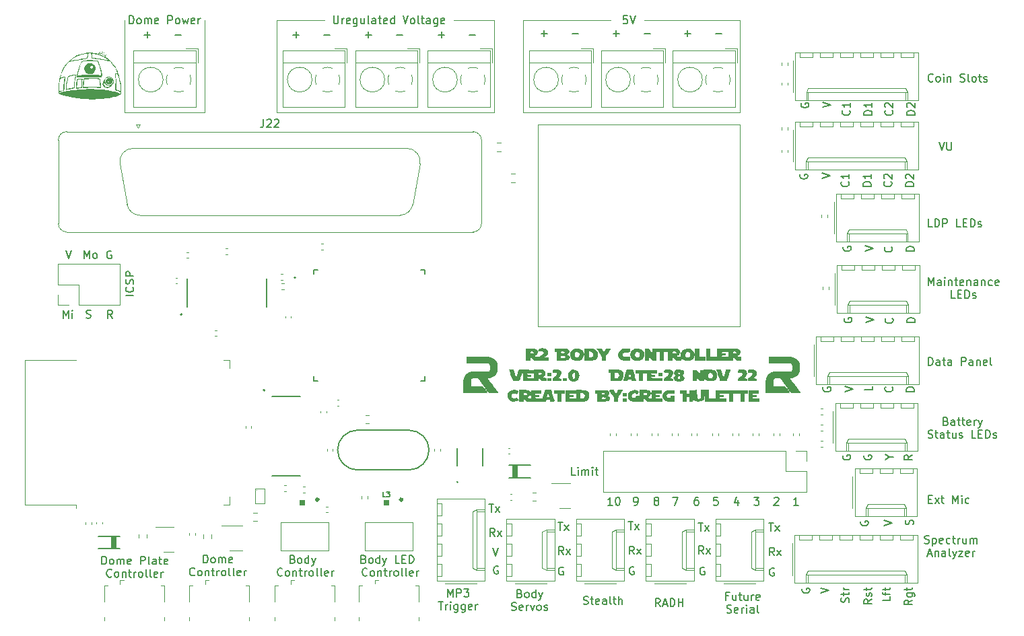
<source format=gbr>
%TF.GenerationSoftware,KiCad,Pcbnew,(6.0.0-0)*%
%TF.CreationDate,2022-12-05T15:15:12-05:00*%
%TF.ProjectId,Body_LED_Controller_V2,426f6479-5f4c-4454-945f-436f6e74726f,1.0*%
%TF.SameCoordinates,Original*%
%TF.FileFunction,Legend,Top*%
%TF.FilePolarity,Positive*%
%FSLAX46Y46*%
G04 Gerber Fmt 4.6, Leading zero omitted, Abs format (unit mm)*
G04 Created by KiCad (PCBNEW (6.0.0-0)) date 2022-12-05 15:15:12*
%MOMM*%
%LPD*%
G01*
G04 APERTURE LIST*
%ADD10C,0.120000*%
%ADD11C,0.150000*%
%ADD12C,0.300000*%
%ADD13C,0.010000*%
%ADD14C,0.127000*%
%ADD15C,0.200000*%
%ADD16C,0.101600*%
%ADD17C,0.103000*%
G04 APERTURE END LIST*
D10*
X87450000Y-56000000D02*
X87450000Y-44420000D01*
X97570000Y-56000000D02*
X97570000Y-44420000D01*
X152870000Y-44420000D02*
X164870000Y-44420000D01*
X106620000Y-44420000D02*
X112620000Y-44420000D01*
X128870000Y-44420000D02*
X133870000Y-44420000D01*
X87450000Y-56000000D02*
X97570000Y-56000000D01*
X164870000Y-56000000D02*
X164870000Y-44400000D01*
X106620000Y-55960000D02*
X106620000Y-44420000D01*
X134000000Y-56000000D02*
X134000000Y-44420000D01*
X137620000Y-56000000D02*
X164870000Y-56000000D01*
X137630000Y-56000000D02*
X137620000Y-44420000D01*
X106620000Y-56000000D02*
X134000000Y-56000000D01*
X137620000Y-44420000D02*
X148620000Y-44420000D01*
D11*
X183867142Y-64732857D02*
X183914761Y-64780476D01*
X183962380Y-64923333D01*
X183962380Y-65018571D01*
X183914761Y-65161429D01*
X183819523Y-65256667D01*
X183724285Y-65304286D01*
X183533809Y-65351905D01*
X183390952Y-65351905D01*
X183200476Y-65304286D01*
X183105238Y-65256667D01*
X183010000Y-65161429D01*
X182962380Y-65018571D01*
X182962380Y-64923333D01*
X183010000Y-64780476D01*
X183057619Y-64732857D01*
X183057619Y-64351905D02*
X183010000Y-64304286D01*
X182962380Y-64209048D01*
X182962380Y-63970952D01*
X183010000Y-63875714D01*
X183057619Y-63828095D01*
X183152857Y-63780476D01*
X183248095Y-63780476D01*
X183390952Y-63828095D01*
X183962380Y-64399524D01*
X183962380Y-63780476D01*
X162068095Y-104442380D02*
X161591904Y-104442380D01*
X161544285Y-104918571D01*
X161591904Y-104870952D01*
X161687142Y-104823333D01*
X161925238Y-104823333D01*
X162020476Y-104870952D01*
X162068095Y-104918571D01*
X162115714Y-105013809D01*
X162115714Y-105251904D01*
X162068095Y-105347142D01*
X162020476Y-105394761D01*
X161925238Y-105442380D01*
X161687142Y-105442380D01*
X161591904Y-105394761D01*
X161544285Y-105347142D01*
X79768571Y-81892380D02*
X79768571Y-80892380D01*
X80101904Y-81606666D01*
X80435238Y-80892380D01*
X80435238Y-81892380D01*
X80911428Y-81892380D02*
X80911428Y-81225714D01*
X80911428Y-80892380D02*
X80863809Y-80940000D01*
X80911428Y-80987619D01*
X80959047Y-80940000D01*
X80911428Y-80892380D01*
X80911428Y-80987619D01*
X164650476Y-104775714D02*
X164650476Y-105442380D01*
X164412380Y-104394761D02*
X164174285Y-105109047D01*
X164793333Y-105109047D01*
X117769047Y-46281428D02*
X118530952Y-46281428D01*
X118150000Y-46662380D02*
X118150000Y-45900476D01*
X186552380Y-117370475D02*
X186076190Y-117703808D01*
X186552380Y-117941904D02*
X185552380Y-117941904D01*
X185552380Y-117560951D01*
X185600000Y-117465713D01*
X185647619Y-117418094D01*
X185742857Y-117370475D01*
X185885714Y-117370475D01*
X185980952Y-117418094D01*
X186028571Y-117465713D01*
X186076190Y-117560951D01*
X186076190Y-117941904D01*
X185885714Y-116513332D02*
X186695238Y-116513332D01*
X186790476Y-116560951D01*
X186838095Y-116608570D01*
X186885714Y-116703808D01*
X186885714Y-116846665D01*
X186838095Y-116941904D01*
X186504761Y-116513332D02*
X186552380Y-116608570D01*
X186552380Y-116799046D01*
X186504761Y-116894284D01*
X186457142Y-116941904D01*
X186361904Y-116989523D01*
X186076190Y-116989523D01*
X185980952Y-116941904D01*
X185933333Y-116894284D01*
X185885714Y-116799046D01*
X185885714Y-116608570D01*
X185933333Y-116513332D01*
X185885714Y-116179999D02*
X185885714Y-115799046D01*
X185552380Y-116037142D02*
X186409523Y-116037142D01*
X186504761Y-115989523D01*
X186552380Y-115894284D01*
X186552380Y-115799046D01*
X128120476Y-116977380D02*
X128120476Y-115977380D01*
X128453809Y-116691666D01*
X128787142Y-115977380D01*
X128787142Y-116977380D01*
X129263333Y-116977380D02*
X129263333Y-115977380D01*
X129644285Y-115977380D01*
X129739523Y-116025000D01*
X129787142Y-116072619D01*
X129834761Y-116167857D01*
X129834761Y-116310714D01*
X129787142Y-116405952D01*
X129739523Y-116453571D01*
X129644285Y-116501190D01*
X129263333Y-116501190D01*
X130168095Y-115977380D02*
X130787142Y-115977380D01*
X130453809Y-116358333D01*
X130596666Y-116358333D01*
X130691904Y-116405952D01*
X130739523Y-116453571D01*
X130787142Y-116548809D01*
X130787142Y-116786904D01*
X130739523Y-116882142D01*
X130691904Y-116929761D01*
X130596666Y-116977380D01*
X130310952Y-116977380D01*
X130215714Y-116929761D01*
X130168095Y-116882142D01*
X126953809Y-117587380D02*
X127525238Y-117587380D01*
X127239523Y-118587380D02*
X127239523Y-117587380D01*
X127858571Y-118587380D02*
X127858571Y-117920714D01*
X127858571Y-118111190D02*
X127906190Y-118015952D01*
X127953809Y-117968333D01*
X128049047Y-117920714D01*
X128144285Y-117920714D01*
X128477619Y-118587380D02*
X128477619Y-117920714D01*
X128477619Y-117587380D02*
X128430000Y-117635000D01*
X128477619Y-117682619D01*
X128525238Y-117635000D01*
X128477619Y-117587380D01*
X128477619Y-117682619D01*
X129382380Y-117920714D02*
X129382380Y-118730238D01*
X129334761Y-118825476D01*
X129287142Y-118873095D01*
X129191904Y-118920714D01*
X129049047Y-118920714D01*
X128953809Y-118873095D01*
X129382380Y-118539761D02*
X129287142Y-118587380D01*
X129096666Y-118587380D01*
X129001428Y-118539761D01*
X128953809Y-118492142D01*
X128906190Y-118396904D01*
X128906190Y-118111190D01*
X128953809Y-118015952D01*
X129001428Y-117968333D01*
X129096666Y-117920714D01*
X129287142Y-117920714D01*
X129382380Y-117968333D01*
X130287142Y-117920714D02*
X130287142Y-118730238D01*
X130239523Y-118825476D01*
X130191904Y-118873095D01*
X130096666Y-118920714D01*
X129953809Y-118920714D01*
X129858571Y-118873095D01*
X130287142Y-118539761D02*
X130191904Y-118587380D01*
X130001428Y-118587380D01*
X129906190Y-118539761D01*
X129858571Y-118492142D01*
X129810952Y-118396904D01*
X129810952Y-118111190D01*
X129858571Y-118015952D01*
X129906190Y-117968333D01*
X130001428Y-117920714D01*
X130191904Y-117920714D01*
X130287142Y-117968333D01*
X131144285Y-118539761D02*
X131049047Y-118587380D01*
X130858571Y-118587380D01*
X130763333Y-118539761D01*
X130715714Y-118444523D01*
X130715714Y-118063571D01*
X130763333Y-117968333D01*
X130858571Y-117920714D01*
X131049047Y-117920714D01*
X131144285Y-117968333D01*
X131191904Y-118063571D01*
X131191904Y-118158809D01*
X130715714Y-118254047D01*
X131620476Y-118587380D02*
X131620476Y-117920714D01*
X131620476Y-118111190D02*
X131668095Y-118015952D01*
X131715714Y-117968333D01*
X131810952Y-117920714D01*
X131906190Y-117920714D01*
X113777619Y-43872380D02*
X113777619Y-44681904D01*
X113825238Y-44777142D01*
X113872857Y-44824761D01*
X113968095Y-44872380D01*
X114158571Y-44872380D01*
X114253809Y-44824761D01*
X114301428Y-44777142D01*
X114349047Y-44681904D01*
X114349047Y-43872380D01*
X114825238Y-44872380D02*
X114825238Y-44205714D01*
X114825238Y-44396190D02*
X114872857Y-44300952D01*
X114920476Y-44253333D01*
X115015714Y-44205714D01*
X115110952Y-44205714D01*
X115825238Y-44824761D02*
X115730000Y-44872380D01*
X115539523Y-44872380D01*
X115444285Y-44824761D01*
X115396666Y-44729523D01*
X115396666Y-44348571D01*
X115444285Y-44253333D01*
X115539523Y-44205714D01*
X115730000Y-44205714D01*
X115825238Y-44253333D01*
X115872857Y-44348571D01*
X115872857Y-44443809D01*
X115396666Y-44539047D01*
X116730000Y-44205714D02*
X116730000Y-45015238D01*
X116682380Y-45110476D01*
X116634761Y-45158095D01*
X116539523Y-45205714D01*
X116396666Y-45205714D01*
X116301428Y-45158095D01*
X116730000Y-44824761D02*
X116634761Y-44872380D01*
X116444285Y-44872380D01*
X116349047Y-44824761D01*
X116301428Y-44777142D01*
X116253809Y-44681904D01*
X116253809Y-44396190D01*
X116301428Y-44300952D01*
X116349047Y-44253333D01*
X116444285Y-44205714D01*
X116634761Y-44205714D01*
X116730000Y-44253333D01*
X117634761Y-44205714D02*
X117634761Y-44872380D01*
X117206190Y-44205714D02*
X117206190Y-44729523D01*
X117253809Y-44824761D01*
X117349047Y-44872380D01*
X117491904Y-44872380D01*
X117587142Y-44824761D01*
X117634761Y-44777142D01*
X118253809Y-44872380D02*
X118158571Y-44824761D01*
X118110952Y-44729523D01*
X118110952Y-43872380D01*
X119063333Y-44872380D02*
X119063333Y-44348571D01*
X119015714Y-44253333D01*
X118920476Y-44205714D01*
X118730000Y-44205714D01*
X118634761Y-44253333D01*
X119063333Y-44824761D02*
X118968095Y-44872380D01*
X118730000Y-44872380D01*
X118634761Y-44824761D01*
X118587142Y-44729523D01*
X118587142Y-44634285D01*
X118634761Y-44539047D01*
X118730000Y-44491428D01*
X118968095Y-44491428D01*
X119063333Y-44443809D01*
X119396666Y-44205714D02*
X119777619Y-44205714D01*
X119539523Y-43872380D02*
X119539523Y-44729523D01*
X119587142Y-44824761D01*
X119682380Y-44872380D01*
X119777619Y-44872380D01*
X120491904Y-44824761D02*
X120396666Y-44872380D01*
X120206190Y-44872380D01*
X120110952Y-44824761D01*
X120063333Y-44729523D01*
X120063333Y-44348571D01*
X120110952Y-44253333D01*
X120206190Y-44205714D01*
X120396666Y-44205714D01*
X120491904Y-44253333D01*
X120539523Y-44348571D01*
X120539523Y-44443809D01*
X120063333Y-44539047D01*
X121396666Y-44872380D02*
X121396666Y-43872380D01*
X121396666Y-44824761D02*
X121301428Y-44872380D01*
X121110952Y-44872380D01*
X121015714Y-44824761D01*
X120968095Y-44777142D01*
X120920476Y-44681904D01*
X120920476Y-44396190D01*
X120968095Y-44300952D01*
X121015714Y-44253333D01*
X121110952Y-44205714D01*
X121301428Y-44205714D01*
X121396666Y-44253333D01*
X122491904Y-43872380D02*
X122825238Y-44872380D01*
X123158571Y-43872380D01*
X123634761Y-44872380D02*
X123539523Y-44824761D01*
X123491904Y-44777142D01*
X123444285Y-44681904D01*
X123444285Y-44396190D01*
X123491904Y-44300952D01*
X123539523Y-44253333D01*
X123634761Y-44205714D01*
X123777619Y-44205714D01*
X123872857Y-44253333D01*
X123920476Y-44300952D01*
X123968095Y-44396190D01*
X123968095Y-44681904D01*
X123920476Y-44777142D01*
X123872857Y-44824761D01*
X123777619Y-44872380D01*
X123634761Y-44872380D01*
X124539523Y-44872380D02*
X124444285Y-44824761D01*
X124396666Y-44729523D01*
X124396666Y-43872380D01*
X124777619Y-44205714D02*
X125158571Y-44205714D01*
X124920476Y-43872380D02*
X124920476Y-44729523D01*
X124968095Y-44824761D01*
X125063333Y-44872380D01*
X125158571Y-44872380D01*
X125920476Y-44872380D02*
X125920476Y-44348571D01*
X125872857Y-44253333D01*
X125777619Y-44205714D01*
X125587142Y-44205714D01*
X125491904Y-44253333D01*
X125920476Y-44824761D02*
X125825238Y-44872380D01*
X125587142Y-44872380D01*
X125491904Y-44824761D01*
X125444285Y-44729523D01*
X125444285Y-44634285D01*
X125491904Y-44539047D01*
X125587142Y-44491428D01*
X125825238Y-44491428D01*
X125920476Y-44443809D01*
X126825238Y-44205714D02*
X126825238Y-45015238D01*
X126777619Y-45110476D01*
X126730000Y-45158095D01*
X126634761Y-45205714D01*
X126491904Y-45205714D01*
X126396666Y-45158095D01*
X126825238Y-44824761D02*
X126730000Y-44872380D01*
X126539523Y-44872380D01*
X126444285Y-44824761D01*
X126396666Y-44777142D01*
X126349047Y-44681904D01*
X126349047Y-44396190D01*
X126396666Y-44300952D01*
X126444285Y-44253333D01*
X126539523Y-44205714D01*
X126730000Y-44205714D01*
X126825238Y-44253333D01*
X127682380Y-44824761D02*
X127587142Y-44872380D01*
X127396666Y-44872380D01*
X127301428Y-44824761D01*
X127253809Y-44729523D01*
X127253809Y-44348571D01*
X127301428Y-44253333D01*
X127396666Y-44205714D01*
X127587142Y-44205714D01*
X127682380Y-44253333D01*
X127730000Y-44348571D01*
X127730000Y-44443809D01*
X127253809Y-44539047D01*
X178554761Y-117656190D02*
X178602380Y-117513333D01*
X178602380Y-117275238D01*
X178554761Y-117179999D01*
X178507142Y-117132380D01*
X178411904Y-117084761D01*
X178316666Y-117084761D01*
X178221428Y-117132380D01*
X178173809Y-117179999D01*
X178126190Y-117275238D01*
X178078571Y-117465714D01*
X178030952Y-117560952D01*
X177983333Y-117608571D01*
X177888095Y-117656190D01*
X177792857Y-117656190D01*
X177697619Y-117608571D01*
X177650000Y-117560952D01*
X177602380Y-117465714D01*
X177602380Y-117227618D01*
X177650000Y-117084761D01*
X177935714Y-116799047D02*
X177935714Y-116418095D01*
X177602380Y-116656190D02*
X178459523Y-116656190D01*
X178554761Y-116608571D01*
X178602380Y-116513333D01*
X178602380Y-116418095D01*
X178602380Y-116084761D02*
X177935714Y-116084761D01*
X178126190Y-116084761D02*
X178030952Y-116037142D01*
X177983333Y-115989523D01*
X177935714Y-115894285D01*
X177935714Y-115799047D01*
X108634761Y-112223571D02*
X108777619Y-112271190D01*
X108825238Y-112318809D01*
X108872857Y-112414047D01*
X108872857Y-112556904D01*
X108825238Y-112652142D01*
X108777619Y-112699761D01*
X108682380Y-112747380D01*
X108301428Y-112747380D01*
X108301428Y-111747380D01*
X108634761Y-111747380D01*
X108730000Y-111795000D01*
X108777619Y-111842619D01*
X108825238Y-111937857D01*
X108825238Y-112033095D01*
X108777619Y-112128333D01*
X108730000Y-112175952D01*
X108634761Y-112223571D01*
X108301428Y-112223571D01*
X109444285Y-112747380D02*
X109349047Y-112699761D01*
X109301428Y-112652142D01*
X109253809Y-112556904D01*
X109253809Y-112271190D01*
X109301428Y-112175952D01*
X109349047Y-112128333D01*
X109444285Y-112080714D01*
X109587142Y-112080714D01*
X109682380Y-112128333D01*
X109730000Y-112175952D01*
X109777619Y-112271190D01*
X109777619Y-112556904D01*
X109730000Y-112652142D01*
X109682380Y-112699761D01*
X109587142Y-112747380D01*
X109444285Y-112747380D01*
X110634761Y-112747380D02*
X110634761Y-111747380D01*
X110634761Y-112699761D02*
X110539523Y-112747380D01*
X110349047Y-112747380D01*
X110253809Y-112699761D01*
X110206190Y-112652142D01*
X110158571Y-112556904D01*
X110158571Y-112271190D01*
X110206190Y-112175952D01*
X110253809Y-112128333D01*
X110349047Y-112080714D01*
X110539523Y-112080714D01*
X110634761Y-112128333D01*
X111015714Y-112080714D02*
X111253809Y-112747380D01*
X111491904Y-112080714D02*
X111253809Y-112747380D01*
X111158571Y-112985476D01*
X111110952Y-113033095D01*
X111015714Y-113080714D01*
X107325238Y-114262142D02*
X107277619Y-114309761D01*
X107134761Y-114357380D01*
X107039523Y-114357380D01*
X106896666Y-114309761D01*
X106801428Y-114214523D01*
X106753809Y-114119285D01*
X106706190Y-113928809D01*
X106706190Y-113785952D01*
X106753809Y-113595476D01*
X106801428Y-113500238D01*
X106896666Y-113405000D01*
X107039523Y-113357380D01*
X107134761Y-113357380D01*
X107277619Y-113405000D01*
X107325238Y-113452619D01*
X107896666Y-114357380D02*
X107801428Y-114309761D01*
X107753809Y-114262142D01*
X107706190Y-114166904D01*
X107706190Y-113881190D01*
X107753809Y-113785952D01*
X107801428Y-113738333D01*
X107896666Y-113690714D01*
X108039523Y-113690714D01*
X108134761Y-113738333D01*
X108182380Y-113785952D01*
X108230000Y-113881190D01*
X108230000Y-114166904D01*
X108182380Y-114262142D01*
X108134761Y-114309761D01*
X108039523Y-114357380D01*
X107896666Y-114357380D01*
X108658571Y-113690714D02*
X108658571Y-114357380D01*
X108658571Y-113785952D02*
X108706190Y-113738333D01*
X108801428Y-113690714D01*
X108944285Y-113690714D01*
X109039523Y-113738333D01*
X109087142Y-113833571D01*
X109087142Y-114357380D01*
X109420476Y-113690714D02*
X109801428Y-113690714D01*
X109563333Y-113357380D02*
X109563333Y-114214523D01*
X109610952Y-114309761D01*
X109706190Y-114357380D01*
X109801428Y-114357380D01*
X110134761Y-114357380D02*
X110134761Y-113690714D01*
X110134761Y-113881190D02*
X110182380Y-113785952D01*
X110230000Y-113738333D01*
X110325238Y-113690714D01*
X110420476Y-113690714D01*
X110896666Y-114357380D02*
X110801428Y-114309761D01*
X110753809Y-114262142D01*
X110706190Y-114166904D01*
X110706190Y-113881190D01*
X110753809Y-113785952D01*
X110801428Y-113738333D01*
X110896666Y-113690714D01*
X111039523Y-113690714D01*
X111134761Y-113738333D01*
X111182380Y-113785952D01*
X111230000Y-113881190D01*
X111230000Y-114166904D01*
X111182380Y-114262142D01*
X111134761Y-114309761D01*
X111039523Y-114357380D01*
X110896666Y-114357380D01*
X111801428Y-114357380D02*
X111706190Y-114309761D01*
X111658571Y-114214523D01*
X111658571Y-113357380D01*
X112325238Y-114357380D02*
X112230000Y-114309761D01*
X112182380Y-114214523D01*
X112182380Y-113357380D01*
X113087142Y-114309761D02*
X112991904Y-114357380D01*
X112801428Y-114357380D01*
X112706190Y-114309761D01*
X112658571Y-114214523D01*
X112658571Y-113833571D01*
X112706190Y-113738333D01*
X112801428Y-113690714D01*
X112991904Y-113690714D01*
X113087142Y-113738333D01*
X113134761Y-113833571D01*
X113134761Y-113928809D01*
X112658571Y-114024047D01*
X113563333Y-114357380D02*
X113563333Y-113690714D01*
X113563333Y-113881190D02*
X113610952Y-113785952D01*
X113658571Y-113738333D01*
X113753809Y-113690714D01*
X113849047Y-113690714D01*
X178627142Y-55766666D02*
X178674761Y-55814285D01*
X178722380Y-55957142D01*
X178722380Y-56052380D01*
X178674761Y-56195238D01*
X178579523Y-56290476D01*
X178484285Y-56338095D01*
X178293809Y-56385714D01*
X178150952Y-56385714D01*
X177960476Y-56338095D01*
X177865238Y-56290476D01*
X177770000Y-56195238D01*
X177722380Y-56052380D01*
X177722380Y-55957142D01*
X177770000Y-55814285D01*
X177817619Y-55766666D01*
X178722380Y-54814285D02*
X178722380Y-55385714D01*
X178722380Y-55100000D02*
X177722380Y-55100000D01*
X177865238Y-55195238D01*
X177960476Y-55290476D01*
X178008095Y-55385714D01*
X181482380Y-56338095D02*
X180482380Y-56338095D01*
X180482380Y-56100000D01*
X180530000Y-55957142D01*
X180625238Y-55861904D01*
X180720476Y-55814285D01*
X180910952Y-55766666D01*
X181053809Y-55766666D01*
X181244285Y-55814285D01*
X181339523Y-55861904D01*
X181434761Y-55957142D01*
X181482380Y-56100000D01*
X181482380Y-56338095D01*
X181482380Y-54814285D02*
X181482380Y-55385714D01*
X181482380Y-55100000D02*
X180482380Y-55100000D01*
X180625238Y-55195238D01*
X180720476Y-55290476D01*
X180768095Y-55385714D01*
X160406190Y-113270000D02*
X160310952Y-113222380D01*
X160168095Y-113222380D01*
X160025238Y-113270000D01*
X159930000Y-113365238D01*
X159882381Y-113460476D01*
X159834762Y-113650952D01*
X159834762Y-113793809D01*
X159882381Y-113984285D01*
X159930000Y-114079523D01*
X160025238Y-114174761D01*
X160168095Y-114222380D01*
X160263333Y-114222380D01*
X160406190Y-114174761D01*
X160453809Y-114127142D01*
X160453809Y-113793809D01*
X160263333Y-113793809D01*
X85959523Y-81912380D02*
X85626190Y-81436190D01*
X85388095Y-81912380D02*
X85388095Y-80912380D01*
X85769047Y-80912380D01*
X85864285Y-80960000D01*
X85911904Y-81007619D01*
X85959523Y-81102857D01*
X85959523Y-81245714D01*
X85911904Y-81340952D01*
X85864285Y-81388571D01*
X85769047Y-81436190D01*
X85388095Y-81436190D01*
X148829523Y-105442380D02*
X148258095Y-105442380D01*
X148543809Y-105442380D02*
X148543809Y-104442380D01*
X148448571Y-104585238D01*
X148353333Y-104680476D01*
X148258095Y-104728095D01*
X149448571Y-104442380D02*
X149543809Y-104442380D01*
X149639047Y-104490000D01*
X149686666Y-104537619D01*
X149734285Y-104632857D01*
X149781904Y-104823333D01*
X149781904Y-105061428D01*
X149734285Y-105251904D01*
X149686666Y-105347142D01*
X149639047Y-105394761D01*
X149543809Y-105442380D01*
X149448571Y-105442380D01*
X149353333Y-105394761D01*
X149305714Y-105347142D01*
X149258095Y-105251904D01*
X149210476Y-105061428D01*
X149210476Y-104823333D01*
X149258095Y-104632857D01*
X149305714Y-104537619D01*
X149353333Y-104490000D01*
X149448571Y-104442380D01*
X169203809Y-111772380D02*
X168870476Y-111296190D01*
X168632381Y-111772380D02*
X168632381Y-110772380D01*
X169013333Y-110772380D01*
X169108571Y-110820000D01*
X169156190Y-110867619D01*
X169203809Y-110962857D01*
X169203809Y-111105714D01*
X169156190Y-111200952D01*
X169108571Y-111248571D01*
X169013333Y-111296190D01*
X168632381Y-111296190D01*
X169537143Y-111772380D02*
X170060952Y-111105714D01*
X169537143Y-111105714D02*
X170060952Y-111772380D01*
X188583333Y-77797380D02*
X188583333Y-76797380D01*
X188916666Y-77511666D01*
X189249999Y-76797380D01*
X189249999Y-77797380D01*
X190154761Y-77797380D02*
X190154761Y-77273571D01*
X190107142Y-77178333D01*
X190011904Y-77130714D01*
X189821428Y-77130714D01*
X189726190Y-77178333D01*
X190154761Y-77749761D02*
X190059523Y-77797380D01*
X189821428Y-77797380D01*
X189726190Y-77749761D01*
X189678571Y-77654523D01*
X189678571Y-77559285D01*
X189726190Y-77464047D01*
X189821428Y-77416428D01*
X190059523Y-77416428D01*
X190154761Y-77368809D01*
X190630952Y-77797380D02*
X190630952Y-77130714D01*
X190630952Y-76797380D02*
X190583333Y-76845000D01*
X190630952Y-76892619D01*
X190678571Y-76845000D01*
X190630952Y-76797380D01*
X190630952Y-76892619D01*
X191107142Y-77130714D02*
X191107142Y-77797380D01*
X191107142Y-77225952D02*
X191154761Y-77178333D01*
X191249999Y-77130714D01*
X191392856Y-77130714D01*
X191488095Y-77178333D01*
X191535714Y-77273571D01*
X191535714Y-77797380D01*
X191869047Y-77130714D02*
X192249999Y-77130714D01*
X192011904Y-76797380D02*
X192011904Y-77654523D01*
X192059523Y-77749761D01*
X192154761Y-77797380D01*
X192249999Y-77797380D01*
X192964285Y-77749761D02*
X192869047Y-77797380D01*
X192678571Y-77797380D01*
X192583333Y-77749761D01*
X192535714Y-77654523D01*
X192535714Y-77273571D01*
X192583333Y-77178333D01*
X192678571Y-77130714D01*
X192869047Y-77130714D01*
X192964285Y-77178333D01*
X193011904Y-77273571D01*
X193011904Y-77368809D01*
X192535714Y-77464047D01*
X193440475Y-77130714D02*
X193440475Y-77797380D01*
X193440475Y-77225952D02*
X193488095Y-77178333D01*
X193583333Y-77130714D01*
X193726190Y-77130714D01*
X193821428Y-77178333D01*
X193869047Y-77273571D01*
X193869047Y-77797380D01*
X194773809Y-77797380D02*
X194773809Y-77273571D01*
X194726190Y-77178333D01*
X194630952Y-77130714D01*
X194440475Y-77130714D01*
X194345237Y-77178333D01*
X194773809Y-77749761D02*
X194678571Y-77797380D01*
X194440475Y-77797380D01*
X194345237Y-77749761D01*
X194297618Y-77654523D01*
X194297618Y-77559285D01*
X194345237Y-77464047D01*
X194440475Y-77416428D01*
X194678571Y-77416428D01*
X194773809Y-77368809D01*
X195249999Y-77130714D02*
X195249999Y-77797380D01*
X195249999Y-77225952D02*
X195297618Y-77178333D01*
X195392856Y-77130714D01*
X195535714Y-77130714D01*
X195630952Y-77178333D01*
X195678571Y-77273571D01*
X195678571Y-77797380D01*
X196583333Y-77749761D02*
X196488095Y-77797380D01*
X196297618Y-77797380D01*
X196202380Y-77749761D01*
X196154761Y-77702142D01*
X196107142Y-77606904D01*
X196107142Y-77321190D01*
X196154761Y-77225952D01*
X196202380Y-77178333D01*
X196297618Y-77130714D01*
X196488095Y-77130714D01*
X196583333Y-77178333D01*
X197392856Y-77749761D02*
X197297618Y-77797380D01*
X197107142Y-77797380D01*
X197011904Y-77749761D01*
X196964285Y-77654523D01*
X196964285Y-77273571D01*
X197011904Y-77178333D01*
X197107142Y-77130714D01*
X197297618Y-77130714D01*
X197392856Y-77178333D01*
X197440475Y-77273571D01*
X197440475Y-77368809D01*
X196964285Y-77464047D01*
X191940475Y-79407380D02*
X191464285Y-79407380D01*
X191464285Y-78407380D01*
X192273809Y-78883571D02*
X192607142Y-78883571D01*
X192749999Y-79407380D02*
X192273809Y-79407380D01*
X192273809Y-78407380D01*
X192749999Y-78407380D01*
X193178571Y-79407380D02*
X193178571Y-78407380D01*
X193416666Y-78407380D01*
X193559523Y-78455000D01*
X193654761Y-78550238D01*
X193702380Y-78645476D01*
X193749999Y-78835952D01*
X193749999Y-78978809D01*
X193702380Y-79169285D01*
X193654761Y-79264523D01*
X193559523Y-79359761D01*
X193416666Y-79407380D01*
X193178571Y-79407380D01*
X194130952Y-79359761D02*
X194226190Y-79407380D01*
X194416666Y-79407380D01*
X194511904Y-79359761D01*
X194559523Y-79264523D01*
X194559523Y-79216904D01*
X194511904Y-79121666D01*
X194416666Y-79074047D01*
X194273809Y-79074047D01*
X194178571Y-79026428D01*
X194130952Y-78931190D01*
X194130952Y-78883571D01*
X194178571Y-78788333D01*
X194273809Y-78740714D01*
X194416666Y-78740714D01*
X194511904Y-78788333D01*
X121659047Y-46281428D02*
X122420952Y-46281428D01*
X85811904Y-73480000D02*
X85716666Y-73432380D01*
X85573809Y-73432380D01*
X85430952Y-73480000D01*
X85335714Y-73575238D01*
X85288095Y-73670476D01*
X85240476Y-73860952D01*
X85240476Y-74003809D01*
X85288095Y-74194285D01*
X85335714Y-74289523D01*
X85430952Y-74384761D01*
X85573809Y-74432380D01*
X85669047Y-74432380D01*
X85811904Y-74384761D01*
X85859523Y-74337142D01*
X85859523Y-74003809D01*
X85669047Y-74003809D01*
X141989523Y-107582380D02*
X142560952Y-107582380D01*
X142275238Y-108582380D02*
X142275238Y-107582380D01*
X142799047Y-108582380D02*
X143322857Y-107915714D01*
X142799047Y-107915714D02*
X143322857Y-108582380D01*
X168489523Y-107712380D02*
X169060952Y-107712380D01*
X168775238Y-108712380D02*
X168775238Y-107712380D01*
X169299047Y-108712380D02*
X169822857Y-108045714D01*
X169299047Y-108045714D02*
X169822857Y-108712380D01*
X82654285Y-81854761D02*
X82797142Y-81902380D01*
X83035238Y-81902380D01*
X83130476Y-81854761D01*
X83178095Y-81807142D01*
X83225714Y-81711904D01*
X83225714Y-81616666D01*
X83178095Y-81521428D01*
X83130476Y-81473809D01*
X83035238Y-81426190D01*
X82844761Y-81378571D01*
X82749523Y-81330952D01*
X82701904Y-81283333D01*
X82654285Y-81188095D01*
X82654285Y-81092857D01*
X82701904Y-80997619D01*
X82749523Y-80950000D01*
X82844761Y-80902380D01*
X83082857Y-80902380D01*
X83225714Y-80950000D01*
X156396666Y-104442380D02*
X157063333Y-104442380D01*
X156634761Y-105442380D01*
X186624761Y-107875714D02*
X186672380Y-107732857D01*
X186672380Y-107494761D01*
X186624761Y-107399523D01*
X186577142Y-107351904D01*
X186481904Y-107304285D01*
X186386666Y-107304285D01*
X186291428Y-107351904D01*
X186243809Y-107399523D01*
X186196190Y-107494761D01*
X186148571Y-107685238D01*
X186100952Y-107780476D01*
X186053333Y-107828095D01*
X185958095Y-107875714D01*
X185862857Y-107875714D01*
X185767619Y-107828095D01*
X185720000Y-107780476D01*
X185672380Y-107685238D01*
X185672380Y-107447142D01*
X185720000Y-107304285D01*
X181542380Y-90455238D02*
X181542380Y-90931428D01*
X180542380Y-90931428D01*
X186722380Y-65304286D02*
X185722380Y-65304286D01*
X185722380Y-65066191D01*
X185770000Y-64923333D01*
X185865238Y-64828095D01*
X185960476Y-64780476D01*
X186150952Y-64732857D01*
X186293809Y-64732857D01*
X186484285Y-64780476D01*
X186579523Y-64828095D01*
X186674761Y-64923333D01*
X186722380Y-65066191D01*
X186722380Y-65304286D01*
X185817619Y-64351905D02*
X185770000Y-64304286D01*
X185722380Y-64209048D01*
X185722380Y-63970952D01*
X185770000Y-63875714D01*
X185817619Y-63828095D01*
X185912857Y-63780476D01*
X186008095Y-63780476D01*
X186150952Y-63828095D01*
X186722380Y-64399524D01*
X186722380Y-63780476D01*
X112569047Y-46281428D02*
X113330952Y-46281428D01*
X143759047Y-46091428D02*
X144520952Y-46091428D01*
X180612380Y-73451905D02*
X181612380Y-73118572D01*
X180612380Y-72785238D01*
X184007142Y-90550476D02*
X184054761Y-90598095D01*
X184102380Y-90740952D01*
X184102380Y-90836190D01*
X184054761Y-90979047D01*
X183959523Y-91074285D01*
X183864285Y-91121904D01*
X183673809Y-91169523D01*
X183530952Y-91169523D01*
X183340476Y-91121904D01*
X183245238Y-91074285D01*
X183150000Y-90979047D01*
X183102380Y-90836190D01*
X183102380Y-90740952D01*
X183150000Y-90598095D01*
X183197619Y-90550476D01*
X178497142Y-64732857D02*
X178544761Y-64780476D01*
X178592380Y-64923333D01*
X178592380Y-65018571D01*
X178544761Y-65161429D01*
X178449523Y-65256667D01*
X178354285Y-65304286D01*
X178163809Y-65351905D01*
X178020952Y-65351905D01*
X177830476Y-65304286D01*
X177735238Y-65256667D01*
X177640000Y-65161429D01*
X177592380Y-65018571D01*
X177592380Y-64923333D01*
X177640000Y-64780476D01*
X177687619Y-64732857D01*
X178592380Y-63780476D02*
X178592380Y-64351905D01*
X178592380Y-64066191D02*
X177592380Y-64066191D01*
X177735238Y-64161429D01*
X177830476Y-64256667D01*
X177878095Y-64351905D01*
X172720000Y-115941904D02*
X172672380Y-116037142D01*
X172672380Y-116179999D01*
X172720000Y-116322856D01*
X172815238Y-116418094D01*
X172910476Y-116465713D01*
X173100952Y-116513332D01*
X173243809Y-116513332D01*
X173434285Y-116465713D01*
X173529523Y-116418094D01*
X173624761Y-116322856D01*
X173672380Y-116179999D01*
X173672380Y-116084761D01*
X173624761Y-115941904D01*
X173577142Y-115894285D01*
X173243809Y-115894285D01*
X173243809Y-116084761D01*
X189154761Y-52087142D02*
X189107142Y-52134761D01*
X188964285Y-52182380D01*
X188869047Y-52182380D01*
X188726190Y-52134761D01*
X188630952Y-52039523D01*
X188583333Y-51944285D01*
X188535714Y-51753809D01*
X188535714Y-51610952D01*
X188583333Y-51420476D01*
X188630952Y-51325238D01*
X188726190Y-51230000D01*
X188869047Y-51182380D01*
X188964285Y-51182380D01*
X189107142Y-51230000D01*
X189154761Y-51277619D01*
X189726190Y-52182380D02*
X189630952Y-52134761D01*
X189583333Y-52087142D01*
X189535714Y-51991904D01*
X189535714Y-51706190D01*
X189583333Y-51610952D01*
X189630952Y-51563333D01*
X189726190Y-51515714D01*
X189869047Y-51515714D01*
X189964285Y-51563333D01*
X190011904Y-51610952D01*
X190059523Y-51706190D01*
X190059523Y-51991904D01*
X190011904Y-52087142D01*
X189964285Y-52134761D01*
X189869047Y-52182380D01*
X189726190Y-52182380D01*
X190488095Y-52182380D02*
X190488095Y-51515714D01*
X190488095Y-51182380D02*
X190440476Y-51230000D01*
X190488095Y-51277619D01*
X190535714Y-51230000D01*
X190488095Y-51182380D01*
X190488095Y-51277619D01*
X190964285Y-51515714D02*
X190964285Y-52182380D01*
X190964285Y-51610952D02*
X191011904Y-51563333D01*
X191107142Y-51515714D01*
X191250000Y-51515714D01*
X191345238Y-51563333D01*
X191392857Y-51658571D01*
X191392857Y-52182380D01*
X192583333Y-52134761D02*
X192726190Y-52182380D01*
X192964285Y-52182380D01*
X193059523Y-52134761D01*
X193107142Y-52087142D01*
X193154761Y-51991904D01*
X193154761Y-51896666D01*
X193107142Y-51801428D01*
X193059523Y-51753809D01*
X192964285Y-51706190D01*
X192773809Y-51658571D01*
X192678571Y-51610952D01*
X192630952Y-51563333D01*
X192583333Y-51468095D01*
X192583333Y-51372857D01*
X192630952Y-51277619D01*
X192678571Y-51230000D01*
X192773809Y-51182380D01*
X193011904Y-51182380D01*
X193154761Y-51230000D01*
X193726190Y-52182380D02*
X193630952Y-52134761D01*
X193583333Y-52039523D01*
X193583333Y-51182380D01*
X194250000Y-52182380D02*
X194154761Y-52134761D01*
X194107142Y-52087142D01*
X194059523Y-51991904D01*
X194059523Y-51706190D01*
X194107142Y-51610952D01*
X194154761Y-51563333D01*
X194250000Y-51515714D01*
X194392857Y-51515714D01*
X194488095Y-51563333D01*
X194535714Y-51610952D01*
X194583333Y-51706190D01*
X194583333Y-51991904D01*
X194535714Y-52087142D01*
X194488095Y-52134761D01*
X194392857Y-52182380D01*
X194250000Y-52182380D01*
X194869047Y-51515714D02*
X195250000Y-51515714D01*
X195011904Y-51182380D02*
X195011904Y-52039523D01*
X195059523Y-52134761D01*
X195154761Y-52182380D01*
X195250000Y-52182380D01*
X195535714Y-52134761D02*
X195630952Y-52182380D01*
X195821428Y-52182380D01*
X195916666Y-52134761D01*
X195964285Y-52039523D01*
X195964285Y-51991904D01*
X195916666Y-51896666D01*
X195821428Y-51849047D01*
X195678571Y-51849047D01*
X195583333Y-51801428D01*
X195535714Y-51706190D01*
X195535714Y-51658571D01*
X195583333Y-51563333D01*
X195678571Y-51515714D01*
X195821428Y-51515714D01*
X195916666Y-51563333D01*
X169156190Y-113410000D02*
X169060952Y-113362380D01*
X168918095Y-113362380D01*
X168775238Y-113410000D01*
X168680000Y-113505238D01*
X168632381Y-113600476D01*
X168584762Y-113790952D01*
X168584762Y-113933809D01*
X168632381Y-114124285D01*
X168680000Y-114219523D01*
X168775238Y-114314761D01*
X168918095Y-114362380D01*
X169013333Y-114362380D01*
X169156190Y-114314761D01*
X169203809Y-114267142D01*
X169203809Y-113933809D01*
X169013333Y-113933809D01*
X126949047Y-46281428D02*
X127710952Y-46281428D01*
X127330000Y-46662380D02*
X127330000Y-45900476D01*
X152809047Y-46091428D02*
X153570952Y-46091428D01*
X183022380Y-108013333D02*
X184022380Y-107680000D01*
X183022380Y-107346666D01*
X175370000Y-90598095D02*
X175322380Y-90693333D01*
X175322380Y-90836190D01*
X175370000Y-90979047D01*
X175465238Y-91074285D01*
X175560476Y-91121904D01*
X175750952Y-91169523D01*
X175893809Y-91169523D01*
X176084285Y-91121904D01*
X176179523Y-91074285D01*
X176274761Y-90979047D01*
X176322380Y-90836190D01*
X176322380Y-90740952D01*
X176274761Y-90598095D01*
X176227142Y-90550476D01*
X175893809Y-90550476D01*
X175893809Y-90740952D01*
X183666190Y-99368572D02*
X184142380Y-99368572D01*
X183142380Y-99701905D02*
X183666190Y-99368572D01*
X183142380Y-99035238D01*
X150709523Y-43872380D02*
X150233333Y-43872380D01*
X150185714Y-44348571D01*
X150233333Y-44300952D01*
X150328571Y-44253333D01*
X150566666Y-44253333D01*
X150661904Y-44300952D01*
X150709523Y-44348571D01*
X150757142Y-44443809D01*
X150757142Y-44681904D01*
X150709523Y-44777142D01*
X150661904Y-44824761D01*
X150566666Y-44872380D01*
X150328571Y-44872380D01*
X150233333Y-44824761D01*
X150185714Y-44777142D01*
X151042857Y-43872380D02*
X151376190Y-44872380D01*
X151709523Y-43872380D01*
X160303809Y-111582380D02*
X159970476Y-111106190D01*
X159732381Y-111582380D02*
X159732381Y-110582380D01*
X160113333Y-110582380D01*
X160208571Y-110630000D01*
X160256190Y-110677619D01*
X160303809Y-110772857D01*
X160303809Y-110915714D01*
X160256190Y-111010952D01*
X160208571Y-111058571D01*
X160113333Y-111106190D01*
X159732381Y-111106190D01*
X160637143Y-111582380D02*
X161160952Y-110915714D01*
X160637143Y-110915714D02*
X161160952Y-111582380D01*
X181442380Y-117275237D02*
X180966190Y-117608570D01*
X181442380Y-117846665D02*
X180442380Y-117846665D01*
X180442380Y-117465713D01*
X180490000Y-117370475D01*
X180537619Y-117322856D01*
X180632857Y-117275237D01*
X180775714Y-117275237D01*
X180870952Y-117322856D01*
X180918571Y-117370475D01*
X180966190Y-117465713D01*
X180966190Y-117846665D01*
X181394761Y-116894285D02*
X181442380Y-116799046D01*
X181442380Y-116608570D01*
X181394761Y-116513332D01*
X181299523Y-116465713D01*
X181251904Y-116465713D01*
X181156666Y-116513332D01*
X181109047Y-116608570D01*
X181109047Y-116751427D01*
X181061428Y-116846665D01*
X180966190Y-116894285D01*
X180918571Y-116894285D01*
X180823333Y-116846665D01*
X180775714Y-116751427D01*
X180775714Y-116608570D01*
X180823333Y-116513332D01*
X180775714Y-116179999D02*
X180775714Y-115799046D01*
X180442380Y-116037142D02*
X181299523Y-116037142D01*
X181394761Y-115989523D01*
X181442380Y-115894285D01*
X181442380Y-115799046D01*
X154264761Y-104870952D02*
X154169523Y-104823333D01*
X154121904Y-104775714D01*
X154074285Y-104680476D01*
X154074285Y-104632857D01*
X154121904Y-104537619D01*
X154169523Y-104490000D01*
X154264761Y-104442380D01*
X154455238Y-104442380D01*
X154550476Y-104490000D01*
X154598095Y-104537619D01*
X154645714Y-104632857D01*
X154645714Y-104680476D01*
X154598095Y-104775714D01*
X154550476Y-104823333D01*
X154455238Y-104870952D01*
X154264761Y-104870952D01*
X154169523Y-104918571D01*
X154121904Y-104966190D01*
X154074285Y-105061428D01*
X154074285Y-105251904D01*
X154121904Y-105347142D01*
X154169523Y-105394761D01*
X154264761Y-105442380D01*
X154455238Y-105442380D01*
X154550476Y-105394761D01*
X154598095Y-105347142D01*
X154645714Y-105251904D01*
X154645714Y-105061428D01*
X154598095Y-104966190D01*
X154550476Y-104918571D01*
X154455238Y-104870952D01*
X166636666Y-104442380D02*
X167255714Y-104442380D01*
X166922380Y-104823333D01*
X167065238Y-104823333D01*
X167160476Y-104870952D01*
X167208095Y-104918571D01*
X167255714Y-105013809D01*
X167255714Y-105251904D01*
X167208095Y-105347142D01*
X167160476Y-105394761D01*
X167065238Y-105442380D01*
X166779523Y-105442380D01*
X166684285Y-105394761D01*
X166636666Y-105347142D01*
X134456190Y-113150000D02*
X134360952Y-113102380D01*
X134218095Y-113102380D01*
X134075238Y-113150000D01*
X133980000Y-113245238D01*
X133932381Y-113340476D01*
X133884762Y-113530952D01*
X133884762Y-113673809D01*
X133932381Y-113864285D01*
X133980000Y-113959523D01*
X134075238Y-114054761D01*
X134218095Y-114102380D01*
X134313333Y-114102380D01*
X134456190Y-114054761D01*
X134503809Y-114007142D01*
X134503809Y-113673809D01*
X134313333Y-113673809D01*
X151516190Y-113240000D02*
X151420952Y-113192380D01*
X151278095Y-113192380D01*
X151135238Y-113240000D01*
X151040000Y-113335238D01*
X150992381Y-113430476D01*
X150944762Y-113620952D01*
X150944762Y-113763809D01*
X150992381Y-113954285D01*
X151040000Y-114049523D01*
X151135238Y-114144761D01*
X151278095Y-114192380D01*
X151373333Y-114192380D01*
X151516190Y-114144761D01*
X151563809Y-114097142D01*
X151563809Y-113763809D01*
X151373333Y-113763809D01*
X175302380Y-55385714D02*
X176302380Y-55052381D01*
X175302380Y-54719047D01*
X186512380Y-99130476D02*
X186036190Y-99463809D01*
X186512380Y-99701904D02*
X185512380Y-99701904D01*
X185512380Y-99320952D01*
X185560000Y-99225714D01*
X185607619Y-99178095D01*
X185702857Y-99130476D01*
X185845714Y-99130476D01*
X185940952Y-99178095D01*
X185988571Y-99225714D01*
X186036190Y-99320952D01*
X186036190Y-99701904D01*
X190773809Y-94863571D02*
X190916666Y-94911190D01*
X190964285Y-94958809D01*
X191011904Y-95054047D01*
X191011904Y-95196904D01*
X190964285Y-95292142D01*
X190916666Y-95339761D01*
X190821428Y-95387380D01*
X190440476Y-95387380D01*
X190440476Y-94387380D01*
X190773809Y-94387380D01*
X190869047Y-94435000D01*
X190916666Y-94482619D01*
X190964285Y-94577857D01*
X190964285Y-94673095D01*
X190916666Y-94768333D01*
X190869047Y-94815952D01*
X190773809Y-94863571D01*
X190440476Y-94863571D01*
X191869047Y-95387380D02*
X191869047Y-94863571D01*
X191821428Y-94768333D01*
X191726190Y-94720714D01*
X191535714Y-94720714D01*
X191440476Y-94768333D01*
X191869047Y-95339761D02*
X191773809Y-95387380D01*
X191535714Y-95387380D01*
X191440476Y-95339761D01*
X191392857Y-95244523D01*
X191392857Y-95149285D01*
X191440476Y-95054047D01*
X191535714Y-95006428D01*
X191773809Y-95006428D01*
X191869047Y-94958809D01*
X192202380Y-94720714D02*
X192583333Y-94720714D01*
X192345238Y-94387380D02*
X192345238Y-95244523D01*
X192392857Y-95339761D01*
X192488095Y-95387380D01*
X192583333Y-95387380D01*
X192773809Y-94720714D02*
X193154761Y-94720714D01*
X192916666Y-94387380D02*
X192916666Y-95244523D01*
X192964285Y-95339761D01*
X193059523Y-95387380D01*
X193154761Y-95387380D01*
X193869047Y-95339761D02*
X193773809Y-95387380D01*
X193583333Y-95387380D01*
X193488095Y-95339761D01*
X193440476Y-95244523D01*
X193440476Y-94863571D01*
X193488095Y-94768333D01*
X193583333Y-94720714D01*
X193773809Y-94720714D01*
X193869047Y-94768333D01*
X193916666Y-94863571D01*
X193916666Y-94958809D01*
X193440476Y-95054047D01*
X194345238Y-95387380D02*
X194345238Y-94720714D01*
X194345238Y-94911190D02*
X194392857Y-94815952D01*
X194440476Y-94768333D01*
X194535714Y-94720714D01*
X194630952Y-94720714D01*
X194869047Y-94720714D02*
X195107142Y-95387380D01*
X195345238Y-94720714D02*
X195107142Y-95387380D01*
X195011904Y-95625476D01*
X194964285Y-95673095D01*
X194869047Y-95720714D01*
X188535714Y-96949761D02*
X188678571Y-96997380D01*
X188916666Y-96997380D01*
X189011904Y-96949761D01*
X189059523Y-96902142D01*
X189107142Y-96806904D01*
X189107142Y-96711666D01*
X189059523Y-96616428D01*
X189011904Y-96568809D01*
X188916666Y-96521190D01*
X188726190Y-96473571D01*
X188630952Y-96425952D01*
X188583333Y-96378333D01*
X188535714Y-96283095D01*
X188535714Y-96187857D01*
X188583333Y-96092619D01*
X188630952Y-96045000D01*
X188726190Y-95997380D01*
X188964285Y-95997380D01*
X189107142Y-96045000D01*
X189392857Y-96330714D02*
X189773809Y-96330714D01*
X189535714Y-95997380D02*
X189535714Y-96854523D01*
X189583333Y-96949761D01*
X189678571Y-96997380D01*
X189773809Y-96997380D01*
X190535714Y-96997380D02*
X190535714Y-96473571D01*
X190488095Y-96378333D01*
X190392857Y-96330714D01*
X190202380Y-96330714D01*
X190107142Y-96378333D01*
X190535714Y-96949761D02*
X190440476Y-96997380D01*
X190202380Y-96997380D01*
X190107142Y-96949761D01*
X190059523Y-96854523D01*
X190059523Y-96759285D01*
X190107142Y-96664047D01*
X190202380Y-96616428D01*
X190440476Y-96616428D01*
X190535714Y-96568809D01*
X190869047Y-96330714D02*
X191249999Y-96330714D01*
X191011904Y-95997380D02*
X191011904Y-96854523D01*
X191059523Y-96949761D01*
X191154761Y-96997380D01*
X191249999Y-96997380D01*
X192011904Y-96330714D02*
X192011904Y-96997380D01*
X191583333Y-96330714D02*
X191583333Y-96854523D01*
X191630952Y-96949761D01*
X191726190Y-96997380D01*
X191869047Y-96997380D01*
X191964285Y-96949761D01*
X192011904Y-96902142D01*
X192440476Y-96949761D02*
X192535714Y-96997380D01*
X192726190Y-96997380D01*
X192821428Y-96949761D01*
X192869047Y-96854523D01*
X192869047Y-96806904D01*
X192821428Y-96711666D01*
X192726190Y-96664047D01*
X192583333Y-96664047D01*
X192488095Y-96616428D01*
X192440476Y-96521190D01*
X192440476Y-96473571D01*
X192488095Y-96378333D01*
X192583333Y-96330714D01*
X192726190Y-96330714D01*
X192821428Y-96378333D01*
X194535714Y-96997380D02*
X194059523Y-96997380D01*
X194059523Y-95997380D01*
X194869047Y-96473571D02*
X195202380Y-96473571D01*
X195345238Y-96997380D02*
X194869047Y-96997380D01*
X194869047Y-95997380D01*
X195345238Y-95997380D01*
X195773809Y-96997380D02*
X195773809Y-95997380D01*
X196011904Y-95997380D01*
X196154761Y-96045000D01*
X196249999Y-96140238D01*
X196297618Y-96235476D01*
X196345238Y-96425952D01*
X196345238Y-96568809D01*
X196297618Y-96759285D01*
X196249999Y-96854523D01*
X196154761Y-96949761D01*
X196011904Y-96997380D01*
X195773809Y-96997380D01*
X196726190Y-96949761D02*
X196821428Y-96997380D01*
X197011904Y-96997380D01*
X197107142Y-96949761D01*
X197154761Y-96854523D01*
X197154761Y-96806904D01*
X197107142Y-96711666D01*
X197011904Y-96664047D01*
X196869047Y-96664047D01*
X196773809Y-96616428D01*
X196726190Y-96521190D01*
X196726190Y-96473571D01*
X196773809Y-96378333D01*
X196869047Y-96330714D01*
X197011904Y-96330714D01*
X197107142Y-96378333D01*
X117566666Y-112223571D02*
X117709523Y-112271190D01*
X117757142Y-112318809D01*
X117804761Y-112414047D01*
X117804761Y-112556904D01*
X117757142Y-112652142D01*
X117709523Y-112699761D01*
X117614285Y-112747380D01*
X117233333Y-112747380D01*
X117233333Y-111747380D01*
X117566666Y-111747380D01*
X117661904Y-111795000D01*
X117709523Y-111842619D01*
X117757142Y-111937857D01*
X117757142Y-112033095D01*
X117709523Y-112128333D01*
X117661904Y-112175952D01*
X117566666Y-112223571D01*
X117233333Y-112223571D01*
X118376190Y-112747380D02*
X118280952Y-112699761D01*
X118233333Y-112652142D01*
X118185714Y-112556904D01*
X118185714Y-112271190D01*
X118233333Y-112175952D01*
X118280952Y-112128333D01*
X118376190Y-112080714D01*
X118519047Y-112080714D01*
X118614285Y-112128333D01*
X118661904Y-112175952D01*
X118709523Y-112271190D01*
X118709523Y-112556904D01*
X118661904Y-112652142D01*
X118614285Y-112699761D01*
X118519047Y-112747380D01*
X118376190Y-112747380D01*
X119566666Y-112747380D02*
X119566666Y-111747380D01*
X119566666Y-112699761D02*
X119471428Y-112747380D01*
X119280952Y-112747380D01*
X119185714Y-112699761D01*
X119138095Y-112652142D01*
X119090476Y-112556904D01*
X119090476Y-112271190D01*
X119138095Y-112175952D01*
X119185714Y-112128333D01*
X119280952Y-112080714D01*
X119471428Y-112080714D01*
X119566666Y-112128333D01*
X119947619Y-112080714D02*
X120185714Y-112747380D01*
X120423809Y-112080714D02*
X120185714Y-112747380D01*
X120090476Y-112985476D01*
X120042857Y-113033095D01*
X119947619Y-113080714D01*
X122042857Y-112747380D02*
X121566666Y-112747380D01*
X121566666Y-111747380D01*
X122376190Y-112223571D02*
X122709523Y-112223571D01*
X122852380Y-112747380D02*
X122376190Y-112747380D01*
X122376190Y-111747380D01*
X122852380Y-111747380D01*
X123280952Y-112747380D02*
X123280952Y-111747380D01*
X123519047Y-111747380D01*
X123661904Y-111795000D01*
X123757142Y-111890238D01*
X123804761Y-111985476D01*
X123852380Y-112175952D01*
X123852380Y-112318809D01*
X123804761Y-112509285D01*
X123757142Y-112604523D01*
X123661904Y-112699761D01*
X123519047Y-112747380D01*
X123280952Y-112747380D01*
X117995238Y-114262142D02*
X117947619Y-114309761D01*
X117804761Y-114357380D01*
X117709523Y-114357380D01*
X117566666Y-114309761D01*
X117471428Y-114214523D01*
X117423809Y-114119285D01*
X117376190Y-113928809D01*
X117376190Y-113785952D01*
X117423809Y-113595476D01*
X117471428Y-113500238D01*
X117566666Y-113405000D01*
X117709523Y-113357380D01*
X117804761Y-113357380D01*
X117947619Y-113405000D01*
X117995238Y-113452619D01*
X118566666Y-114357380D02*
X118471428Y-114309761D01*
X118423809Y-114262142D01*
X118376190Y-114166904D01*
X118376190Y-113881190D01*
X118423809Y-113785952D01*
X118471428Y-113738333D01*
X118566666Y-113690714D01*
X118709523Y-113690714D01*
X118804761Y-113738333D01*
X118852380Y-113785952D01*
X118900000Y-113881190D01*
X118900000Y-114166904D01*
X118852380Y-114262142D01*
X118804761Y-114309761D01*
X118709523Y-114357380D01*
X118566666Y-114357380D01*
X119328571Y-113690714D02*
X119328571Y-114357380D01*
X119328571Y-113785952D02*
X119376190Y-113738333D01*
X119471428Y-113690714D01*
X119614285Y-113690714D01*
X119709523Y-113738333D01*
X119757142Y-113833571D01*
X119757142Y-114357380D01*
X120090476Y-113690714D02*
X120471428Y-113690714D01*
X120233333Y-113357380D02*
X120233333Y-114214523D01*
X120280952Y-114309761D01*
X120376190Y-114357380D01*
X120471428Y-114357380D01*
X120804761Y-114357380D02*
X120804761Y-113690714D01*
X120804761Y-113881190D02*
X120852380Y-113785952D01*
X120900000Y-113738333D01*
X120995238Y-113690714D01*
X121090476Y-113690714D01*
X121566666Y-114357380D02*
X121471428Y-114309761D01*
X121423809Y-114262142D01*
X121376190Y-114166904D01*
X121376190Y-113881190D01*
X121423809Y-113785952D01*
X121471428Y-113738333D01*
X121566666Y-113690714D01*
X121709523Y-113690714D01*
X121804761Y-113738333D01*
X121852380Y-113785952D01*
X121900000Y-113881190D01*
X121900000Y-114166904D01*
X121852380Y-114262142D01*
X121804761Y-114309761D01*
X121709523Y-114357380D01*
X121566666Y-114357380D01*
X122471428Y-114357380D02*
X122376190Y-114309761D01*
X122328571Y-114214523D01*
X122328571Y-113357380D01*
X122995238Y-114357380D02*
X122900000Y-114309761D01*
X122852380Y-114214523D01*
X122852380Y-113357380D01*
X123757142Y-114309761D02*
X123661904Y-114357380D01*
X123471428Y-114357380D01*
X123376190Y-114309761D01*
X123328571Y-114214523D01*
X123328571Y-113833571D01*
X123376190Y-113738333D01*
X123471428Y-113690714D01*
X123661904Y-113690714D01*
X123757142Y-113738333D01*
X123804761Y-113833571D01*
X123804761Y-113928809D01*
X123328571Y-114024047D01*
X124233333Y-114357380D02*
X124233333Y-113690714D01*
X124233333Y-113881190D02*
X124280952Y-113785952D01*
X124328571Y-113738333D01*
X124423809Y-113690714D01*
X124519047Y-113690714D01*
X169184285Y-104537619D02*
X169231904Y-104490000D01*
X169327142Y-104442380D01*
X169565238Y-104442380D01*
X169660476Y-104490000D01*
X169708095Y-104537619D01*
X169755714Y-104632857D01*
X169755714Y-104728095D01*
X169708095Y-104870952D01*
X169136666Y-105442380D01*
X169755714Y-105442380D01*
X133766666Y-110822380D02*
X134100000Y-111822380D01*
X134433333Y-110822380D01*
X130839047Y-46281428D02*
X131600952Y-46281428D01*
X172205714Y-105442380D02*
X171634285Y-105442380D01*
X171920000Y-105442380D02*
X171920000Y-104442380D01*
X171824761Y-104585238D01*
X171729523Y-104680476D01*
X171634285Y-104728095D01*
X142703809Y-111642380D02*
X142370476Y-111166190D01*
X142132381Y-111642380D02*
X142132381Y-110642380D01*
X142513333Y-110642380D01*
X142608571Y-110690000D01*
X142656190Y-110737619D01*
X142703809Y-110832857D01*
X142703809Y-110975714D01*
X142656190Y-111070952D01*
X142608571Y-111118571D01*
X142513333Y-111166190D01*
X142132381Y-111166190D01*
X143037143Y-111642380D02*
X143560952Y-110975714D01*
X143037143Y-110975714D02*
X143560952Y-111642380D01*
X186892380Y-82430476D02*
X185892380Y-82430476D01*
X185892380Y-82192381D01*
X185940000Y-82049524D01*
X186035238Y-81954286D01*
X186130476Y-81906667D01*
X186320952Y-81859048D01*
X186463809Y-81859048D01*
X186654285Y-81906667D01*
X186749523Y-81954286D01*
X186844761Y-82049524D01*
X186892380Y-82192381D01*
X186892380Y-82430476D01*
X133319523Y-105292380D02*
X133890952Y-105292380D01*
X133605238Y-106292380D02*
X133605238Y-105292380D01*
X134129047Y-106292380D02*
X134652857Y-105625714D01*
X134129047Y-105625714D02*
X134652857Y-106292380D01*
X184037142Y-81930476D02*
X184084761Y-81978095D01*
X184132380Y-82120952D01*
X184132380Y-82216190D01*
X184084761Y-82359047D01*
X183989523Y-82454285D01*
X183894285Y-82501904D01*
X183703809Y-82549523D01*
X183560952Y-82549523D01*
X183370476Y-82501904D01*
X183275238Y-82454285D01*
X183180000Y-82359047D01*
X183132380Y-82216190D01*
X183132380Y-82120952D01*
X183180000Y-81978095D01*
X183227619Y-81930476D01*
X89959047Y-46281428D02*
X90720952Y-46281428D01*
X90340000Y-46662380D02*
X90340000Y-45900476D01*
X180070000Y-107468095D02*
X180022380Y-107563333D01*
X180022380Y-107706190D01*
X180070000Y-107849047D01*
X180165238Y-107944285D01*
X180260476Y-107991904D01*
X180450952Y-108039523D01*
X180593809Y-108039523D01*
X180784285Y-107991904D01*
X180879523Y-107944285D01*
X180974761Y-107849047D01*
X181022380Y-107706190D01*
X181022380Y-107610952D01*
X180974761Y-107468095D01*
X180927142Y-107420476D01*
X180593809Y-107420476D01*
X180593809Y-107610952D01*
X177900000Y-72928095D02*
X177852380Y-73023333D01*
X177852380Y-73166190D01*
X177900000Y-73309047D01*
X177995238Y-73404285D01*
X178090476Y-73451904D01*
X178280952Y-73499523D01*
X178423809Y-73499523D01*
X178614285Y-73451904D01*
X178709523Y-73404285D01*
X178804761Y-73309047D01*
X178852380Y-73166190D01*
X178852380Y-73070952D01*
X178804761Y-72928095D01*
X178757142Y-72880476D01*
X178423809Y-72880476D01*
X178423809Y-73070952D01*
X93849047Y-46281428D02*
X94610952Y-46281428D01*
X159659523Y-107692380D02*
X160230952Y-107692380D01*
X159945238Y-108692380D02*
X159945238Y-107692380D01*
X160469047Y-108692380D02*
X160992857Y-108025714D01*
X160469047Y-108025714D02*
X160992857Y-108692380D01*
X144180952Y-101652380D02*
X143704761Y-101652380D01*
X143704761Y-100652380D01*
X144514285Y-101652380D02*
X144514285Y-100985714D01*
X144514285Y-100652380D02*
X144466666Y-100700000D01*
X144514285Y-100747619D01*
X144561904Y-100700000D01*
X144514285Y-100652380D01*
X144514285Y-100747619D01*
X144990476Y-101652380D02*
X144990476Y-100985714D01*
X144990476Y-101080952D02*
X145038095Y-101033333D01*
X145133333Y-100985714D01*
X145276190Y-100985714D01*
X145371428Y-101033333D01*
X145419047Y-101128571D01*
X145419047Y-101652380D01*
X145419047Y-101128571D02*
X145466666Y-101033333D01*
X145561904Y-100985714D01*
X145704761Y-100985714D01*
X145800000Y-101033333D01*
X145847619Y-101128571D01*
X145847619Y-101652380D01*
X146323809Y-101652380D02*
X146323809Y-100985714D01*
X146323809Y-100652380D02*
X146276190Y-100700000D01*
X146323809Y-100747619D01*
X146371428Y-100700000D01*
X146323809Y-100652380D01*
X146323809Y-100747619D01*
X146657142Y-100985714D02*
X147038095Y-100985714D01*
X146800000Y-100652380D02*
X146800000Y-101509523D01*
X146847619Y-101604761D01*
X146942857Y-101652380D01*
X147038095Y-101652380D01*
X183782380Y-116941904D02*
X183782380Y-117418095D01*
X182782380Y-117418095D01*
X183115714Y-116751428D02*
X183115714Y-116370476D01*
X183782380Y-116608571D02*
X182925238Y-116608571D01*
X182830000Y-116560952D01*
X182782380Y-116465714D01*
X182782380Y-116370476D01*
X183115714Y-116180000D02*
X183115714Y-115799047D01*
X182782380Y-116037142D02*
X183639523Y-116037142D01*
X183734761Y-115989523D01*
X183782380Y-115894285D01*
X183782380Y-115799047D01*
X88085238Y-44872380D02*
X88085238Y-43872380D01*
X88323333Y-43872380D01*
X88466190Y-43920000D01*
X88561428Y-44015238D01*
X88609047Y-44110476D01*
X88656666Y-44300952D01*
X88656666Y-44443809D01*
X88609047Y-44634285D01*
X88561428Y-44729523D01*
X88466190Y-44824761D01*
X88323333Y-44872380D01*
X88085238Y-44872380D01*
X89228095Y-44872380D02*
X89132857Y-44824761D01*
X89085238Y-44777142D01*
X89037619Y-44681904D01*
X89037619Y-44396190D01*
X89085238Y-44300952D01*
X89132857Y-44253333D01*
X89228095Y-44205714D01*
X89370952Y-44205714D01*
X89466190Y-44253333D01*
X89513809Y-44300952D01*
X89561428Y-44396190D01*
X89561428Y-44681904D01*
X89513809Y-44777142D01*
X89466190Y-44824761D01*
X89370952Y-44872380D01*
X89228095Y-44872380D01*
X89990000Y-44872380D02*
X89990000Y-44205714D01*
X89990000Y-44300952D02*
X90037619Y-44253333D01*
X90132857Y-44205714D01*
X90275714Y-44205714D01*
X90370952Y-44253333D01*
X90418571Y-44348571D01*
X90418571Y-44872380D01*
X90418571Y-44348571D02*
X90466190Y-44253333D01*
X90561428Y-44205714D01*
X90704285Y-44205714D01*
X90799523Y-44253333D01*
X90847142Y-44348571D01*
X90847142Y-44872380D01*
X91704285Y-44824761D02*
X91609047Y-44872380D01*
X91418571Y-44872380D01*
X91323333Y-44824761D01*
X91275714Y-44729523D01*
X91275714Y-44348571D01*
X91323333Y-44253333D01*
X91418571Y-44205714D01*
X91609047Y-44205714D01*
X91704285Y-44253333D01*
X91751904Y-44348571D01*
X91751904Y-44443809D01*
X91275714Y-44539047D01*
X92942380Y-44872380D02*
X92942380Y-43872380D01*
X93323333Y-43872380D01*
X93418571Y-43920000D01*
X93466190Y-43967619D01*
X93513809Y-44062857D01*
X93513809Y-44205714D01*
X93466190Y-44300952D01*
X93418571Y-44348571D01*
X93323333Y-44396190D01*
X92942380Y-44396190D01*
X94085238Y-44872380D02*
X93990000Y-44824761D01*
X93942380Y-44777142D01*
X93894761Y-44681904D01*
X93894761Y-44396190D01*
X93942380Y-44300952D01*
X93990000Y-44253333D01*
X94085238Y-44205714D01*
X94228095Y-44205714D01*
X94323333Y-44253333D01*
X94370952Y-44300952D01*
X94418571Y-44396190D01*
X94418571Y-44681904D01*
X94370952Y-44777142D01*
X94323333Y-44824761D01*
X94228095Y-44872380D01*
X94085238Y-44872380D01*
X94751904Y-44205714D02*
X94942380Y-44872380D01*
X95132857Y-44396190D01*
X95323333Y-44872380D01*
X95513809Y-44205714D01*
X96275714Y-44824761D02*
X96180476Y-44872380D01*
X95990000Y-44872380D01*
X95894761Y-44824761D01*
X95847142Y-44729523D01*
X95847142Y-44348571D01*
X95894761Y-44253333D01*
X95990000Y-44205714D01*
X96180476Y-44205714D01*
X96275714Y-44253333D01*
X96323333Y-44348571D01*
X96323333Y-44443809D01*
X95847142Y-44539047D01*
X96751904Y-44872380D02*
X96751904Y-44205714D01*
X96751904Y-44396190D02*
X96799523Y-44300952D01*
X96847142Y-44253333D01*
X96942380Y-44205714D01*
X97037619Y-44205714D01*
X108679047Y-46281428D02*
X109440952Y-46281428D01*
X109060000Y-46662380D02*
X109060000Y-45900476D01*
X151563809Y-111602380D02*
X151230476Y-111126190D01*
X150992381Y-111602380D02*
X150992381Y-110602380D01*
X151373333Y-110602380D01*
X151468571Y-110650000D01*
X151516190Y-110697619D01*
X151563809Y-110792857D01*
X151563809Y-110935714D01*
X151516190Y-111030952D01*
X151468571Y-111078571D01*
X151373333Y-111126190D01*
X150992381Y-111126190D01*
X151897143Y-111602380D02*
X152420952Y-110935714D01*
X151897143Y-110935714D02*
X152420952Y-111602380D01*
X148919047Y-46091428D02*
X149680952Y-46091428D01*
X149300000Y-46472380D02*
X149300000Y-45710476D01*
X183937142Y-72960476D02*
X183984761Y-73008095D01*
X184032380Y-73150952D01*
X184032380Y-73246190D01*
X183984761Y-73389047D01*
X183889523Y-73484285D01*
X183794285Y-73531904D01*
X183603809Y-73579523D01*
X183460952Y-73579523D01*
X183270476Y-73531904D01*
X183175238Y-73484285D01*
X183080000Y-73389047D01*
X183032380Y-73246190D01*
X183032380Y-73150952D01*
X183080000Y-73008095D01*
X183127619Y-72960476D01*
X137195714Y-116533571D02*
X137338571Y-116581190D01*
X137386190Y-116628809D01*
X137433809Y-116724047D01*
X137433809Y-116866904D01*
X137386190Y-116962142D01*
X137338571Y-117009761D01*
X137243333Y-117057380D01*
X136862380Y-117057380D01*
X136862380Y-116057380D01*
X137195714Y-116057380D01*
X137290952Y-116105000D01*
X137338571Y-116152619D01*
X137386190Y-116247857D01*
X137386190Y-116343095D01*
X137338571Y-116438333D01*
X137290952Y-116485952D01*
X137195714Y-116533571D01*
X136862380Y-116533571D01*
X138005238Y-117057380D02*
X137910000Y-117009761D01*
X137862380Y-116962142D01*
X137814761Y-116866904D01*
X137814761Y-116581190D01*
X137862380Y-116485952D01*
X137910000Y-116438333D01*
X138005238Y-116390714D01*
X138148095Y-116390714D01*
X138243333Y-116438333D01*
X138290952Y-116485952D01*
X138338571Y-116581190D01*
X138338571Y-116866904D01*
X138290952Y-116962142D01*
X138243333Y-117009761D01*
X138148095Y-117057380D01*
X138005238Y-117057380D01*
X139195714Y-117057380D02*
X139195714Y-116057380D01*
X139195714Y-117009761D02*
X139100476Y-117057380D01*
X138910000Y-117057380D01*
X138814761Y-117009761D01*
X138767142Y-116962142D01*
X138719523Y-116866904D01*
X138719523Y-116581190D01*
X138767142Y-116485952D01*
X138814761Y-116438333D01*
X138910000Y-116390714D01*
X139100476Y-116390714D01*
X139195714Y-116438333D01*
X139576666Y-116390714D02*
X139814761Y-117057380D01*
X140052857Y-116390714D02*
X139814761Y-117057380D01*
X139719523Y-117295476D01*
X139671904Y-117343095D01*
X139576666Y-117390714D01*
X136148095Y-118619761D02*
X136290952Y-118667380D01*
X136529047Y-118667380D01*
X136624285Y-118619761D01*
X136671904Y-118572142D01*
X136719523Y-118476904D01*
X136719523Y-118381666D01*
X136671904Y-118286428D01*
X136624285Y-118238809D01*
X136529047Y-118191190D01*
X136338571Y-118143571D01*
X136243333Y-118095952D01*
X136195714Y-118048333D01*
X136148095Y-117953095D01*
X136148095Y-117857857D01*
X136195714Y-117762619D01*
X136243333Y-117715000D01*
X136338571Y-117667380D01*
X136576666Y-117667380D01*
X136719523Y-117715000D01*
X137529047Y-118619761D02*
X137433809Y-118667380D01*
X137243333Y-118667380D01*
X137148095Y-118619761D01*
X137100476Y-118524523D01*
X137100476Y-118143571D01*
X137148095Y-118048333D01*
X137243333Y-118000714D01*
X137433809Y-118000714D01*
X137529047Y-118048333D01*
X137576666Y-118143571D01*
X137576666Y-118238809D01*
X137100476Y-118334047D01*
X138005238Y-118667380D02*
X138005238Y-118000714D01*
X138005238Y-118191190D02*
X138052857Y-118095952D01*
X138100476Y-118048333D01*
X138195714Y-118000714D01*
X138290952Y-118000714D01*
X138529047Y-118000714D02*
X138767142Y-118667380D01*
X139005238Y-118000714D01*
X139529047Y-118667380D02*
X139433809Y-118619761D01*
X139386190Y-118572142D01*
X139338571Y-118476904D01*
X139338571Y-118191190D01*
X139386190Y-118095952D01*
X139433809Y-118048333D01*
X139529047Y-118000714D01*
X139671904Y-118000714D01*
X139767142Y-118048333D01*
X139814761Y-118095952D01*
X139862380Y-118191190D01*
X139862380Y-118476904D01*
X139814761Y-118572142D01*
X139767142Y-118619761D01*
X139671904Y-118667380D01*
X139529047Y-118667380D01*
X140243333Y-118619761D02*
X140338571Y-118667380D01*
X140529047Y-118667380D01*
X140624285Y-118619761D01*
X140671904Y-118524523D01*
X140671904Y-118476904D01*
X140624285Y-118381666D01*
X140529047Y-118334047D01*
X140386190Y-118334047D01*
X140290952Y-118286428D01*
X140243333Y-118191190D01*
X140243333Y-118143571D01*
X140290952Y-118048333D01*
X140386190Y-118000714D01*
X140529047Y-118000714D01*
X140624285Y-118048333D01*
X186852380Y-56338095D02*
X185852380Y-56338095D01*
X185852380Y-56100000D01*
X185900000Y-55957142D01*
X185995238Y-55861904D01*
X186090476Y-55814285D01*
X186280952Y-55766666D01*
X186423809Y-55766666D01*
X186614285Y-55814285D01*
X186709523Y-55861904D01*
X186804761Y-55957142D01*
X186852380Y-56100000D01*
X186852380Y-56338095D01*
X185947619Y-55385714D02*
X185900000Y-55338095D01*
X185852380Y-55242857D01*
X185852380Y-55004761D01*
X185900000Y-54909523D01*
X185947619Y-54861904D01*
X186042857Y-54814285D01*
X186138095Y-54814285D01*
X186280952Y-54861904D01*
X186852380Y-55433333D01*
X186852380Y-54814285D01*
X161799047Y-46091428D02*
X162560952Y-46091428D01*
X151569523Y-105442380D02*
X151760000Y-105442380D01*
X151855238Y-105394761D01*
X151902857Y-105347142D01*
X151998095Y-105204285D01*
X152045714Y-105013809D01*
X152045714Y-104632857D01*
X151998095Y-104537619D01*
X151950476Y-104490000D01*
X151855238Y-104442380D01*
X151664761Y-104442380D01*
X151569523Y-104490000D01*
X151521904Y-104537619D01*
X151474285Y-104632857D01*
X151474285Y-104870952D01*
X151521904Y-104966190D01*
X151569523Y-105013809D01*
X151664761Y-105061428D01*
X151855238Y-105061428D01*
X151950476Y-105013809D01*
X151998095Y-104966190D01*
X152045714Y-104870952D01*
X178082380Y-91121905D02*
X179082380Y-90788572D01*
X178082380Y-90455238D01*
X154837142Y-118182380D02*
X154503809Y-117706190D01*
X154265714Y-118182380D02*
X154265714Y-117182380D01*
X154646666Y-117182380D01*
X154741904Y-117230000D01*
X154789523Y-117277619D01*
X154837142Y-117372857D01*
X154837142Y-117515714D01*
X154789523Y-117610952D01*
X154741904Y-117658571D01*
X154646666Y-117706190D01*
X154265714Y-117706190D01*
X155218095Y-117896666D02*
X155694285Y-117896666D01*
X155122857Y-118182380D02*
X155456190Y-117182380D01*
X155789523Y-118182380D01*
X156122857Y-118182380D02*
X156122857Y-117182380D01*
X156360952Y-117182380D01*
X156503809Y-117230000D01*
X156599047Y-117325238D01*
X156646666Y-117420476D01*
X156694285Y-117610952D01*
X156694285Y-117753809D01*
X156646666Y-117944285D01*
X156599047Y-118039523D01*
X156503809Y-118134761D01*
X156360952Y-118182380D01*
X156122857Y-118182380D01*
X157122857Y-118182380D02*
X157122857Y-117182380D01*
X157122857Y-117658571D02*
X157694285Y-117658571D01*
X157694285Y-118182380D02*
X157694285Y-117182380D01*
X172590000Y-54861904D02*
X172542380Y-54957142D01*
X172542380Y-55099999D01*
X172590000Y-55242856D01*
X172685238Y-55338094D01*
X172780476Y-55385713D01*
X172970952Y-55433332D01*
X173113809Y-55433332D01*
X173304285Y-55385713D01*
X173399523Y-55338094D01*
X173494761Y-55242856D01*
X173542380Y-55099999D01*
X173542380Y-55004761D01*
X173494761Y-54861904D01*
X173447142Y-54814285D01*
X173113809Y-54814285D01*
X173113809Y-55004761D01*
X159590476Y-104442380D02*
X159400000Y-104442380D01*
X159304761Y-104490000D01*
X159257142Y-104537619D01*
X159161904Y-104680476D01*
X159114285Y-104870952D01*
X159114285Y-105251904D01*
X159161904Y-105347142D01*
X159209523Y-105394761D01*
X159304761Y-105442380D01*
X159495238Y-105442380D01*
X159590476Y-105394761D01*
X159638095Y-105347142D01*
X159685714Y-105251904D01*
X159685714Y-105013809D01*
X159638095Y-104918571D01*
X159590476Y-104870952D01*
X159495238Y-104823333D01*
X159304761Y-104823333D01*
X159209523Y-104870952D01*
X159161904Y-104918571D01*
X159114285Y-105013809D01*
X175172380Y-64351905D02*
X176172380Y-64018572D01*
X175172380Y-63685238D01*
X142656190Y-113280000D02*
X142560952Y-113232380D01*
X142418095Y-113232380D01*
X142275238Y-113280000D01*
X142180000Y-113375238D01*
X142132381Y-113470476D01*
X142084762Y-113660952D01*
X142084762Y-113803809D01*
X142132381Y-113994285D01*
X142180000Y-114089523D01*
X142275238Y-114184761D01*
X142418095Y-114232380D01*
X142513333Y-114232380D01*
X142656190Y-114184761D01*
X142703809Y-114137142D01*
X142703809Y-113803809D01*
X142513333Y-113803809D01*
X150849523Y-107542380D02*
X151420952Y-107542380D01*
X151135238Y-108542380D02*
X151135238Y-107542380D01*
X151659047Y-108542380D02*
X152182857Y-107875714D01*
X151659047Y-107875714D02*
X152182857Y-108542380D01*
X163414285Y-116853571D02*
X163080952Y-116853571D01*
X163080952Y-117377380D02*
X163080952Y-116377380D01*
X163557142Y-116377380D01*
X164366666Y-116710714D02*
X164366666Y-117377380D01*
X163938095Y-116710714D02*
X163938095Y-117234523D01*
X163985714Y-117329761D01*
X164080952Y-117377380D01*
X164223809Y-117377380D01*
X164319047Y-117329761D01*
X164366666Y-117282142D01*
X164700000Y-116710714D02*
X165080952Y-116710714D01*
X164842857Y-116377380D02*
X164842857Y-117234523D01*
X164890476Y-117329761D01*
X164985714Y-117377380D01*
X165080952Y-117377380D01*
X165842857Y-116710714D02*
X165842857Y-117377380D01*
X165414285Y-116710714D02*
X165414285Y-117234523D01*
X165461904Y-117329761D01*
X165557142Y-117377380D01*
X165700000Y-117377380D01*
X165795238Y-117329761D01*
X165842857Y-117282142D01*
X166319047Y-117377380D02*
X166319047Y-116710714D01*
X166319047Y-116901190D02*
X166366666Y-116805952D01*
X166414285Y-116758333D01*
X166509523Y-116710714D01*
X166604761Y-116710714D01*
X167319047Y-117329761D02*
X167223809Y-117377380D01*
X167033333Y-117377380D01*
X166938095Y-117329761D01*
X166890476Y-117234523D01*
X166890476Y-116853571D01*
X166938095Y-116758333D01*
X167033333Y-116710714D01*
X167223809Y-116710714D01*
X167319047Y-116758333D01*
X167366666Y-116853571D01*
X167366666Y-116948809D01*
X166890476Y-117044047D01*
X163223809Y-118939761D02*
X163366666Y-118987380D01*
X163604761Y-118987380D01*
X163700000Y-118939761D01*
X163747619Y-118892142D01*
X163795238Y-118796904D01*
X163795238Y-118701666D01*
X163747619Y-118606428D01*
X163700000Y-118558809D01*
X163604761Y-118511190D01*
X163414285Y-118463571D01*
X163319047Y-118415952D01*
X163271428Y-118368333D01*
X163223809Y-118273095D01*
X163223809Y-118177857D01*
X163271428Y-118082619D01*
X163319047Y-118035000D01*
X163414285Y-117987380D01*
X163652380Y-117987380D01*
X163795238Y-118035000D01*
X164604761Y-118939761D02*
X164509523Y-118987380D01*
X164319047Y-118987380D01*
X164223809Y-118939761D01*
X164176190Y-118844523D01*
X164176190Y-118463571D01*
X164223809Y-118368333D01*
X164319047Y-118320714D01*
X164509523Y-118320714D01*
X164604761Y-118368333D01*
X164652380Y-118463571D01*
X164652380Y-118558809D01*
X164176190Y-118654047D01*
X165080952Y-118987380D02*
X165080952Y-118320714D01*
X165080952Y-118511190D02*
X165128571Y-118415952D01*
X165176190Y-118368333D01*
X165271428Y-118320714D01*
X165366666Y-118320714D01*
X165700000Y-118987380D02*
X165700000Y-118320714D01*
X165700000Y-117987380D02*
X165652380Y-118035000D01*
X165700000Y-118082619D01*
X165747619Y-118035000D01*
X165700000Y-117987380D01*
X165700000Y-118082619D01*
X166604761Y-118987380D02*
X166604761Y-118463571D01*
X166557142Y-118368333D01*
X166461904Y-118320714D01*
X166271428Y-118320714D01*
X166176190Y-118368333D01*
X166604761Y-118939761D02*
X166509523Y-118987380D01*
X166271428Y-118987380D01*
X166176190Y-118939761D01*
X166128571Y-118844523D01*
X166128571Y-118749285D01*
X166176190Y-118654047D01*
X166271428Y-118606428D01*
X166509523Y-118606428D01*
X166604761Y-118558809D01*
X167223809Y-118987380D02*
X167128571Y-118939761D01*
X167080952Y-118844523D01*
X167080952Y-117987380D01*
X188108095Y-110209761D02*
X188250952Y-110257380D01*
X188489047Y-110257380D01*
X188584285Y-110209761D01*
X188631904Y-110162142D01*
X188679523Y-110066904D01*
X188679523Y-109971666D01*
X188631904Y-109876428D01*
X188584285Y-109828809D01*
X188489047Y-109781190D01*
X188298571Y-109733571D01*
X188203333Y-109685952D01*
X188155714Y-109638333D01*
X188108095Y-109543095D01*
X188108095Y-109447857D01*
X188155714Y-109352619D01*
X188203333Y-109305000D01*
X188298571Y-109257380D01*
X188536666Y-109257380D01*
X188679523Y-109305000D01*
X189108095Y-109590714D02*
X189108095Y-110590714D01*
X189108095Y-109638333D02*
X189203333Y-109590714D01*
X189393809Y-109590714D01*
X189489047Y-109638333D01*
X189536666Y-109685952D01*
X189584285Y-109781190D01*
X189584285Y-110066904D01*
X189536666Y-110162142D01*
X189489047Y-110209761D01*
X189393809Y-110257380D01*
X189203333Y-110257380D01*
X189108095Y-110209761D01*
X190393809Y-110209761D02*
X190298571Y-110257380D01*
X190108095Y-110257380D01*
X190012857Y-110209761D01*
X189965238Y-110114523D01*
X189965238Y-109733571D01*
X190012857Y-109638333D01*
X190108095Y-109590714D01*
X190298571Y-109590714D01*
X190393809Y-109638333D01*
X190441428Y-109733571D01*
X190441428Y-109828809D01*
X189965238Y-109924047D01*
X191298571Y-110209761D02*
X191203333Y-110257380D01*
X191012857Y-110257380D01*
X190917619Y-110209761D01*
X190869999Y-110162142D01*
X190822380Y-110066904D01*
X190822380Y-109781190D01*
X190869999Y-109685952D01*
X190917619Y-109638333D01*
X191012857Y-109590714D01*
X191203333Y-109590714D01*
X191298571Y-109638333D01*
X191584285Y-109590714D02*
X191965238Y-109590714D01*
X191727142Y-109257380D02*
X191727142Y-110114523D01*
X191774761Y-110209761D01*
X191869999Y-110257380D01*
X191965238Y-110257380D01*
X192298571Y-110257380D02*
X192298571Y-109590714D01*
X192298571Y-109781190D02*
X192346190Y-109685952D01*
X192393809Y-109638333D01*
X192489047Y-109590714D01*
X192584285Y-109590714D01*
X193346190Y-109590714D02*
X193346190Y-110257380D01*
X192917619Y-109590714D02*
X192917619Y-110114523D01*
X192965238Y-110209761D01*
X193060476Y-110257380D01*
X193203333Y-110257380D01*
X193298571Y-110209761D01*
X193346190Y-110162142D01*
X193822380Y-110257380D02*
X193822380Y-109590714D01*
X193822380Y-109685952D02*
X193869999Y-109638333D01*
X193965238Y-109590714D01*
X194108095Y-109590714D01*
X194203333Y-109638333D01*
X194250952Y-109733571D01*
X194250952Y-110257380D01*
X194250952Y-109733571D02*
X194298571Y-109638333D01*
X194393809Y-109590714D01*
X194536666Y-109590714D01*
X194631904Y-109638333D01*
X194679523Y-109733571D01*
X194679523Y-110257380D01*
X188489047Y-111581666D02*
X188965238Y-111581666D01*
X188393809Y-111867380D02*
X188727142Y-110867380D01*
X189060476Y-111867380D01*
X189393809Y-111200714D02*
X189393809Y-111867380D01*
X189393809Y-111295952D02*
X189441428Y-111248333D01*
X189536666Y-111200714D01*
X189679523Y-111200714D01*
X189774761Y-111248333D01*
X189822380Y-111343571D01*
X189822380Y-111867380D01*
X190727142Y-111867380D02*
X190727142Y-111343571D01*
X190679523Y-111248333D01*
X190584285Y-111200714D01*
X190393809Y-111200714D01*
X190298571Y-111248333D01*
X190727142Y-111819761D02*
X190631904Y-111867380D01*
X190393809Y-111867380D01*
X190298571Y-111819761D01*
X190250952Y-111724523D01*
X190250952Y-111629285D01*
X190298571Y-111534047D01*
X190393809Y-111486428D01*
X190631904Y-111486428D01*
X190727142Y-111438809D01*
X191346190Y-111867380D02*
X191250952Y-111819761D01*
X191203333Y-111724523D01*
X191203333Y-110867380D01*
X191631904Y-111200714D02*
X191869999Y-111867380D01*
X192108095Y-111200714D02*
X191869999Y-111867380D01*
X191774761Y-112105476D01*
X191727142Y-112153095D01*
X191631904Y-112200714D01*
X192393809Y-111200714D02*
X192917619Y-111200714D01*
X192393809Y-111867380D01*
X192917619Y-111867380D01*
X193679523Y-111819761D02*
X193584285Y-111867380D01*
X193393809Y-111867380D01*
X193298571Y-111819761D01*
X193250952Y-111724523D01*
X193250952Y-111343571D01*
X193298571Y-111248333D01*
X193393809Y-111200714D01*
X193584285Y-111200714D01*
X193679523Y-111248333D01*
X193727142Y-111343571D01*
X193727142Y-111438809D01*
X193250952Y-111534047D01*
X194155714Y-111867380D02*
X194155714Y-111200714D01*
X194155714Y-111391190D02*
X194203333Y-111295952D01*
X194250952Y-111248333D01*
X194346190Y-111200714D01*
X194441428Y-111200714D01*
X181352380Y-65304286D02*
X180352380Y-65304286D01*
X180352380Y-65066191D01*
X180400000Y-64923333D01*
X180495238Y-64828095D01*
X180590476Y-64780476D01*
X180780952Y-64732857D01*
X180923809Y-64732857D01*
X181114285Y-64780476D01*
X181209523Y-64828095D01*
X181304761Y-64923333D01*
X181352380Y-65066191D01*
X181352380Y-65304286D01*
X181352380Y-63780476D02*
X181352380Y-64351905D01*
X181352380Y-64066191D02*
X180352380Y-64066191D01*
X180495238Y-64161429D01*
X180590476Y-64256667D01*
X180638095Y-64351905D01*
X183997142Y-55766666D02*
X184044761Y-55814285D01*
X184092380Y-55957142D01*
X184092380Y-56052380D01*
X184044761Y-56195238D01*
X183949523Y-56290476D01*
X183854285Y-56338095D01*
X183663809Y-56385714D01*
X183520952Y-56385714D01*
X183330476Y-56338095D01*
X183235238Y-56290476D01*
X183140000Y-56195238D01*
X183092380Y-56052380D01*
X183092380Y-55957142D01*
X183140000Y-55814285D01*
X183187619Y-55766666D01*
X183187619Y-55385714D02*
X183140000Y-55338095D01*
X183092380Y-55242857D01*
X183092380Y-55004761D01*
X183140000Y-54909523D01*
X183187619Y-54861904D01*
X183282857Y-54814285D01*
X183378095Y-54814285D01*
X183520952Y-54861904D01*
X184092380Y-55433333D01*
X184092380Y-54814285D01*
X97400476Y-112697380D02*
X97400476Y-111697380D01*
X97638571Y-111697380D01*
X97781428Y-111745000D01*
X97876666Y-111840238D01*
X97924285Y-111935476D01*
X97971904Y-112125952D01*
X97971904Y-112268809D01*
X97924285Y-112459285D01*
X97876666Y-112554523D01*
X97781428Y-112649761D01*
X97638571Y-112697380D01*
X97400476Y-112697380D01*
X98543333Y-112697380D02*
X98448095Y-112649761D01*
X98400476Y-112602142D01*
X98352857Y-112506904D01*
X98352857Y-112221190D01*
X98400476Y-112125952D01*
X98448095Y-112078333D01*
X98543333Y-112030714D01*
X98686190Y-112030714D01*
X98781428Y-112078333D01*
X98829047Y-112125952D01*
X98876666Y-112221190D01*
X98876666Y-112506904D01*
X98829047Y-112602142D01*
X98781428Y-112649761D01*
X98686190Y-112697380D01*
X98543333Y-112697380D01*
X99305238Y-112697380D02*
X99305238Y-112030714D01*
X99305238Y-112125952D02*
X99352857Y-112078333D01*
X99448095Y-112030714D01*
X99590952Y-112030714D01*
X99686190Y-112078333D01*
X99733809Y-112173571D01*
X99733809Y-112697380D01*
X99733809Y-112173571D02*
X99781428Y-112078333D01*
X99876666Y-112030714D01*
X100019523Y-112030714D01*
X100114761Y-112078333D01*
X100162380Y-112173571D01*
X100162380Y-112697380D01*
X101019523Y-112649761D02*
X100924285Y-112697380D01*
X100733809Y-112697380D01*
X100638571Y-112649761D01*
X100590952Y-112554523D01*
X100590952Y-112173571D01*
X100638571Y-112078333D01*
X100733809Y-112030714D01*
X100924285Y-112030714D01*
X101019523Y-112078333D01*
X101067142Y-112173571D01*
X101067142Y-112268809D01*
X100590952Y-112364047D01*
X96305238Y-114212142D02*
X96257619Y-114259761D01*
X96114761Y-114307380D01*
X96019523Y-114307380D01*
X95876666Y-114259761D01*
X95781428Y-114164523D01*
X95733809Y-114069285D01*
X95686190Y-113878809D01*
X95686190Y-113735952D01*
X95733809Y-113545476D01*
X95781428Y-113450238D01*
X95876666Y-113355000D01*
X96019523Y-113307380D01*
X96114761Y-113307380D01*
X96257619Y-113355000D01*
X96305238Y-113402619D01*
X96876666Y-114307380D02*
X96781428Y-114259761D01*
X96733809Y-114212142D01*
X96686190Y-114116904D01*
X96686190Y-113831190D01*
X96733809Y-113735952D01*
X96781428Y-113688333D01*
X96876666Y-113640714D01*
X97019523Y-113640714D01*
X97114761Y-113688333D01*
X97162380Y-113735952D01*
X97210000Y-113831190D01*
X97210000Y-114116904D01*
X97162380Y-114212142D01*
X97114761Y-114259761D01*
X97019523Y-114307380D01*
X96876666Y-114307380D01*
X97638571Y-113640714D02*
X97638571Y-114307380D01*
X97638571Y-113735952D02*
X97686190Y-113688333D01*
X97781428Y-113640714D01*
X97924285Y-113640714D01*
X98019523Y-113688333D01*
X98067142Y-113783571D01*
X98067142Y-114307380D01*
X98400476Y-113640714D02*
X98781428Y-113640714D01*
X98543333Y-113307380D02*
X98543333Y-114164523D01*
X98590952Y-114259761D01*
X98686190Y-114307380D01*
X98781428Y-114307380D01*
X99114761Y-114307380D02*
X99114761Y-113640714D01*
X99114761Y-113831190D02*
X99162380Y-113735952D01*
X99210000Y-113688333D01*
X99305238Y-113640714D01*
X99400476Y-113640714D01*
X99876666Y-114307380D02*
X99781428Y-114259761D01*
X99733809Y-114212142D01*
X99686190Y-114116904D01*
X99686190Y-113831190D01*
X99733809Y-113735952D01*
X99781428Y-113688333D01*
X99876666Y-113640714D01*
X100019523Y-113640714D01*
X100114761Y-113688333D01*
X100162380Y-113735952D01*
X100210000Y-113831190D01*
X100210000Y-114116904D01*
X100162380Y-114212142D01*
X100114761Y-114259761D01*
X100019523Y-114307380D01*
X99876666Y-114307380D01*
X100781428Y-114307380D02*
X100686190Y-114259761D01*
X100638571Y-114164523D01*
X100638571Y-113307380D01*
X101305238Y-114307380D02*
X101210000Y-114259761D01*
X101162380Y-114164523D01*
X101162380Y-113307380D01*
X102067142Y-114259761D02*
X101971904Y-114307380D01*
X101781428Y-114307380D01*
X101686190Y-114259761D01*
X101638571Y-114164523D01*
X101638571Y-113783571D01*
X101686190Y-113688333D01*
X101781428Y-113640714D01*
X101971904Y-113640714D01*
X102067142Y-113688333D01*
X102114761Y-113783571D01*
X102114761Y-113878809D01*
X101638571Y-113974047D01*
X102543333Y-114307380D02*
X102543333Y-113640714D01*
X102543333Y-113831190D02*
X102590952Y-113735952D01*
X102638571Y-113688333D01*
X102733809Y-113640714D01*
X102829047Y-113640714D01*
X189059523Y-70432380D02*
X188583333Y-70432380D01*
X188583333Y-69432380D01*
X189392857Y-70432380D02*
X189392857Y-69432380D01*
X189630952Y-69432380D01*
X189773809Y-69480000D01*
X189869047Y-69575238D01*
X189916666Y-69670476D01*
X189964285Y-69860952D01*
X189964285Y-70003809D01*
X189916666Y-70194285D01*
X189869047Y-70289523D01*
X189773809Y-70384761D01*
X189630952Y-70432380D01*
X189392857Y-70432380D01*
X190392857Y-70432380D02*
X190392857Y-69432380D01*
X190773809Y-69432380D01*
X190869047Y-69480000D01*
X190916666Y-69527619D01*
X190964285Y-69622857D01*
X190964285Y-69765714D01*
X190916666Y-69860952D01*
X190869047Y-69908571D01*
X190773809Y-69956190D01*
X190392857Y-69956190D01*
X192630952Y-70432380D02*
X192154761Y-70432380D01*
X192154761Y-69432380D01*
X192964285Y-69908571D02*
X193297618Y-69908571D01*
X193440476Y-70432380D02*
X192964285Y-70432380D01*
X192964285Y-69432380D01*
X193440476Y-69432380D01*
X193869047Y-70432380D02*
X193869047Y-69432380D01*
X194107142Y-69432380D01*
X194249999Y-69480000D01*
X194345237Y-69575238D01*
X194392857Y-69670476D01*
X194440476Y-69860952D01*
X194440476Y-70003809D01*
X194392857Y-70194285D01*
X194345237Y-70289523D01*
X194249999Y-70384761D01*
X194107142Y-70432380D01*
X193869047Y-70432380D01*
X194821428Y-70384761D02*
X194916666Y-70432380D01*
X195107142Y-70432380D01*
X195202380Y-70384761D01*
X195249999Y-70289523D01*
X195249999Y-70241904D01*
X195202380Y-70146666D01*
X195107142Y-70099047D01*
X194964285Y-70099047D01*
X194869047Y-70051428D01*
X194821428Y-69956190D01*
X194821428Y-69908571D01*
X194869047Y-69813333D01*
X194964285Y-69765714D01*
X195107142Y-69765714D01*
X195202380Y-69813333D01*
X139869047Y-46091428D02*
X140630952Y-46091428D01*
X140250000Y-46472380D02*
X140250000Y-45710476D01*
X172460000Y-63828095D02*
X172412380Y-63923333D01*
X172412380Y-64066190D01*
X172460000Y-64209047D01*
X172555238Y-64304285D01*
X172650476Y-64351904D01*
X172840952Y-64399523D01*
X172983809Y-64399523D01*
X173174285Y-64351904D01*
X173269523Y-64304285D01*
X173364761Y-64209047D01*
X173412380Y-64066190D01*
X173412380Y-63970952D01*
X173364761Y-63828095D01*
X173317142Y-63780476D01*
X172983809Y-63780476D01*
X172983809Y-63970952D01*
X178000000Y-81898095D02*
X177952380Y-81993333D01*
X177952380Y-82136190D01*
X178000000Y-82279047D01*
X178095238Y-82374285D01*
X178190476Y-82421904D01*
X178380952Y-82469523D01*
X178523809Y-82469523D01*
X178714285Y-82421904D01*
X178809523Y-82374285D01*
X178904761Y-82279047D01*
X178952380Y-82136190D01*
X178952380Y-82040952D01*
X178904761Y-81898095D01*
X178857142Y-81850476D01*
X178523809Y-81850476D01*
X178523809Y-82040952D01*
X175032380Y-116513333D02*
X176032380Y-116180000D01*
X175032380Y-115846666D01*
X177830000Y-99178095D02*
X177782380Y-99273333D01*
X177782380Y-99416190D01*
X177830000Y-99559047D01*
X177925238Y-99654285D01*
X178020476Y-99701904D01*
X178210952Y-99749523D01*
X178353809Y-99749523D01*
X178544285Y-99701904D01*
X178639523Y-99654285D01*
X178734761Y-99559047D01*
X178782380Y-99416190D01*
X178782380Y-99320952D01*
X178734761Y-99178095D01*
X178687142Y-99130476D01*
X178353809Y-99130476D01*
X178353809Y-99320952D01*
X188583332Y-87842380D02*
X188583332Y-86842380D01*
X188821427Y-86842380D01*
X188964284Y-86890000D01*
X189059523Y-86985238D01*
X189107142Y-87080476D01*
X189154761Y-87270952D01*
X189154761Y-87413809D01*
X189107142Y-87604285D01*
X189059523Y-87699523D01*
X188964284Y-87794761D01*
X188821427Y-87842380D01*
X188583332Y-87842380D01*
X190011904Y-87842380D02*
X190011904Y-87318571D01*
X189964284Y-87223333D01*
X189869046Y-87175714D01*
X189678570Y-87175714D01*
X189583332Y-87223333D01*
X190011904Y-87794761D02*
X189916665Y-87842380D01*
X189678570Y-87842380D01*
X189583332Y-87794761D01*
X189535713Y-87699523D01*
X189535713Y-87604285D01*
X189583332Y-87509047D01*
X189678570Y-87461428D01*
X189916665Y-87461428D01*
X190011904Y-87413809D01*
X190345237Y-87175714D02*
X190726189Y-87175714D01*
X190488094Y-86842380D02*
X190488094Y-87699523D01*
X190535713Y-87794761D01*
X190630951Y-87842380D01*
X190726189Y-87842380D01*
X191488094Y-87842380D02*
X191488094Y-87318571D01*
X191440475Y-87223333D01*
X191345237Y-87175714D01*
X191154761Y-87175714D01*
X191059523Y-87223333D01*
X191488094Y-87794761D02*
X191392856Y-87842380D01*
X191154761Y-87842380D01*
X191059523Y-87794761D01*
X191011904Y-87699523D01*
X191011904Y-87604285D01*
X191059523Y-87509047D01*
X191154761Y-87461428D01*
X191392856Y-87461428D01*
X191488094Y-87413809D01*
X192726189Y-87842380D02*
X192726189Y-86842380D01*
X193107142Y-86842380D01*
X193202380Y-86890000D01*
X193249999Y-86937619D01*
X193297618Y-87032857D01*
X193297618Y-87175714D01*
X193249999Y-87270952D01*
X193202380Y-87318571D01*
X193107142Y-87366190D01*
X192726189Y-87366190D01*
X194154761Y-87842380D02*
X194154761Y-87318571D01*
X194107142Y-87223333D01*
X194011904Y-87175714D01*
X193821427Y-87175714D01*
X193726189Y-87223333D01*
X194154761Y-87794761D02*
X194059523Y-87842380D01*
X193821427Y-87842380D01*
X193726189Y-87794761D01*
X193678570Y-87699523D01*
X193678570Y-87604285D01*
X193726189Y-87509047D01*
X193821427Y-87461428D01*
X194059523Y-87461428D01*
X194154761Y-87413809D01*
X194630951Y-87175714D02*
X194630951Y-87842380D01*
X194630951Y-87270952D02*
X194678570Y-87223333D01*
X194773808Y-87175714D01*
X194916665Y-87175714D01*
X195011904Y-87223333D01*
X195059523Y-87318571D01*
X195059523Y-87842380D01*
X195916665Y-87794761D02*
X195821427Y-87842380D01*
X195630951Y-87842380D01*
X195535713Y-87794761D01*
X195488094Y-87699523D01*
X195488094Y-87318571D01*
X195535713Y-87223333D01*
X195630951Y-87175714D01*
X195821427Y-87175714D01*
X195916665Y-87223333D01*
X195964284Y-87318571D01*
X195964284Y-87413809D01*
X195488094Y-87509047D01*
X196535713Y-87842380D02*
X196440475Y-87794761D01*
X196392856Y-87699523D01*
X196392856Y-86842380D01*
X188583333Y-104688571D02*
X188916666Y-104688571D01*
X189059523Y-105212380D02*
X188583333Y-105212380D01*
X188583333Y-104212380D01*
X189059523Y-104212380D01*
X189392857Y-105212380D02*
X189916666Y-104545714D01*
X189392857Y-104545714D02*
X189916666Y-105212380D01*
X190154762Y-104545714D02*
X190535714Y-104545714D01*
X190297619Y-104212380D02*
X190297619Y-105069523D01*
X190345238Y-105164761D01*
X190440476Y-105212380D01*
X190535714Y-105212380D01*
X191630952Y-105212380D02*
X191630952Y-104212380D01*
X191964285Y-104926666D01*
X192297619Y-104212380D01*
X192297619Y-105212380D01*
X192773809Y-105212380D02*
X192773809Y-104545714D01*
X192773809Y-104212380D02*
X192726190Y-104260000D01*
X192773809Y-104307619D01*
X192821428Y-104260000D01*
X192773809Y-104212380D01*
X192773809Y-104307619D01*
X193678571Y-105164761D02*
X193583333Y-105212380D01*
X193392857Y-105212380D01*
X193297619Y-105164761D01*
X193250000Y-105117142D01*
X193202381Y-105021904D01*
X193202381Y-104736190D01*
X193250000Y-104640952D01*
X193297619Y-104593333D01*
X193392857Y-104545714D01*
X193583333Y-104545714D01*
X193678571Y-104593333D01*
X157909047Y-46091428D02*
X158670952Y-46091428D01*
X158290000Y-46472380D02*
X158290000Y-45710476D01*
X145207619Y-117864761D02*
X145350476Y-117912380D01*
X145588571Y-117912380D01*
X145683809Y-117864761D01*
X145731428Y-117817142D01*
X145779047Y-117721904D01*
X145779047Y-117626666D01*
X145731428Y-117531428D01*
X145683809Y-117483809D01*
X145588571Y-117436190D01*
X145398095Y-117388571D01*
X145302857Y-117340952D01*
X145255238Y-117293333D01*
X145207619Y-117198095D01*
X145207619Y-117102857D01*
X145255238Y-117007619D01*
X145302857Y-116960000D01*
X145398095Y-116912380D01*
X145636190Y-116912380D01*
X145779047Y-116960000D01*
X146064761Y-117245714D02*
X146445714Y-117245714D01*
X146207619Y-116912380D02*
X146207619Y-117769523D01*
X146255238Y-117864761D01*
X146350476Y-117912380D01*
X146445714Y-117912380D01*
X147160000Y-117864761D02*
X147064761Y-117912380D01*
X146874285Y-117912380D01*
X146779047Y-117864761D01*
X146731428Y-117769523D01*
X146731428Y-117388571D01*
X146779047Y-117293333D01*
X146874285Y-117245714D01*
X147064761Y-117245714D01*
X147160000Y-117293333D01*
X147207619Y-117388571D01*
X147207619Y-117483809D01*
X146731428Y-117579047D01*
X148064761Y-117912380D02*
X148064761Y-117388571D01*
X148017142Y-117293333D01*
X147921904Y-117245714D01*
X147731428Y-117245714D01*
X147636190Y-117293333D01*
X148064761Y-117864761D02*
X147969523Y-117912380D01*
X147731428Y-117912380D01*
X147636190Y-117864761D01*
X147588571Y-117769523D01*
X147588571Y-117674285D01*
X147636190Y-117579047D01*
X147731428Y-117531428D01*
X147969523Y-117531428D01*
X148064761Y-117483809D01*
X148683809Y-117912380D02*
X148588571Y-117864761D01*
X148540952Y-117769523D01*
X148540952Y-116912380D01*
X148921904Y-117245714D02*
X149302857Y-117245714D01*
X149064761Y-116912380D02*
X149064761Y-117769523D01*
X149112380Y-117864761D01*
X149207619Y-117912380D01*
X149302857Y-117912380D01*
X149636190Y-117912380D02*
X149636190Y-116912380D01*
X150064761Y-117912380D02*
X150064761Y-117388571D01*
X150017142Y-117293333D01*
X149921904Y-117245714D01*
X149779047Y-117245714D01*
X149683809Y-117293333D01*
X149636190Y-117340952D01*
X80096666Y-73422380D02*
X80430000Y-74422380D01*
X80763333Y-73422380D01*
X186782380Y-91121904D02*
X185782380Y-91121904D01*
X185782380Y-90883809D01*
X185830000Y-90740952D01*
X185925238Y-90645714D01*
X186020476Y-90598095D01*
X186210952Y-90550476D01*
X186353809Y-90550476D01*
X186544285Y-90598095D01*
X186639523Y-90645714D01*
X186734761Y-90740952D01*
X186782380Y-90883809D01*
X186782380Y-91121904D01*
X134033809Y-109352380D02*
X133700476Y-108876190D01*
X133462381Y-109352380D02*
X133462381Y-108352380D01*
X133843333Y-108352380D01*
X133938571Y-108400000D01*
X133986190Y-108447619D01*
X134033809Y-108542857D01*
X134033809Y-108685714D01*
X133986190Y-108780952D01*
X133938571Y-108828571D01*
X133843333Y-108876190D01*
X133462381Y-108876190D01*
X134367143Y-109352380D02*
X134890952Y-108685714D01*
X134367143Y-108685714D02*
X134890952Y-109352380D01*
X84640952Y-112877380D02*
X84640952Y-111877380D01*
X84879047Y-111877380D01*
X85021904Y-111925000D01*
X85117142Y-112020238D01*
X85164761Y-112115476D01*
X85212380Y-112305952D01*
X85212380Y-112448809D01*
X85164761Y-112639285D01*
X85117142Y-112734523D01*
X85021904Y-112829761D01*
X84879047Y-112877380D01*
X84640952Y-112877380D01*
X85783809Y-112877380D02*
X85688571Y-112829761D01*
X85640952Y-112782142D01*
X85593333Y-112686904D01*
X85593333Y-112401190D01*
X85640952Y-112305952D01*
X85688571Y-112258333D01*
X85783809Y-112210714D01*
X85926666Y-112210714D01*
X86021904Y-112258333D01*
X86069523Y-112305952D01*
X86117142Y-112401190D01*
X86117142Y-112686904D01*
X86069523Y-112782142D01*
X86021904Y-112829761D01*
X85926666Y-112877380D01*
X85783809Y-112877380D01*
X86545714Y-112877380D02*
X86545714Y-112210714D01*
X86545714Y-112305952D02*
X86593333Y-112258333D01*
X86688571Y-112210714D01*
X86831428Y-112210714D01*
X86926666Y-112258333D01*
X86974285Y-112353571D01*
X86974285Y-112877380D01*
X86974285Y-112353571D02*
X87021904Y-112258333D01*
X87117142Y-112210714D01*
X87260000Y-112210714D01*
X87355238Y-112258333D01*
X87402857Y-112353571D01*
X87402857Y-112877380D01*
X88260000Y-112829761D02*
X88164761Y-112877380D01*
X87974285Y-112877380D01*
X87879047Y-112829761D01*
X87831428Y-112734523D01*
X87831428Y-112353571D01*
X87879047Y-112258333D01*
X87974285Y-112210714D01*
X88164761Y-112210714D01*
X88260000Y-112258333D01*
X88307619Y-112353571D01*
X88307619Y-112448809D01*
X87831428Y-112544047D01*
X89498095Y-112877380D02*
X89498095Y-111877380D01*
X89879047Y-111877380D01*
X89974285Y-111925000D01*
X90021904Y-111972619D01*
X90069523Y-112067857D01*
X90069523Y-112210714D01*
X90021904Y-112305952D01*
X89974285Y-112353571D01*
X89879047Y-112401190D01*
X89498095Y-112401190D01*
X90640952Y-112877380D02*
X90545714Y-112829761D01*
X90498095Y-112734523D01*
X90498095Y-111877380D01*
X91450476Y-112877380D02*
X91450476Y-112353571D01*
X91402857Y-112258333D01*
X91307619Y-112210714D01*
X91117142Y-112210714D01*
X91021904Y-112258333D01*
X91450476Y-112829761D02*
X91355238Y-112877380D01*
X91117142Y-112877380D01*
X91021904Y-112829761D01*
X90974285Y-112734523D01*
X90974285Y-112639285D01*
X91021904Y-112544047D01*
X91117142Y-112496428D01*
X91355238Y-112496428D01*
X91450476Y-112448809D01*
X91783809Y-112210714D02*
X92164761Y-112210714D01*
X91926666Y-111877380D02*
X91926666Y-112734523D01*
X91974285Y-112829761D01*
X92069523Y-112877380D01*
X92164761Y-112877380D01*
X92879047Y-112829761D02*
X92783809Y-112877380D01*
X92593333Y-112877380D01*
X92498095Y-112829761D01*
X92450476Y-112734523D01*
X92450476Y-112353571D01*
X92498095Y-112258333D01*
X92593333Y-112210714D01*
X92783809Y-112210714D01*
X92879047Y-112258333D01*
X92926666Y-112353571D01*
X92926666Y-112448809D01*
X92450476Y-112544047D01*
X85855238Y-114392142D02*
X85807619Y-114439761D01*
X85664761Y-114487380D01*
X85569523Y-114487380D01*
X85426666Y-114439761D01*
X85331428Y-114344523D01*
X85283809Y-114249285D01*
X85236190Y-114058809D01*
X85236190Y-113915952D01*
X85283809Y-113725476D01*
X85331428Y-113630238D01*
X85426666Y-113535000D01*
X85569523Y-113487380D01*
X85664761Y-113487380D01*
X85807619Y-113535000D01*
X85855238Y-113582619D01*
X86426666Y-114487380D02*
X86331428Y-114439761D01*
X86283809Y-114392142D01*
X86236190Y-114296904D01*
X86236190Y-114011190D01*
X86283809Y-113915952D01*
X86331428Y-113868333D01*
X86426666Y-113820714D01*
X86569523Y-113820714D01*
X86664761Y-113868333D01*
X86712380Y-113915952D01*
X86760000Y-114011190D01*
X86760000Y-114296904D01*
X86712380Y-114392142D01*
X86664761Y-114439761D01*
X86569523Y-114487380D01*
X86426666Y-114487380D01*
X87188571Y-113820714D02*
X87188571Y-114487380D01*
X87188571Y-113915952D02*
X87236190Y-113868333D01*
X87331428Y-113820714D01*
X87474285Y-113820714D01*
X87569523Y-113868333D01*
X87617142Y-113963571D01*
X87617142Y-114487380D01*
X87950476Y-113820714D02*
X88331428Y-113820714D01*
X88093333Y-113487380D02*
X88093333Y-114344523D01*
X88140952Y-114439761D01*
X88236190Y-114487380D01*
X88331428Y-114487380D01*
X88664761Y-114487380D02*
X88664761Y-113820714D01*
X88664761Y-114011190D02*
X88712380Y-113915952D01*
X88760000Y-113868333D01*
X88855238Y-113820714D01*
X88950476Y-113820714D01*
X89426666Y-114487380D02*
X89331428Y-114439761D01*
X89283809Y-114392142D01*
X89236190Y-114296904D01*
X89236190Y-114011190D01*
X89283809Y-113915952D01*
X89331428Y-113868333D01*
X89426666Y-113820714D01*
X89569523Y-113820714D01*
X89664761Y-113868333D01*
X89712380Y-113915952D01*
X89760000Y-114011190D01*
X89760000Y-114296904D01*
X89712380Y-114392142D01*
X89664761Y-114439761D01*
X89569523Y-114487380D01*
X89426666Y-114487380D01*
X90331428Y-114487380D02*
X90236190Y-114439761D01*
X90188571Y-114344523D01*
X90188571Y-113487380D01*
X90855238Y-114487380D02*
X90760000Y-114439761D01*
X90712380Y-114344523D01*
X90712380Y-113487380D01*
X91617142Y-114439761D02*
X91521904Y-114487380D01*
X91331428Y-114487380D01*
X91236190Y-114439761D01*
X91188571Y-114344523D01*
X91188571Y-113963571D01*
X91236190Y-113868333D01*
X91331428Y-113820714D01*
X91521904Y-113820714D01*
X91617142Y-113868333D01*
X91664761Y-113963571D01*
X91664761Y-114058809D01*
X91188571Y-114154047D01*
X92093333Y-114487380D02*
X92093333Y-113820714D01*
X92093333Y-114011190D02*
X92140952Y-113915952D01*
X92188571Y-113868333D01*
X92283809Y-113820714D01*
X92379047Y-113820714D01*
X180712380Y-82421905D02*
X181712380Y-82088572D01*
X180712380Y-81755238D01*
X186792380Y-73460476D02*
X185792380Y-73460476D01*
X185792380Y-73222381D01*
X185840000Y-73079524D01*
X185935238Y-72984286D01*
X186030476Y-72936667D01*
X186220952Y-72889048D01*
X186363809Y-72889048D01*
X186554285Y-72936667D01*
X186649523Y-72984286D01*
X186744761Y-73079524D01*
X186792380Y-73222381D01*
X186792380Y-73460476D01*
X88612380Y-79046190D02*
X87612380Y-79046190D01*
X88517142Y-77998571D02*
X88564761Y-78046190D01*
X88612380Y-78189047D01*
X88612380Y-78284285D01*
X88564761Y-78427142D01*
X88469523Y-78522380D01*
X88374285Y-78570000D01*
X88183809Y-78617619D01*
X88040952Y-78617619D01*
X87850476Y-78570000D01*
X87755238Y-78522380D01*
X87660000Y-78427142D01*
X87612380Y-78284285D01*
X87612380Y-78189047D01*
X87660000Y-78046190D01*
X87707619Y-77998571D01*
X88564761Y-77617619D02*
X88612380Y-77474761D01*
X88612380Y-77236666D01*
X88564761Y-77141428D01*
X88517142Y-77093809D01*
X88421904Y-77046190D01*
X88326666Y-77046190D01*
X88231428Y-77093809D01*
X88183809Y-77141428D01*
X88136190Y-77236666D01*
X88088571Y-77427142D01*
X88040952Y-77522380D01*
X87993333Y-77570000D01*
X87898095Y-77617619D01*
X87802857Y-77617619D01*
X87707619Y-77570000D01*
X87660000Y-77522380D01*
X87612380Y-77427142D01*
X87612380Y-77189047D01*
X87660000Y-77046190D01*
X88612380Y-76617619D02*
X87612380Y-76617619D01*
X87612380Y-76236666D01*
X87660000Y-76141428D01*
X87707619Y-76093809D01*
X87802857Y-76046190D01*
X87945714Y-76046190D01*
X88040952Y-76093809D01*
X88088571Y-76141428D01*
X88136190Y-76236666D01*
X88136190Y-76617619D01*
X189901428Y-59782380D02*
X190234761Y-60782380D01*
X190568094Y-59782380D01*
X190901428Y-59782380D02*
X190901428Y-60591904D01*
X190949047Y-60687142D01*
X190996666Y-60734761D01*
X191091904Y-60782380D01*
X191282380Y-60782380D01*
X191377618Y-60734761D01*
X191425237Y-60687142D01*
X191472856Y-60591904D01*
X191472856Y-59782380D01*
X180510000Y-99178095D02*
X180462380Y-99273333D01*
X180462380Y-99416190D01*
X180510000Y-99559047D01*
X180605238Y-99654285D01*
X180700476Y-99701904D01*
X180890952Y-99749523D01*
X181033809Y-99749523D01*
X181224285Y-99701904D01*
X181319523Y-99654285D01*
X181414761Y-99559047D01*
X181462380Y-99416190D01*
X181462380Y-99320952D01*
X181414761Y-99178095D01*
X181367142Y-99130476D01*
X181033809Y-99130476D01*
X181033809Y-99320952D01*
X82424285Y-74402380D02*
X82424285Y-73402380D01*
X82757619Y-74116666D01*
X83090952Y-73402380D01*
X83090952Y-74402380D01*
X83710000Y-74402380D02*
X83614761Y-74354761D01*
X83567142Y-74307142D01*
X83519523Y-74211904D01*
X83519523Y-73926190D01*
X83567142Y-73830952D01*
X83614761Y-73783333D01*
X83710000Y-73735714D01*
X83852857Y-73735714D01*
X83948095Y-73783333D01*
X83995714Y-73830952D01*
X84043333Y-73926190D01*
X84043333Y-74211904D01*
X83995714Y-74307142D01*
X83948095Y-74354761D01*
X83852857Y-74402380D01*
X83710000Y-74402380D01*
%TO.C,L3*%
X120263333Y-104380523D02*
X119958571Y-104380523D01*
X119958571Y-103740523D01*
X120415714Y-103740523D02*
X120811904Y-103740523D01*
X120598571Y-103984333D01*
X120690000Y-103984333D01*
X120750952Y-104014809D01*
X120781428Y-104045285D01*
X120811904Y-104106238D01*
X120811904Y-104258619D01*
X120781428Y-104319571D01*
X120750952Y-104350047D01*
X120690000Y-104380523D01*
X120507142Y-104380523D01*
X120446190Y-104350047D01*
X120415714Y-104319571D01*
%TO.C,J22*%
X104950476Y-56897718D02*
X104950476Y-57612004D01*
X104902857Y-57754861D01*
X104807619Y-57850099D01*
X104664761Y-57897718D01*
X104569523Y-57897718D01*
X105379047Y-56992957D02*
X105426666Y-56945338D01*
X105521904Y-56897718D01*
X105760000Y-56897718D01*
X105855238Y-56945338D01*
X105902857Y-56992957D01*
X105950476Y-57088195D01*
X105950476Y-57183433D01*
X105902857Y-57326290D01*
X105331428Y-57897718D01*
X105950476Y-57897718D01*
X106331428Y-56992957D02*
X106379047Y-56945338D01*
X106474285Y-56897718D01*
X106712380Y-56897718D01*
X106807619Y-56945338D01*
X106855238Y-56992957D01*
X106902857Y-57088195D01*
X106902857Y-57183433D01*
X106855238Y-57326290D01*
X106283809Y-57897718D01*
X106902857Y-57897718D01*
%TO.C,L3*%
D12*
X122420000Y-104715000D02*
G75*
G03*
X122420000Y-104715000I-150000J0D01*
G01*
D13*
X120070000Y-104815000D02*
X120670000Y-104815000D01*
X120670000Y-104815000D02*
X120670000Y-105415000D01*
X120670000Y-105415000D02*
X120070000Y-105415000D01*
X120070000Y-105415000D02*
X120070000Y-104815000D01*
G36*
X120670000Y-105415000D02*
G01*
X120070000Y-105415000D01*
X120070000Y-104815000D01*
X120670000Y-104815000D01*
X120670000Y-105415000D01*
G37*
X120670000Y-105415000D02*
X120070000Y-105415000D01*
X120070000Y-104815000D01*
X120670000Y-104815000D01*
X120670000Y-105415000D01*
%TO.C,L2*%
D12*
X111862500Y-104715000D02*
G75*
G03*
X111862500Y-104715000I-150000J0D01*
G01*
D13*
X109512500Y-104815000D02*
X110112500Y-104815000D01*
X110112500Y-104815000D02*
X110112500Y-105415000D01*
X110112500Y-105415000D02*
X109512500Y-105415000D01*
X109512500Y-105415000D02*
X109512500Y-104815000D01*
G36*
X110112500Y-105415000D02*
G01*
X109512500Y-105415000D01*
X109512500Y-104815000D01*
X110112500Y-104815000D01*
X110112500Y-105415000D01*
G37*
X110112500Y-105415000D02*
X109512500Y-105415000D01*
X109512500Y-104815000D01*
X110112500Y-104815000D01*
X110112500Y-105415000D01*
D10*
%TO.C,J22*%
X80210000Y-58445338D02*
G75*
G03*
X79150000Y-59505338I0J-1060000D01*
G01*
X132370000Y-59505338D02*
G75*
G03*
X131310000Y-58445338I-1060000J0D01*
G01*
X79150000Y-70005338D02*
G75*
G03*
X80210000Y-71065338I1060000J0D01*
G01*
X131310000Y-71065338D02*
G75*
G03*
X132370000Y-70005338I0J1060000D01*
G01*
X88528311Y-60545338D02*
G75*
G03*
X86893530Y-62493594I0J-1660000D01*
G01*
X124626470Y-62493594D02*
G75*
G03*
X122991689Y-60545338I-1634781J288256D01*
G01*
X87792798Y-67593594D02*
G75*
G03*
X89427579Y-68965338I1634781J288256D01*
G01*
X122092421Y-68965338D02*
G75*
G03*
X123727202Y-67593594I0J1660000D01*
G01*
X80210000Y-58445338D02*
X131310000Y-58445338D01*
X132370000Y-59505338D02*
X132370000Y-70005338D01*
X131310000Y-71065338D02*
X80210000Y-71065338D01*
X79150000Y-70005338D02*
X79150000Y-59505338D01*
X88890000Y-57551000D02*
X89390000Y-57551000D01*
X89390000Y-57551000D02*
X89140000Y-57984013D01*
X89140000Y-57984013D02*
X88890000Y-57551000D01*
X88528311Y-60545338D02*
X122991689Y-60545338D01*
X89427579Y-68965338D02*
X122092421Y-68965338D01*
X124626470Y-62493594D02*
X123727202Y-67593594D01*
X86893530Y-62493594D02*
X87792798Y-67593594D01*
%TO.C,R11*%
X170850000Y-58193641D02*
X170850000Y-57886359D01*
X170090000Y-58193641D02*
X170090000Y-57886359D01*
%TO.C,R8*%
X170910000Y-49796359D02*
X170910000Y-50103641D01*
X170150000Y-49796359D02*
X170150000Y-50103641D01*
%TO.C,J9*%
X186060000Y-80265000D02*
X186060000Y-81265000D01*
X178690000Y-79735000D02*
X185810000Y-79735000D01*
X180180000Y-75245000D02*
X180180000Y-75845000D01*
X177640000Y-75245000D02*
X177640000Y-75845000D01*
X177060000Y-81265000D02*
X187440000Y-81265000D01*
X181780000Y-75845000D02*
X181780000Y-75245000D01*
X176770000Y-76275000D02*
X176770000Y-80275000D01*
X185260000Y-75845000D02*
X186860000Y-75845000D01*
X184320000Y-75845000D02*
X184320000Y-75245000D01*
X182720000Y-75245000D02*
X182720000Y-75845000D01*
X179240000Y-75845000D02*
X179240000Y-75245000D01*
X177060000Y-75245000D02*
X177060000Y-81265000D01*
X185810000Y-79735000D02*
X186060000Y-80265000D01*
X177640000Y-75845000D02*
X179240000Y-75845000D01*
X178440000Y-80265000D02*
X178690000Y-79735000D01*
X178440000Y-81265000D02*
X178440000Y-80265000D01*
X187440000Y-81265000D02*
X187440000Y-75245000D01*
X178690000Y-81265000D02*
X178690000Y-80265000D01*
X187440000Y-75245000D02*
X177060000Y-75245000D01*
X185810000Y-81265000D02*
X185810000Y-80265000D01*
X185260000Y-75245000D02*
X185260000Y-75845000D01*
X180180000Y-75845000D02*
X181780000Y-75845000D01*
X178440000Y-80265000D02*
X186060000Y-80265000D01*
X186860000Y-75845000D02*
X186860000Y-75245000D01*
X182720000Y-75845000D02*
X184320000Y-75845000D01*
D14*
%TO.C,CR2*%
X84158500Y-109328500D02*
X86858500Y-109328500D01*
X86858500Y-110928500D02*
X84158500Y-110928500D01*
D13*
X86409944Y-110928500D02*
X85808500Y-110928500D01*
X85808500Y-110928500D02*
X85808500Y-109327216D01*
X85808500Y-109327216D02*
X86409944Y-109327216D01*
X86409944Y-109327216D02*
X86409944Y-110928500D01*
G36*
X86409944Y-110928500D02*
G01*
X85808500Y-110928500D01*
X85808500Y-109327216D01*
X86409944Y-109327216D01*
X86409944Y-110928500D01*
G37*
X86409944Y-110928500D02*
X85808500Y-110928500D01*
X85808500Y-109327216D01*
X86409944Y-109327216D01*
X86409944Y-110928500D01*
%TO.C,G\u002A\u002A\u002A*%
G36*
X170239363Y-86791191D02*
G01*
X170470955Y-86791353D01*
X170672252Y-86791677D01*
X170845613Y-86792210D01*
X170993396Y-86792997D01*
X171117958Y-86794084D01*
X171221658Y-86795515D01*
X171306853Y-86797338D01*
X171375902Y-86799596D01*
X171431162Y-86802335D01*
X171474992Y-86805602D01*
X171509750Y-86809441D01*
X171537792Y-86813897D01*
X171561479Y-86819018D01*
X171572867Y-86821960D01*
X171763574Y-86890611D01*
X171933438Y-86987025D01*
X172081211Y-87109951D01*
X172205644Y-87258136D01*
X172305487Y-87430329D01*
X172379492Y-87625279D01*
X172381508Y-87632185D01*
X172395232Y-87682549D01*
X172405432Y-87729668D01*
X172412605Y-87779921D01*
X172417249Y-87839692D01*
X172419859Y-87915363D01*
X172420933Y-88013315D01*
X172420970Y-88139046D01*
X172419968Y-88277528D01*
X172417403Y-88386866D01*
X172412902Y-88472907D01*
X172406097Y-88541494D01*
X172396618Y-88598476D01*
X172390076Y-88627207D01*
X172328393Y-88804639D01*
X172237576Y-88965954D01*
X172120724Y-89108699D01*
X171980935Y-89230421D01*
X171821308Y-89328667D01*
X171644941Y-89400985D01*
X171454935Y-89444923D01*
X171342554Y-89456282D01*
X171269736Y-89460782D01*
X171212146Y-89465270D01*
X171177240Y-89469109D01*
X171170248Y-89470951D01*
X171180580Y-89485394D01*
X171210364Y-89525252D01*
X171257783Y-89588132D01*
X171321018Y-89671638D01*
X171398253Y-89773377D01*
X171487670Y-89890955D01*
X171587451Y-90021979D01*
X171695779Y-90164053D01*
X171810836Y-90314785D01*
X171822865Y-90330535D01*
X171940228Y-90484196D01*
X172052427Y-90631117D01*
X172157458Y-90768670D01*
X172253318Y-90894231D01*
X172338001Y-91005174D01*
X172409504Y-91098872D01*
X172465823Y-91172700D01*
X172504952Y-91224032D01*
X172524888Y-91250243D01*
X172525150Y-91250589D01*
X172574817Y-91316234D01*
X171333484Y-91316234D01*
X170628040Y-90387103D01*
X169922595Y-89457971D01*
X169605519Y-89463705D01*
X169476325Y-89466893D01*
X169377025Y-89472093D01*
X169302510Y-89480669D01*
X169247671Y-89493985D01*
X169207398Y-89513407D01*
X169176582Y-89540297D01*
X169150112Y-89576022D01*
X169143160Y-89587174D01*
X169117369Y-89638254D01*
X169097957Y-89698845D01*
X169084339Y-89773802D01*
X169075929Y-89867986D01*
X169072141Y-89986253D01*
X169072389Y-90133462D01*
X169072917Y-90169645D01*
X169078381Y-90502243D01*
X169825773Y-90510996D01*
X170573165Y-90519748D01*
X170871706Y-90911327D01*
X170948926Y-91012839D01*
X171018729Y-91105037D01*
X171078426Y-91184336D01*
X171125329Y-91247147D01*
X171156748Y-91289884D01*
X171169995Y-91308961D01*
X171170248Y-91309570D01*
X171153161Y-91310562D01*
X171103567Y-91311510D01*
X171023971Y-91312402D01*
X170916879Y-91313228D01*
X170784793Y-91313976D01*
X170630219Y-91314637D01*
X170455661Y-91315198D01*
X170263622Y-91315649D01*
X170056608Y-91315979D01*
X169837123Y-91316177D01*
X169637230Y-91316234D01*
X168104212Y-91316234D01*
X168111137Y-90462857D01*
X168112840Y-90258074D01*
X168114603Y-90084795D01*
X168116803Y-89939513D01*
X168119819Y-89818722D01*
X168124028Y-89718917D01*
X168129807Y-89636591D01*
X168137535Y-89568238D01*
X168147590Y-89510353D01*
X168160348Y-89459430D01*
X168176188Y-89411963D01*
X168195488Y-89364446D01*
X168218625Y-89313373D01*
X168239850Y-89268237D01*
X168336091Y-89098842D01*
X168452938Y-88956624D01*
X168592256Y-88840018D01*
X168755914Y-88747462D01*
X168945154Y-88677574D01*
X168969201Y-88671630D01*
X168999578Y-88666456D01*
X169038974Y-88661967D01*
X169090078Y-88658078D01*
X169155581Y-88654703D01*
X169238170Y-88651757D01*
X169340537Y-88649154D01*
X169465371Y-88646810D01*
X169615360Y-88644638D01*
X169793195Y-88642553D01*
X170001565Y-88640469D01*
X170158070Y-88639045D01*
X170383127Y-88637029D01*
X170575820Y-88635193D01*
X170738793Y-88633433D01*
X170874690Y-88631643D01*
X170986156Y-88629719D01*
X171075836Y-88627557D01*
X171146375Y-88625053D01*
X171200416Y-88622101D01*
X171240605Y-88618598D01*
X171269585Y-88614439D01*
X171290002Y-88609520D01*
X171304501Y-88603735D01*
X171315724Y-88596981D01*
X171321082Y-88593098D01*
X171361876Y-88561086D01*
X171392300Y-88530738D01*
X171413984Y-88496328D01*
X171428557Y-88452130D01*
X171437647Y-88392416D01*
X171442883Y-88311461D01*
X171445895Y-88203538D01*
X171446852Y-88150941D01*
X171448519Y-88038860D01*
X171448771Y-87955649D01*
X171447055Y-87895175D01*
X171442819Y-87851307D01*
X171435508Y-87817916D01*
X171424572Y-87788870D01*
X171411841Y-87762684D01*
X171365411Y-87695304D01*
X171300719Y-87648279D01*
X171293452Y-87644525D01*
X171215346Y-87605138D01*
X169849275Y-87605145D01*
X168483205Y-87605152D01*
X168491155Y-86791148D01*
X169975119Y-86791148D01*
X170239363Y-86791191D01*
G37*
D10*
%TO.C,R21*%
X90292500Y-109072742D02*
X90292500Y-109547258D01*
X89247500Y-109072742D02*
X89247500Y-109547258D01*
%TO.C,R35*%
X156290000Y-96693641D02*
X156290000Y-96386359D01*
X157050000Y-96693641D02*
X157050000Y-96386359D01*
%TO.C,R3*%
X107106359Y-76370000D02*
X107413641Y-76370000D01*
X107106359Y-77130000D02*
X107413641Y-77130000D01*
%TO.C,G\u002A\u002A\u002A*%
G36*
X85297777Y-52724444D02*
G01*
X85286666Y-52735555D01*
X85275555Y-52724444D01*
X85286666Y-52713333D01*
X85297777Y-52724444D01*
G37*
G36*
X85164444Y-52724444D02*
G01*
X85153333Y-52735555D01*
X85142222Y-52724444D01*
X85153333Y-52713333D01*
X85164444Y-52724444D01*
G37*
G36*
X82421756Y-50502222D02*
G01*
X82422848Y-50405868D01*
X82430862Y-50336750D01*
X82436088Y-50320197D01*
X83186666Y-50320197D01*
X83202907Y-50404939D01*
X83248895Y-50462432D01*
X83275555Y-50476514D01*
X83335912Y-50483376D01*
X83404575Y-50470219D01*
X83459128Y-50442286D01*
X83470000Y-50431009D01*
X83494833Y-50365637D01*
X83493267Y-50287624D01*
X83466895Y-50218850D01*
X83453333Y-50202222D01*
X83387756Y-50162781D01*
X83317069Y-50159702D01*
X83252504Y-50188015D01*
X83205294Y-50242752D01*
X83186670Y-50318943D01*
X83186666Y-50320197D01*
X82436088Y-50320197D01*
X82449478Y-50277780D01*
X82482373Y-50211868D01*
X82485475Y-50206247D01*
X82589378Y-50062469D01*
X82722416Y-49951122D01*
X82881408Y-49874125D01*
X83063174Y-49833399D01*
X83110361Y-49829201D01*
X83269749Y-49831872D01*
X83405778Y-49865259D01*
X83530852Y-49933687D01*
X83621541Y-50007497D01*
X83723721Y-50113498D01*
X83794255Y-50220414D01*
X83843247Y-50344395D01*
X83852372Y-50376431D01*
X83864866Y-50439914D01*
X83864947Y-50504430D01*
X83851941Y-50586923D01*
X83842221Y-50631861D01*
X83782129Y-50808955D01*
X83689371Y-50956341D01*
X83565155Y-51072754D01*
X83410689Y-51156929D01*
X83309555Y-51190003D01*
X83218764Y-51211509D01*
X83149394Y-51220003D01*
X83080592Y-51216201D01*
X82991823Y-51200878D01*
X82920321Y-51179858D01*
X82832486Y-51144603D01*
X82765784Y-51112254D01*
X82699758Y-51074168D01*
X82650230Y-51035415D01*
X82606765Y-50984928D01*
X82558931Y-50911640D01*
X82529051Y-50861164D01*
X82479291Y-50773671D01*
X82448165Y-50709147D01*
X82431190Y-50652596D01*
X82423885Y-50589028D01*
X82423554Y-50575654D01*
X82881033Y-50575654D01*
X82884806Y-50618812D01*
X82912993Y-50643187D01*
X82962516Y-50648894D01*
X83012772Y-50624826D01*
X83040294Y-50588121D01*
X83033180Y-50555216D01*
X83007390Y-50523088D01*
X82973274Y-50497275D01*
X82946578Y-50502304D01*
X82920000Y-50524444D01*
X82881033Y-50575654D01*
X82423554Y-50575654D01*
X82421769Y-50503447D01*
X82421756Y-50502222D01*
G37*
G36*
X85031111Y-52657778D02*
G01*
X85020000Y-52668889D01*
X85008888Y-52657778D01*
X85020000Y-52646666D01*
X85031111Y-52657778D01*
G37*
G36*
X84964444Y-52546666D02*
G01*
X84953333Y-52557778D01*
X84942222Y-52546666D01*
X84953333Y-52535555D01*
X84964444Y-52546666D01*
G37*
G36*
X85164444Y-52657778D02*
G01*
X85153333Y-52668889D01*
X85142222Y-52657778D01*
X85153333Y-52646666D01*
X85164444Y-52657778D01*
G37*
G36*
X84942222Y-52457778D02*
G01*
X84931111Y-52468889D01*
X84920000Y-52457778D01*
X84931111Y-52446666D01*
X84942222Y-52457778D01*
G37*
G36*
X84770085Y-52194501D02*
G01*
X84836612Y-52043668D01*
X84930877Y-51884100D01*
X84956415Y-51846560D01*
X85027499Y-51749398D01*
X85087157Y-51681007D01*
X85145449Y-51631255D01*
X85209592Y-51591552D01*
X85274386Y-51558636D01*
X85329839Y-51539194D01*
X85391575Y-51530098D01*
X85475217Y-51528217D01*
X85522659Y-51528864D01*
X85619428Y-51532032D01*
X85687075Y-51539882D01*
X85740915Y-51556381D01*
X85796263Y-51585498D01*
X85835329Y-51609883D01*
X85962640Y-51712509D01*
X86058997Y-51834802D01*
X86119445Y-51969238D01*
X86137963Y-52069496D01*
X86140026Y-52155590D01*
X86128358Y-52225632D01*
X86098276Y-52302837D01*
X86085436Y-52329887D01*
X86035871Y-52410240D01*
X85960351Y-52506784D01*
X85867771Y-52610446D01*
X85767024Y-52712154D01*
X85667003Y-52802836D01*
X85576600Y-52873419D01*
X85517676Y-52909079D01*
X85383729Y-52949800D01*
X85239519Y-52949399D01*
X85128563Y-52921841D01*
X85006615Y-52858448D01*
X84896688Y-52763962D01*
X84807570Y-52648890D01*
X84748046Y-52523740D01*
X84729750Y-52444867D01*
X84733601Y-52332370D01*
X84846969Y-52332370D01*
X84859939Y-52459044D01*
X84907042Y-52581700D01*
X84984359Y-52691026D01*
X85087968Y-52777710D01*
X85117939Y-52794974D01*
X85205863Y-52833044D01*
X85284654Y-52844660D01*
X85365752Y-52828417D01*
X85460596Y-52782907D01*
X85522118Y-52745308D01*
X85592735Y-52698520D01*
X85644940Y-52660993D01*
X85670619Y-52638686D01*
X85671721Y-52635425D01*
X85646642Y-52634155D01*
X85596055Y-52642088D01*
X85586042Y-52644253D01*
X85449864Y-52655271D01*
X85318224Y-52624838D01*
X85187850Y-52551873D01*
X85108034Y-52486463D01*
X85037966Y-52417589D01*
X84993348Y-52357848D01*
X84963368Y-52290677D01*
X84948507Y-52242078D01*
X84915778Y-52124359D01*
X85055016Y-52124359D01*
X85058821Y-52187745D01*
X85071972Y-52236755D01*
X85097658Y-52286372D01*
X85118709Y-52320015D01*
X85186041Y-52404485D01*
X85270038Y-52464188D01*
X85303558Y-52480909D01*
X85398769Y-52517235D01*
X85492282Y-52532825D01*
X85599539Y-52528954D01*
X85700300Y-52513681D01*
X85784371Y-52491832D01*
X85846880Y-52455322D01*
X85900283Y-52403149D01*
X85970492Y-52301701D01*
X86014241Y-52187872D01*
X86026527Y-52076530D01*
X86022368Y-52040366D01*
X85995907Y-51962105D01*
X85948844Y-51873802D01*
X85891510Y-51791821D01*
X85834234Y-51732524D01*
X85822784Y-51724225D01*
X85749503Y-51689009D01*
X85650183Y-51657495D01*
X85543214Y-51634481D01*
X85446986Y-51624765D01*
X85441375Y-51624708D01*
X85342505Y-51640746D01*
X85239559Y-51683390D01*
X85150890Y-51743637D01*
X85110189Y-51787168D01*
X85084600Y-51833778D01*
X85068598Y-51895917D01*
X85059589Y-51985591D01*
X85057373Y-52031613D01*
X85055016Y-52124359D01*
X84915778Y-52124359D01*
X84911760Y-52109906D01*
X84872053Y-52210991D01*
X84846969Y-52332370D01*
X84733601Y-52332370D01*
X84733671Y-52330326D01*
X84770085Y-52194501D01*
G37*
G36*
X85408888Y-52746666D02*
G01*
X85397777Y-52757778D01*
X85386666Y-52746666D01*
X85397777Y-52735555D01*
X85408888Y-52746666D01*
G37*
G36*
X82216746Y-52626646D02*
G01*
X82223631Y-52502476D01*
X82232361Y-52391251D01*
X82244356Y-52281471D01*
X82261039Y-52161637D01*
X82283830Y-52020249D01*
X82311196Y-51862485D01*
X82329895Y-51802660D01*
X82356994Y-51762641D01*
X82362703Y-51758709D01*
X82418906Y-51741053D01*
X82511845Y-51726462D01*
X82635711Y-51714867D01*
X82784695Y-51706197D01*
X82952988Y-51700384D01*
X83134779Y-51697358D01*
X83324259Y-51697049D01*
X83515619Y-51699388D01*
X83703050Y-51704304D01*
X83880742Y-51711729D01*
X84042885Y-51721593D01*
X84183671Y-51733825D01*
X84297290Y-51748357D01*
X84377932Y-51765119D01*
X84419054Y-51783354D01*
X84428217Y-51811975D01*
X84438452Y-51877643D01*
X84449282Y-51972986D01*
X84460230Y-52090633D01*
X84470819Y-52223214D01*
X84480571Y-52363357D01*
X84489009Y-52503692D01*
X84495656Y-52636848D01*
X84500035Y-52755452D01*
X84501668Y-52852136D01*
X84500079Y-52919526D01*
X84494789Y-52950253D01*
X84494618Y-52950473D01*
X84466533Y-52974541D01*
X84456167Y-52977136D01*
X84430428Y-52974221D01*
X84368083Y-52967979D01*
X84276783Y-52959151D01*
X84164181Y-52948481D01*
X84075555Y-52940199D01*
X83963212Y-52930505D01*
X83858237Y-52923412D01*
X83753177Y-52918863D01*
X83640580Y-52916801D01*
X83512994Y-52917168D01*
X83362967Y-52919909D01*
X83183046Y-52924965D01*
X82978780Y-52931823D01*
X82802485Y-52937582D01*
X82640113Y-52942031D01*
X82497072Y-52945090D01*
X82378767Y-52946676D01*
X82290604Y-52946707D01*
X82237990Y-52945103D01*
X82225476Y-52943184D01*
X82215548Y-52913260D01*
X82211355Y-52839384D01*
X82212114Y-52781547D01*
X82329579Y-52781547D01*
X82333380Y-52791250D01*
X82346986Y-52798700D01*
X82374789Y-52804127D01*
X82421185Y-52807757D01*
X82490565Y-52809820D01*
X82587323Y-52810544D01*
X82715854Y-52810156D01*
X82880550Y-52808886D01*
X83059740Y-52807211D01*
X83247957Y-52806093D01*
X83431878Y-52806275D01*
X83604177Y-52807654D01*
X83757529Y-52810130D01*
X83884610Y-52813600D01*
X83978095Y-52817964D01*
X84008888Y-52820347D01*
X84114237Y-52829768D01*
X84214710Y-52837617D01*
X84293945Y-52842654D01*
X84316213Y-52843610D01*
X84412426Y-52846666D01*
X84399760Y-52707778D01*
X84393528Y-52634300D01*
X84385210Y-52529029D01*
X84375773Y-52404509D01*
X84366178Y-52273286D01*
X84363488Y-52235555D01*
X84354725Y-52117274D01*
X84346359Y-52014177D01*
X84339129Y-51934673D01*
X84333772Y-51887166D01*
X84332115Y-51878292D01*
X84306140Y-51862887D01*
X84243426Y-51848140D01*
X84151676Y-51834700D01*
X84038595Y-51823218D01*
X83911889Y-51814342D01*
X83779260Y-51808725D01*
X83648415Y-51807014D01*
X83527056Y-51809861D01*
X83523157Y-51810047D01*
X83401177Y-51815649D01*
X83250162Y-51822077D01*
X83085497Y-51828704D01*
X82922568Y-51834903D01*
X82842222Y-51837799D01*
X82713280Y-51843058D01*
X82600088Y-51849041D01*
X82509977Y-51855250D01*
X82450279Y-51861187D01*
X82428556Y-51865940D01*
X82422431Y-51891496D01*
X82413531Y-51954254D01*
X82402682Y-52047118D01*
X82390709Y-52162990D01*
X82378438Y-52294774D01*
X82377782Y-52302222D01*
X82365632Y-52437260D01*
X82354125Y-52559258D01*
X82344038Y-52660431D01*
X82336148Y-52732994D01*
X82331231Y-52769162D01*
X82331189Y-52769363D01*
X82329579Y-52781547D01*
X82212114Y-52781547D01*
X82212900Y-52721675D01*
X82216746Y-52626646D01*
G37*
G36*
X81383834Y-52703129D02*
G01*
X81391285Y-52568195D01*
X81402895Y-52426188D01*
X81418001Y-52284456D01*
X81435938Y-52150347D01*
X81456044Y-52031208D01*
X81477655Y-51934388D01*
X81500107Y-51867233D01*
X81515725Y-51842052D01*
X81549337Y-51827088D01*
X81616479Y-51809835D01*
X81706416Y-51791950D01*
X81808407Y-51775090D01*
X81911717Y-51760912D01*
X82005607Y-51751072D01*
X82079340Y-51747228D01*
X82115865Y-51749441D01*
X82192734Y-51763862D01*
X82178009Y-52199709D01*
X82170874Y-52401189D01*
X82164180Y-52562674D01*
X82157400Y-52688602D01*
X82150007Y-52783411D01*
X82141472Y-52851538D01*
X82131267Y-52897424D01*
X82118864Y-52925505D01*
X82103736Y-52940220D01*
X82089320Y-52945351D01*
X82048698Y-52952251D01*
X81975339Y-52963793D01*
X81880491Y-52978233D01*
X81797777Y-52990541D01*
X81692761Y-53006171D01*
X81599225Y-53020387D01*
X81528882Y-53031391D01*
X81497777Y-53036567D01*
X81441925Y-53036338D01*
X81408888Y-53025186D01*
X81393069Y-52992019D01*
X81384062Y-52922389D01*
X81382566Y-52870689D01*
X81504229Y-52870689D01*
X81505820Y-52909126D01*
X81507933Y-52913592D01*
X81538135Y-52910571D01*
X81602424Y-52902179D01*
X81690951Y-52889752D01*
X81780289Y-52876657D01*
X82029467Y-52839464D01*
X82041195Y-52748621D01*
X82045915Y-52697040D01*
X82051746Y-52610209D01*
X82058161Y-52497293D01*
X82064635Y-52367457D01*
X82069794Y-52250541D01*
X82086666Y-51843305D01*
X82031111Y-51854263D01*
X81983665Y-51862535D01*
X81906619Y-51874843D01*
X81814366Y-51888906D01*
X81786666Y-51893010D01*
X81700258Y-51906368D01*
X81632296Y-51918091D01*
X81593497Y-51926280D01*
X81588605Y-51928090D01*
X81581350Y-51953335D01*
X81572164Y-52014305D01*
X81561672Y-52103356D01*
X81550499Y-52212840D01*
X81539272Y-52335113D01*
X81528617Y-52462527D01*
X81519159Y-52587438D01*
X81511525Y-52702199D01*
X81506340Y-52799165D01*
X81504229Y-52870689D01*
X81382566Y-52870689D01*
X81381205Y-52823643D01*
X81383834Y-52703129D01*
G37*
G36*
X85053333Y-52591111D02*
G01*
X85042222Y-52602222D01*
X85031111Y-52591111D01*
X85042222Y-52580000D01*
X85053333Y-52591111D01*
G37*
G36*
X80082176Y-52963333D02*
G01*
X80091348Y-52854269D01*
X80107479Y-52721180D01*
X80129323Y-52570453D01*
X80155634Y-52408479D01*
X80185166Y-52241645D01*
X80216672Y-52076341D01*
X80248908Y-51918957D01*
X80280625Y-51775880D01*
X80310579Y-51653500D01*
X80337524Y-51558206D01*
X80360212Y-51496388D01*
X80372030Y-51477238D01*
X80402365Y-51461620D01*
X80466301Y-51437262D01*
X80554646Y-51407424D01*
X80658209Y-51375365D01*
X80664444Y-51373519D01*
X80803878Y-51334903D01*
X80919803Y-51309780D01*
X81029953Y-51295082D01*
X81152066Y-51287744D01*
X81162591Y-51287393D01*
X81275158Y-51285391D01*
X81349142Y-51288251D01*
X81390189Y-51296452D01*
X81403382Y-51307929D01*
X81402279Y-51339874D01*
X81392107Y-51404847D01*
X81374648Y-51492774D01*
X81356223Y-51574596D01*
X81288029Y-51912545D01*
X81241181Y-52263539D01*
X81213892Y-52641116D01*
X81213041Y-52660188D01*
X81197777Y-53011741D01*
X80864444Y-53059365D01*
X80727066Y-53080391D01*
X80585983Y-53104376D01*
X80456071Y-53128644D01*
X80352208Y-53150520D01*
X80334912Y-53154605D01*
X80222573Y-53182246D01*
X80147189Y-53197117D01*
X80101922Y-53194044D01*
X80079936Y-53167852D01*
X80074393Y-53113368D01*
X80078305Y-53028704D01*
X80178418Y-53028704D01*
X80181592Y-53056384D01*
X80181768Y-53056583D01*
X80205086Y-53055205D01*
X80261156Y-53045447D01*
X80339492Y-53029217D01*
X80371059Y-53022171D01*
X80471104Y-53001870D01*
X80596929Y-52979853D01*
X80730130Y-52959206D01*
X80819336Y-52947037D01*
X80923437Y-52933988D01*
X81010892Y-52923290D01*
X81072593Y-52916040D01*
X81099431Y-52913333D01*
X81099506Y-52913333D01*
X81106407Y-52892613D01*
X81114423Y-52836355D01*
X81122510Y-52753414D01*
X81128984Y-52663333D01*
X81142853Y-52474256D01*
X81161500Y-52275384D01*
X81183776Y-52075505D01*
X81208537Y-51883410D01*
X81234636Y-51707889D01*
X81260927Y-51557730D01*
X81286264Y-51441724D01*
X81290254Y-51426547D01*
X81304766Y-51373095D01*
X81095716Y-51388475D01*
X80985925Y-51401496D01*
X80866059Y-51423834D01*
X80745083Y-51452860D01*
X80631962Y-51485945D01*
X80535662Y-51520459D01*
X80465146Y-51553775D01*
X80429380Y-51583262D01*
X80428971Y-51583997D01*
X80411614Y-51629251D01*
X80387792Y-51708909D01*
X80359749Y-51813794D01*
X80329733Y-51934729D01*
X80299990Y-52062536D01*
X80272765Y-52188037D01*
X80250304Y-52302054D01*
X80242689Y-52345157D01*
X80229508Y-52433777D01*
X80216406Y-52540051D01*
X80204136Y-52655192D01*
X80193450Y-52770415D01*
X80185100Y-52876933D01*
X80179838Y-52965958D01*
X80178418Y-53028704D01*
X80078305Y-53028704D01*
X80078457Y-53025418D01*
X80082176Y-52963333D01*
G37*
G36*
X81500311Y-51194047D02*
G01*
X81531005Y-51074470D01*
X81565680Y-50944349D01*
X81602203Y-50811712D01*
X81638443Y-50684584D01*
X81672266Y-50570991D01*
X81696951Y-50492815D01*
X81733292Y-50387113D01*
X81779648Y-50259734D01*
X81832012Y-50120964D01*
X81886373Y-49981092D01*
X81938724Y-49850405D01*
X81985056Y-49739189D01*
X82021360Y-49657732D01*
X82026578Y-49646907D01*
X82046908Y-49609817D01*
X82070760Y-49584615D01*
X82108188Y-49566425D01*
X82169244Y-49550369D01*
X82263980Y-49531571D01*
X82264539Y-49531465D01*
X82585043Y-49482319D01*
X82913359Y-49456031D01*
X83262812Y-49451707D01*
X83397777Y-49455407D01*
X83584151Y-49464210D01*
X83754662Y-49475973D01*
X83904045Y-49490078D01*
X84027033Y-49505906D01*
X84118360Y-49522839D01*
X84172759Y-49540258D01*
X84183440Y-49547692D01*
X84200549Y-49580077D01*
X84227966Y-49647791D01*
X84263216Y-49743594D01*
X84303823Y-49860249D01*
X84347312Y-49990518D01*
X84391206Y-50127161D01*
X84433030Y-50262942D01*
X84463272Y-50365863D01*
X84496669Y-50488665D01*
X84531618Y-50627806D01*
X84566351Y-50775052D01*
X84599102Y-50922169D01*
X84628104Y-51060924D01*
X84651589Y-51183082D01*
X84667792Y-51280411D01*
X84674945Y-51344676D01*
X84675133Y-51353144D01*
X84663204Y-51405596D01*
X84633058Y-51475198D01*
X84607554Y-51520288D01*
X84540398Y-51627243D01*
X84191310Y-51609177D01*
X83917630Y-51598556D01*
X83616308Y-51593099D01*
X83297442Y-51592596D01*
X82971128Y-51596836D01*
X82647464Y-51605608D01*
X82336547Y-51618701D01*
X82048475Y-51635904D01*
X81793344Y-51657005D01*
X81764444Y-51659889D01*
X81674070Y-51663244D01*
X81618815Y-51650382D01*
X81607620Y-51642842D01*
X81560330Y-51593492D01*
X81512748Y-51530015D01*
X81474300Y-51466691D01*
X81454412Y-51417800D01*
X81453443Y-51409260D01*
X81459398Y-51369468D01*
X81459504Y-51368987D01*
X81564444Y-51368987D01*
X81584038Y-51374915D01*
X81633372Y-51373684D01*
X81658888Y-51371041D01*
X81736030Y-51361824D01*
X81830764Y-51350937D01*
X81886666Y-51344698D01*
X82008346Y-51333630D01*
X82165343Y-51322859D01*
X82348531Y-51312728D01*
X82548782Y-51303580D01*
X82756968Y-51295758D01*
X82963964Y-51289605D01*
X83160642Y-51285464D01*
X83337875Y-51283677D01*
X83486536Y-51284588D01*
X83486666Y-51284590D01*
X83640446Y-51288377D01*
X83801630Y-51294108D01*
X83963316Y-51301360D01*
X84118598Y-51309713D01*
X84260574Y-51318745D01*
X84382339Y-51328035D01*
X84476989Y-51337161D01*
X84537619Y-51345702D01*
X84553171Y-51349679D01*
X84562877Y-51335369D01*
X84560880Y-51283495D01*
X84548399Y-51199015D01*
X84526653Y-51086891D01*
X84496861Y-50952081D01*
X84460241Y-50799547D01*
X84418012Y-50634248D01*
X84371392Y-50461144D01*
X84321601Y-50285195D01*
X84269856Y-50111360D01*
X84217378Y-49944600D01*
X84181138Y-49835555D01*
X84105400Y-49613333D01*
X84007144Y-49596626D01*
X83956821Y-49591231D01*
X83869834Y-49585302D01*
X83753956Y-49579225D01*
X83616959Y-49573384D01*
X83466615Y-49568166D01*
X83386666Y-49565851D01*
X83147575Y-49561367D01*
X82941812Y-49562287D01*
X82758523Y-49569207D01*
X82586853Y-49582720D01*
X82415948Y-49603424D01*
X82260126Y-49627631D01*
X82122474Y-49650798D01*
X82013090Y-49909843D01*
X81896826Y-50207621D01*
X81786052Y-50535051D01*
X81685601Y-50877346D01*
X81641278Y-51047357D01*
X81613798Y-51158392D01*
X81590664Y-51253602D01*
X81573811Y-51324897D01*
X81565172Y-51364183D01*
X81564444Y-51368987D01*
X81459504Y-51368987D01*
X81475732Y-51295055D01*
X81500311Y-51194047D01*
G37*
G36*
X85097777Y-52702222D02*
G01*
X85086666Y-52713333D01*
X85075555Y-52702222D01*
X85086666Y-52691111D01*
X85097777Y-52702222D01*
G37*
G36*
X85253333Y-52768889D02*
G01*
X85242222Y-52780000D01*
X85231111Y-52768889D01*
X85242222Y-52757778D01*
X85253333Y-52768889D01*
G37*
G36*
X85108598Y-52082188D02*
G01*
X85104937Y-52032586D01*
X85112397Y-52002222D01*
X85497777Y-52002222D01*
X85504061Y-52050188D01*
X85529508Y-52067589D01*
X85548888Y-52068889D01*
X85600973Y-52058049D01*
X85626363Y-52042525D01*
X85634858Y-52008918D01*
X85613406Y-51971223D01*
X85572938Y-51942794D01*
X85538778Y-51935555D01*
X85508318Y-51947822D01*
X85497969Y-51991138D01*
X85497777Y-52002222D01*
X85112397Y-52002222D01*
X85118094Y-51979035D01*
X85131267Y-51943164D01*
X85186539Y-51839426D01*
X85257046Y-51759228D01*
X85420000Y-51759228D01*
X85540390Y-51800793D01*
X85607950Y-51832185D01*
X85681376Y-51878560D01*
X85749875Y-51931431D01*
X85802653Y-51982309D01*
X85828915Y-52022706D01*
X85830020Y-52028553D01*
X85839136Y-52064818D01*
X85857376Y-52110916D01*
X85876442Y-52147737D01*
X85886116Y-52157778D01*
X85893962Y-52138275D01*
X85897721Y-52090589D01*
X85897777Y-52083286D01*
X85878169Y-51995144D01*
X85824792Y-51905063D01*
X85745821Y-51825809D01*
X85721740Y-51808306D01*
X85642833Y-51770837D01*
X85546455Y-51758545D01*
X85533380Y-51758503D01*
X85420000Y-51759228D01*
X85257046Y-51759228D01*
X85262077Y-51753505D01*
X85347688Y-51695454D01*
X85400034Y-51678110D01*
X85479907Y-51675043D01*
X85581849Y-51687130D01*
X85687528Y-51711006D01*
X85778613Y-51743301D01*
X85793204Y-51750340D01*
X85861267Y-51805823D01*
X85920903Y-51892493D01*
X85962551Y-51995619D01*
X85970234Y-52065323D01*
X85954927Y-52151404D01*
X85945077Y-52184507D01*
X85912341Y-52279878D01*
X85880597Y-52342956D01*
X85839753Y-52384491D01*
X85779721Y-52415232D01*
X85703640Y-52441686D01*
X85574366Y-52476967D01*
X85473098Y-52488562D01*
X85390312Y-52476600D01*
X85325352Y-52446786D01*
X85243842Y-52375651D01*
X85176070Y-52268392D01*
X85144975Y-52190828D01*
X85350149Y-52190828D01*
X85380728Y-52219182D01*
X85427698Y-52220658D01*
X85471988Y-52195168D01*
X85475320Y-52191394D01*
X85492648Y-52145403D01*
X85475949Y-52106513D01*
X85434529Y-52091111D01*
X85384484Y-52107549D01*
X85352149Y-52146465D01*
X85350149Y-52190828D01*
X85144975Y-52190828D01*
X85128806Y-52150495D01*
X85108598Y-52082188D01*
G37*
G36*
X85231111Y-52702222D02*
G01*
X85220000Y-52713333D01*
X85208888Y-52702222D01*
X85220000Y-52691111D01*
X85231111Y-52702222D01*
G37*
G36*
X79147448Y-53438605D02*
G01*
X79152635Y-53332698D01*
X79161968Y-53196908D01*
X79163218Y-53180544D01*
X79238513Y-53180544D01*
X79239560Y-53274434D01*
X79242535Y-53342673D01*
X79247580Y-53377296D01*
X79249879Y-53380000D01*
X79277816Y-53372913D01*
X79338695Y-53353595D01*
X79423674Y-53324955D01*
X79523910Y-53289906D01*
X79528715Y-53288197D01*
X79786666Y-53196394D01*
X79786757Y-53015975D01*
X79791408Y-52823720D01*
X79804381Y-52600962D01*
X79824466Y-52360608D01*
X79850450Y-52115566D01*
X79881124Y-51878741D01*
X79911885Y-51682442D01*
X79926825Y-51595995D01*
X79848047Y-51610774D01*
X79768857Y-51632309D01*
X79667067Y-51669214D01*
X79558839Y-51715121D01*
X79460822Y-51763395D01*
X79415605Y-51795403D01*
X79387323Y-51840257D01*
X79366537Y-51913298D01*
X79365419Y-51918459D01*
X79344292Y-52025424D01*
X79320555Y-52158820D01*
X79297137Y-52300980D01*
X79276969Y-52434236D01*
X79264913Y-52524444D01*
X79257323Y-52605021D01*
X79250822Y-52707724D01*
X79245551Y-52824592D01*
X79241649Y-52947659D01*
X79239256Y-53068964D01*
X79238513Y-53180544D01*
X79163218Y-53180544D01*
X79174953Y-53026983D01*
X79191097Y-52818672D01*
X79198486Y-52721558D01*
X79254750Y-51975549D01*
X79367308Y-51572219D01*
X79494697Y-51160179D01*
X79635631Y-50788160D01*
X79789814Y-50456776D01*
X79956946Y-50166641D01*
X80136729Y-49918369D01*
X80213904Y-49828957D01*
X80330862Y-49710058D01*
X80475649Y-49577756D01*
X80541887Y-49521607D01*
X80653333Y-49521607D01*
X80674777Y-49522659D01*
X80737484Y-49516005D01*
X80839012Y-49502029D01*
X80976923Y-49481115D01*
X81148776Y-49453646D01*
X81352130Y-49420004D01*
X81584547Y-49380575D01*
X81843585Y-49335740D01*
X81909421Y-49324222D01*
X82094968Y-49291756D01*
X82266565Y-49261842D01*
X82419331Y-49235324D01*
X82548387Y-49213043D01*
X82648853Y-49195842D01*
X82715850Y-49184563D01*
X82744498Y-49180047D01*
X82745103Y-49180000D01*
X82752910Y-49159651D01*
X82761564Y-49105953D01*
X82769349Y-49029926D01*
X82770216Y-49018857D01*
X82783328Y-48913852D01*
X82805055Y-48804168D01*
X82826099Y-48728282D01*
X82869796Y-48598849D01*
X82820839Y-48611137D01*
X82784522Y-48619325D01*
X82712246Y-48634882D01*
X82611583Y-48656206D01*
X82490105Y-48681693D01*
X82355383Y-48709740D01*
X82340386Y-48712850D01*
X82082656Y-48769929D01*
X81860778Y-48828141D01*
X81666229Y-48891098D01*
X81490484Y-48962411D01*
X81325020Y-49045693D01*
X81161314Y-49144554D01*
X80990842Y-49262607D01*
X80921246Y-49314207D01*
X80828171Y-49384629D01*
X80749145Y-49445106D01*
X80690307Y-49490882D01*
X80657797Y-49517206D01*
X80653333Y-49521607D01*
X80541887Y-49521607D01*
X80639857Y-49438559D01*
X80815079Y-49298973D01*
X80992906Y-49165506D01*
X81164931Y-49044664D01*
X81322745Y-48942956D01*
X81455252Y-48868247D01*
X81561056Y-48822054D01*
X81702129Y-48771657D01*
X81869800Y-48719511D01*
X82055395Y-48668071D01*
X82250241Y-48619791D01*
X82445666Y-48577127D01*
X82563628Y-48554516D01*
X82708951Y-48529116D01*
X82822861Y-48511754D01*
X82917463Y-48501433D01*
X83004862Y-48497157D01*
X83097161Y-48497929D01*
X83197777Y-48502291D01*
X83408428Y-48520448D01*
X83659356Y-48554833D01*
X83949521Y-48605294D01*
X84112826Y-48637281D01*
X84154224Y-48642704D01*
X84182646Y-48632478D01*
X84209043Y-48598160D01*
X84228321Y-48561872D01*
X84297829Y-48561872D01*
X84318241Y-48565266D01*
X84372083Y-48567758D01*
X84448342Y-48568870D01*
X84460171Y-48568889D01*
X84538243Y-48570284D01*
X84598049Y-48577359D01*
X84653560Y-48594451D01*
X84718746Y-48625895D01*
X84807579Y-48676028D01*
X84810120Y-48677498D01*
X84892687Y-48727247D01*
X84960728Y-48771897D01*
X85004780Y-48805052D01*
X85015548Y-48816387D01*
X85037752Y-48843313D01*
X85056615Y-48832650D01*
X85075871Y-48790280D01*
X85084653Y-48744964D01*
X85070221Y-48697392D01*
X85042345Y-48650838D01*
X84988016Y-48582965D01*
X84922326Y-48532857D01*
X84835516Y-48495509D01*
X84717830Y-48465914D01*
X84661482Y-48455396D01*
X84558499Y-48439340D01*
X84487260Y-48433779D01*
X84436398Y-48438402D01*
X84404735Y-48448387D01*
X84351167Y-48482061D01*
X84310751Y-48526850D01*
X84297829Y-48561872D01*
X84228321Y-48561872D01*
X84240574Y-48538807D01*
X84288756Y-48456703D01*
X84339276Y-48408476D01*
X84405891Y-48385778D01*
X84501872Y-48380263D01*
X84690052Y-48400136D01*
X84859349Y-48457660D01*
X85005695Y-48551010D01*
X85103634Y-48650406D01*
X85169276Y-48731923D01*
X85119947Y-48880159D01*
X85098056Y-48955723D01*
X85087056Y-49014505D01*
X85089160Y-49044424D01*
X85089753Y-49045039D01*
X85116255Y-49064279D01*
X85169933Y-49100832D01*
X85240669Y-49147838D01*
X85264444Y-49163438D01*
X85518659Y-49352287D01*
X85764066Y-49578632D01*
X85994402Y-49835595D01*
X86203406Y-50116302D01*
X86356172Y-50362355D01*
X86404781Y-50456169D01*
X86463761Y-50582660D01*
X86529282Y-50732386D01*
X86597516Y-50895909D01*
X86664634Y-51063790D01*
X86726808Y-51226589D01*
X86780208Y-51374866D01*
X86821005Y-51499182D01*
X86830845Y-51532613D01*
X86917005Y-51862423D01*
X86981267Y-52170857D01*
X87025707Y-52472882D01*
X87052401Y-52783463D01*
X87063427Y-53117567D01*
X87063986Y-53212775D01*
X87064444Y-53723329D01*
X86864204Y-53839705D01*
X86716773Y-53914587D01*
X86540970Y-53983769D01*
X86334226Y-54047875D01*
X86093973Y-54107524D01*
X85817643Y-54163339D01*
X85502668Y-54215941D01*
X85146478Y-54265951D01*
X85053333Y-54277792D01*
X84806674Y-54307299D01*
X84584400Y-54330753D01*
X84376197Y-54348735D01*
X84171757Y-54361827D01*
X83960767Y-54370610D01*
X83732917Y-54375665D01*
X83477896Y-54377573D01*
X83286666Y-54377380D01*
X83073590Y-54376147D01*
X82895054Y-54373758D01*
X82741159Y-54369693D01*
X82602007Y-54363435D01*
X82467698Y-54354466D01*
X82328333Y-54342268D01*
X82174013Y-54326322D01*
X82053333Y-54312829D01*
X81739213Y-54275122D01*
X81455923Y-54236686D01*
X81189873Y-54195214D01*
X80927477Y-54148399D01*
X80655147Y-54093934D01*
X80359295Y-54029512D01*
X80282873Y-54012220D01*
X80083285Y-53966265D01*
X79920174Y-53927241D01*
X79786502Y-53893026D01*
X79675232Y-53861501D01*
X79579328Y-53830544D01*
X79491752Y-53798035D01*
X79405469Y-53761852D01*
X79314444Y-53720346D01*
X79268692Y-53700422D01*
X79231035Y-53684632D01*
X79200979Y-53668726D01*
X79178032Y-53648449D01*
X79161699Y-53619551D01*
X79151486Y-53577779D01*
X79150477Y-53564814D01*
X79188322Y-53564814D01*
X79193018Y-53571537D01*
X79216830Y-53569539D01*
X79276965Y-53557678D01*
X79366779Y-53537459D01*
X79479629Y-53510390D01*
X79608872Y-53477976D01*
X79634132Y-53471492D01*
X79794979Y-53430374D01*
X79938931Y-53394636D01*
X80070887Y-53363614D01*
X80195749Y-53336644D01*
X80318416Y-53313062D01*
X80443787Y-53292203D01*
X80576763Y-53273403D01*
X80722244Y-53255997D01*
X80885131Y-53239321D01*
X81070321Y-53222711D01*
X81282717Y-53205502D01*
X81527218Y-53187030D01*
X81808724Y-53166630D01*
X81964444Y-53155531D01*
X83286666Y-53061586D01*
X84086666Y-53110659D01*
X84319192Y-53125373D01*
X84515739Y-53139019D01*
X84684733Y-53152471D01*
X84834596Y-53166600D01*
X84973752Y-53182279D01*
X85110626Y-53200383D01*
X85253642Y-53221782D01*
X85411222Y-53247351D01*
X85420000Y-53248816D01*
X85725467Y-53304266D01*
X86016549Y-53365785D01*
X86286345Y-53431643D01*
X86527957Y-53500115D01*
X86734486Y-53569471D01*
X86797777Y-53593864D01*
X86880116Y-53626388D01*
X86946474Y-53651611D01*
X86986270Y-53665551D01*
X86992222Y-53667060D01*
X87003235Y-53648817D01*
X87008743Y-53601587D01*
X87008888Y-53591390D01*
X87003247Y-53539637D01*
X86979428Y-53501703D01*
X86927088Y-53462317D01*
X86917186Y-53456001D01*
X86803347Y-53395375D01*
X86667706Y-53339840D01*
X86531429Y-53297324D01*
X86445624Y-53279348D01*
X86371352Y-53261186D01*
X86329585Y-53235577D01*
X86325179Y-53228110D01*
X86322598Y-53197426D01*
X86322061Y-53128390D01*
X86323444Y-53027038D01*
X86326621Y-52899411D01*
X86331470Y-52751547D01*
X86337865Y-52589484D01*
X86338712Y-52569787D01*
X86348099Y-52324519D01*
X86353085Y-52121759D01*
X86353682Y-51959787D01*
X86349902Y-51836886D01*
X86344149Y-51768889D01*
X86319264Y-51560100D01*
X86300479Y-51393111D01*
X86287590Y-51265724D01*
X86287149Y-51260211D01*
X86383604Y-51260211D01*
X86388217Y-51334306D01*
X86397365Y-51443960D01*
X86400340Y-51478109D01*
X86418536Y-51688632D01*
X86432969Y-51861498D01*
X86444060Y-52003298D01*
X86452226Y-52120621D01*
X86457888Y-52220057D01*
X86461463Y-52308198D01*
X86463371Y-52391633D01*
X86464032Y-52476953D01*
X86464037Y-52480000D01*
X86462150Y-52613314D01*
X86456758Y-52761858D01*
X86448856Y-52901099D01*
X86444915Y-52952222D01*
X86436591Y-53054490D01*
X86433289Y-53120449D01*
X86435850Y-53158037D01*
X86445121Y-53175191D01*
X86461945Y-53179851D01*
X86469142Y-53180000D01*
X86514882Y-53187653D01*
X86589343Y-53207805D01*
X86680060Y-53236241D01*
X86774570Y-53268748D01*
X86860412Y-53301113D01*
X86925120Y-53329122D01*
X86948656Y-53342110D01*
X86986408Y-53365089D01*
X87002541Y-53370955D01*
X87002715Y-53348549D01*
X86999684Y-53290597D01*
X86993982Y-53205840D01*
X86986146Y-53103017D01*
X86985997Y-53101162D01*
X86942051Y-52678035D01*
X86879622Y-52265415D01*
X86800607Y-51874156D01*
X86711809Y-51531790D01*
X86679635Y-51423880D01*
X86654760Y-51350062D01*
X86632542Y-51301617D01*
X86608338Y-51269825D01*
X86577507Y-51245967D01*
X86551331Y-51230365D01*
X86487778Y-51199549D01*
X86432867Y-51181932D01*
X86419378Y-51180365D01*
X86401411Y-51181750D01*
X86389756Y-51190885D01*
X86383968Y-51214721D01*
X86383604Y-51260211D01*
X86287149Y-51260211D01*
X86280395Y-51175742D01*
X86278690Y-51120969D01*
X86282242Y-51099239D01*
X86309452Y-51095379D01*
X86367675Y-51098254D01*
X86441126Y-51106821D01*
X86514561Y-51115216D01*
X86566869Y-51117065D01*
X86586666Y-51112013D01*
X86578622Y-51086188D01*
X86556866Y-51028610D01*
X86524960Y-50948476D01*
X86495649Y-50877028D01*
X86347784Y-50561560D01*
X86173216Y-50259605D01*
X85978475Y-49981489D01*
X85784206Y-49752450D01*
X85664444Y-49624901D01*
X85408888Y-49568455D01*
X85129081Y-49507546D01*
X84885886Y-49456739D01*
X84672899Y-49414962D01*
X84483714Y-49381143D01*
X84311927Y-49354210D01*
X84151133Y-49333091D01*
X83994927Y-49316714D01*
X83836905Y-49304008D01*
X83823181Y-49303063D01*
X83687109Y-49292904D01*
X83566035Y-49282160D01*
X83467027Y-49271598D01*
X83397151Y-49261983D01*
X83363475Y-49254083D01*
X83361944Y-49253056D01*
X83352801Y-49224697D01*
X83341490Y-49160655D01*
X83329266Y-49069555D01*
X83317385Y-48960027D01*
X83313925Y-48923207D01*
X83285881Y-48613333D01*
X83227683Y-48610941D01*
X83394053Y-48610941D01*
X83394590Y-48632456D01*
X83399345Y-48687363D01*
X83407355Y-48764914D01*
X83409743Y-48786490D01*
X83420100Y-48886021D01*
X83428867Y-48983045D01*
X83434205Y-49057155D01*
X83434319Y-49059319D01*
X83436022Y-49098052D01*
X83440480Y-49126830D01*
X83453608Y-49147624D01*
X83481321Y-49162407D01*
X83529533Y-49173150D01*
X83604158Y-49181824D01*
X83711112Y-49190401D01*
X83856309Y-49200854D01*
X83859605Y-49201093D01*
X84016531Y-49215886D01*
X84206588Y-49239287D01*
X84419662Y-49269632D01*
X84645643Y-49305257D01*
X84874419Y-49344500D01*
X85095878Y-49385695D01*
X85299908Y-49427181D01*
X85473703Y-49466636D01*
X85473703Y-49459701D01*
X85453018Y-49444220D01*
X85402943Y-49408339D01*
X85330546Y-49357081D01*
X85242893Y-49295467D01*
X85223884Y-49282156D01*
X85013778Y-49147590D01*
X84779805Y-49019080D01*
X84538715Y-48905048D01*
X84307257Y-48813918D01*
X84263367Y-48799106D01*
X84199473Y-48780530D01*
X84109056Y-48757306D01*
X84000143Y-48731171D01*
X83880765Y-48703864D01*
X83758950Y-48677123D01*
X83750636Y-48675375D01*
X84279874Y-48675375D01*
X84302587Y-48691273D01*
X84355476Y-48715500D01*
X84443384Y-48751032D01*
X84486666Y-48767996D01*
X84598058Y-48812301D01*
X84707923Y-48857422D01*
X84801758Y-48897331D01*
X84853333Y-48920421D01*
X84931702Y-48956079D01*
X84978247Y-48973689D01*
X85000984Y-48974900D01*
X85007933Y-48961358D01*
X85008089Y-48952222D01*
X84988178Y-48905162D01*
X84935653Y-48846275D01*
X84857991Y-48782924D01*
X84792126Y-48739534D01*
X84686217Y-48691951D01*
X84560411Y-48659673D01*
X84432641Y-48645755D01*
X84320838Y-48653252D01*
X84305607Y-48656648D01*
X84282494Y-48664826D01*
X84279874Y-48675375D01*
X83750636Y-48675375D01*
X83642726Y-48652686D01*
X83540123Y-48632289D01*
X83459170Y-48617672D01*
X83407896Y-48610572D01*
X83394053Y-48610941D01*
X83227683Y-48610941D01*
X83128829Y-48606878D01*
X82971776Y-48600423D01*
X82935224Y-48713601D01*
X82902621Y-48835280D01*
X82874145Y-48979246D01*
X82853858Y-49123343D01*
X82847976Y-49189678D01*
X82842222Y-49277134D01*
X82053333Y-49404813D01*
X81850844Y-49437539D01*
X81644327Y-49470830D01*
X81442358Y-49503311D01*
X81253507Y-49533605D01*
X81086350Y-49560337D01*
X80949459Y-49582131D01*
X80886666Y-49592068D01*
X80508888Y-49651642D01*
X80388012Y-49776932D01*
X80169889Y-50031879D01*
X79970371Y-50324164D01*
X79791725Y-50649792D01*
X79636217Y-51004767D01*
X79543317Y-51265572D01*
X79498867Y-51403635D01*
X79467555Y-51504790D01*
X79448205Y-51574205D01*
X79439644Y-51617046D01*
X79440695Y-51638483D01*
X79450183Y-51643682D01*
X79457760Y-51641795D01*
X79520759Y-51621127D01*
X79605149Y-51596399D01*
X79701311Y-51570061D01*
X79799624Y-51544563D01*
X79890467Y-51522355D01*
X79964220Y-51505887D01*
X80011263Y-51497609D01*
X80023024Y-51497839D01*
X80026314Y-51523910D01*
X80025561Y-51585416D01*
X80021094Y-51673564D01*
X80013242Y-51779561D01*
X80011857Y-51795727D01*
X80002753Y-51901712D01*
X79990965Y-52041269D01*
X79977390Y-52203670D01*
X79962922Y-52378187D01*
X79948455Y-52554093D01*
X79941800Y-52635555D01*
X79928904Y-52790578D01*
X79916562Y-52932946D01*
X79905390Y-53056012D01*
X79896005Y-53153124D01*
X79889023Y-53217635D01*
X79885702Y-53240772D01*
X79854686Y-53286502D01*
X79814106Y-53302901D01*
X79672372Y-53335981D01*
X79538718Y-53374557D01*
X79418764Y-53416198D01*
X79318127Y-53458476D01*
X79242429Y-53498958D01*
X79197287Y-53535214D01*
X79188322Y-53564814D01*
X79150477Y-53564814D01*
X79146901Y-53518881D01*
X79147448Y-53438605D01*
G37*
G36*
X85097777Y-52635555D02*
G01*
X85086666Y-52646666D01*
X85075555Y-52635555D01*
X85086666Y-52624444D01*
X85097777Y-52635555D01*
G37*
G36*
X85031111Y-52524444D02*
G01*
X85020000Y-52535555D01*
X85008888Y-52524444D01*
X85020000Y-52513333D01*
X85031111Y-52524444D01*
G37*
G36*
X85342222Y-52791111D02*
G01*
X85331111Y-52802222D01*
X85320000Y-52791111D01*
X85331111Y-52780000D01*
X85342222Y-52791111D01*
G37*
%TO.C,C10*%
X112417836Y-73270000D02*
X112202164Y-73270000D01*
X112417836Y-72550000D02*
X112202164Y-72550000D01*
%TO.C,J5*%
X173460000Y-54493750D02*
X173460000Y-53493750D01*
X172410000Y-48473750D02*
X172410000Y-49073750D01*
X187290000Y-48473750D02*
X171830000Y-48473750D01*
X182570000Y-49073750D02*
X184170000Y-49073750D01*
X171540000Y-49503750D02*
X171540000Y-53503750D01*
X187290000Y-54493750D02*
X187290000Y-48473750D01*
X180030000Y-48473750D02*
X180030000Y-49073750D01*
X174010000Y-49073750D02*
X174010000Y-48473750D01*
X174950000Y-48473750D02*
X174950000Y-49073750D01*
X181630000Y-49073750D02*
X181630000Y-48473750D01*
X177490000Y-48473750D02*
X177490000Y-49073750D01*
X185110000Y-48473750D02*
X185110000Y-49073750D01*
X179090000Y-49073750D02*
X179090000Y-48473750D01*
X182570000Y-48473750D02*
X182570000Y-49073750D01*
X171830000Y-48473750D02*
X171830000Y-54493750D01*
X173210000Y-53493750D02*
X173460000Y-52963750D01*
X176550000Y-49073750D02*
X176550000Y-48473750D01*
X177490000Y-49073750D02*
X179090000Y-49073750D01*
X171830000Y-54493750D02*
X187290000Y-54493750D01*
X184170000Y-49073750D02*
X184170000Y-48473750D01*
X172410000Y-49073750D02*
X174010000Y-49073750D01*
X174950000Y-49073750D02*
X176550000Y-49073750D01*
X173210000Y-54493750D02*
X173210000Y-53493750D01*
X173210000Y-53493750D02*
X185910000Y-53493750D01*
X186710000Y-49073750D02*
X186710000Y-48473750D01*
X180030000Y-49073750D02*
X181630000Y-49073750D01*
X185660000Y-52963750D02*
X185910000Y-53493750D01*
X185910000Y-53493750D02*
X185910000Y-54493750D01*
X173460000Y-52963750D02*
X185660000Y-52963750D01*
X185660000Y-54493750D02*
X185660000Y-53493750D01*
X185110000Y-49073750D02*
X186710000Y-49073750D01*
%TO.C,R14*%
X175313641Y-97310000D02*
X175006359Y-97310000D01*
X175313641Y-98070000D02*
X175006359Y-98070000D01*
%TO.C,J17*%
X146150000Y-48240000D02*
X138330000Y-48240000D01*
X146390000Y-48000000D02*
X144890000Y-48000000D01*
X146150000Y-49800000D02*
X138330000Y-49800000D01*
X138330000Y-55360000D02*
X138330000Y-48240000D01*
X146150000Y-55360000D02*
X138330000Y-55360000D01*
X146150000Y-55360000D02*
X146150000Y-48240000D01*
X146390000Y-49740000D02*
X146390000Y-48000000D01*
X145422000Y-52508000D02*
G75*
G03*
X145422109Y-51292258I-1432003J607999D01*
G01*
X143382000Y-53332000D02*
G75*
G03*
X144597742Y-53332109I607999J1432003D01*
G01*
X144598000Y-50468000D02*
G75*
G03*
X143962989Y-50344507I-607998J-1431988D01*
G01*
X143990000Y-50345000D02*
G75*
G03*
X143382413Y-50468615I-1J-1554997D01*
G01*
X142558000Y-51292000D02*
G75*
G03*
X142557891Y-52507742I1432003J-607999D01*
G01*
X142045000Y-51900000D02*
G75*
G03*
X142045000Y-51900000I-1555000J0D01*
G01*
%TO.C,U3*%
X142850000Y-102650000D02*
X143500000Y-102650000D01*
X142850000Y-102650000D02*
X141175000Y-102650000D01*
X142850000Y-105770000D02*
X143500000Y-105770000D01*
X142850000Y-105770000D02*
X142200000Y-105770000D01*
%TO.C,J11*%
X108395000Y-115340000D02*
X108395000Y-114890000D01*
X108845000Y-114890000D02*
X108395000Y-114890000D01*
X113915000Y-119520000D02*
X113915000Y-119920000D01*
X106395000Y-119920000D02*
X106395000Y-119520000D01*
X106395000Y-115570000D02*
X106815000Y-115570000D01*
X113915000Y-117550000D02*
X113915000Y-115570000D01*
X113915000Y-115570000D02*
X113495000Y-115570000D01*
X106395000Y-117550000D02*
X106395000Y-115570000D01*
%TO.C,SW1*%
X117712500Y-107555000D02*
X123712500Y-107555000D01*
X123712500Y-107555000D02*
X123712500Y-111105000D01*
X123712500Y-111105000D02*
X117712500Y-111105000D01*
X117712500Y-111105000D02*
X117712500Y-107555000D01*
%TO.C,R26*%
X117280000Y-104613641D02*
X117280000Y-104306359D01*
X118040000Y-104613641D02*
X118040000Y-104306359D01*
%TO.C,J7*%
X185760000Y-88668750D02*
X186010000Y-89198750D01*
X176100000Y-88668750D02*
X185760000Y-88668750D01*
X176100000Y-90198750D02*
X176100000Y-89198750D01*
X185210000Y-84178750D02*
X185210000Y-84778750D01*
X185210000Y-84778750D02*
X186810000Y-84778750D01*
X182670000Y-84178750D02*
X182670000Y-84778750D01*
X180130000Y-84178750D02*
X180130000Y-84778750D01*
X177590000Y-84178750D02*
X177590000Y-84778750D01*
X185760000Y-90198750D02*
X185760000Y-89198750D01*
X179190000Y-84778750D02*
X179190000Y-84178750D01*
X175850000Y-89198750D02*
X176100000Y-88668750D01*
X182670000Y-84778750D02*
X184270000Y-84778750D01*
X184270000Y-84778750D02*
X184270000Y-84178750D01*
X187390000Y-84178750D02*
X174470000Y-84178750D01*
X187390000Y-90198750D02*
X187390000Y-84178750D01*
X181730000Y-84778750D02*
X181730000Y-84178750D01*
X176650000Y-84778750D02*
X176650000Y-84178750D01*
X180130000Y-84778750D02*
X181730000Y-84778750D01*
X177590000Y-84778750D02*
X179190000Y-84778750D01*
X175850000Y-90198750D02*
X175850000Y-89198750D01*
X186010000Y-89198750D02*
X186010000Y-90198750D01*
X174470000Y-90198750D02*
X187390000Y-90198750D01*
X175050000Y-84778750D02*
X176650000Y-84778750D01*
X175050000Y-84178750D02*
X175050000Y-84778750D01*
X174180000Y-85208750D02*
X174180000Y-89208750D01*
X174470000Y-84178750D02*
X174470000Y-90198750D01*
X186810000Y-84778750D02*
X186810000Y-84178750D01*
X175850000Y-89198750D02*
X186010000Y-89198750D01*
%TO.C,J1*%
X180710000Y-105806250D02*
X185790000Y-105806250D01*
X187170000Y-106806250D02*
X187170000Y-100786250D01*
X180710000Y-105806250D02*
X180960000Y-105276250D01*
X180710000Y-106806250D02*
X180710000Y-105806250D01*
X180960000Y-105276250D02*
X185540000Y-105276250D01*
X185790000Y-105806250D02*
X185790000Y-106806250D01*
X179910000Y-100786250D02*
X179910000Y-101386250D01*
X184990000Y-101386250D02*
X186590000Y-101386250D01*
X179330000Y-100786250D02*
X179330000Y-106806250D01*
X185540000Y-105276250D02*
X185790000Y-105806250D01*
X181510000Y-101386250D02*
X181510000Y-100786250D01*
X184990000Y-100786250D02*
X184990000Y-101386250D01*
X187170000Y-100786250D02*
X179330000Y-100786250D01*
X179040000Y-101816250D02*
X179040000Y-105816250D01*
X185540000Y-106806250D02*
X185540000Y-105806250D01*
X182450000Y-100786250D02*
X182450000Y-101386250D01*
X186590000Y-101386250D02*
X186590000Y-100786250D01*
X180960000Y-106806250D02*
X180960000Y-105806250D01*
X182450000Y-101386250D02*
X184050000Y-101386250D01*
X179910000Y-101386250D02*
X181510000Y-101386250D01*
X184050000Y-101386250D02*
X184050000Y-100786250D01*
X179330000Y-106806250D02*
X187170000Y-106806250D01*
%TO.C,SW2*%
X107155000Y-107565000D02*
X113155000Y-107565000D01*
X113155000Y-107565000D02*
X113155000Y-111115000D01*
X113155000Y-111115000D02*
X107155000Y-111115000D01*
X107155000Y-111115000D02*
X107155000Y-107565000D01*
%TO.C,C9*%
X114222164Y-92930000D02*
X114437836Y-92930000D01*
X114222164Y-92210000D02*
X114437836Y-92210000D01*
%TO.C,J15*%
X95650000Y-117560000D02*
X95650000Y-115580000D01*
X103170000Y-115580000D02*
X102750000Y-115580000D01*
X95650000Y-119930000D02*
X95650000Y-119530000D01*
X95650000Y-115580000D02*
X96070000Y-115580000D01*
X98100000Y-114900000D02*
X97650000Y-114900000D01*
X97650000Y-115350000D02*
X97650000Y-114900000D01*
X103170000Y-117560000D02*
X103170000Y-115580000D01*
X103170000Y-119530000D02*
X103170000Y-119930000D01*
%TO.C,C3*%
X95517836Y-73600000D02*
X95302164Y-73600000D01*
X95517836Y-74320000D02*
X95302164Y-74320000D01*
%TO.C,R33*%
X162120000Y-96693641D02*
X162120000Y-96386359D01*
X161360000Y-96693641D02*
X161360000Y-96386359D01*
%TO.C,C11*%
X107690000Y-81642164D02*
X107690000Y-81857836D01*
X108410000Y-81642164D02*
X108410000Y-81857836D01*
%TO.C,R36*%
X154540000Y-96693641D02*
X154540000Y-96386359D01*
X153780000Y-96693641D02*
X153780000Y-96386359D01*
%TO.C,C18*%
X112822164Y-106350000D02*
X113037836Y-106350000D01*
X112822164Y-105630000D02*
X113037836Y-105630000D01*
%TO.C,J21*%
X96440000Y-48240000D02*
X88620000Y-48240000D01*
X88620000Y-55360000D02*
X88620000Y-48240000D01*
X96680000Y-48000000D02*
X95180000Y-48000000D01*
X96440000Y-49800000D02*
X88620000Y-49800000D01*
X96680000Y-49740000D02*
X96680000Y-48000000D01*
X96440000Y-55360000D02*
X88620000Y-55360000D01*
X96440000Y-55360000D02*
X96440000Y-48240000D01*
X94888000Y-50468000D02*
G75*
G03*
X94252989Y-50344507I-607998J-1431988D01*
G01*
X95712000Y-52508000D02*
G75*
G03*
X95712109Y-51292258I-1432003J607999D01*
G01*
X93672000Y-53332000D02*
G75*
G03*
X94887742Y-53332109I607999J1432003D01*
G01*
X92848000Y-51292000D02*
G75*
G03*
X92847891Y-52507742I1432003J-607999D01*
G01*
X94280000Y-50345000D02*
G75*
G03*
X93672413Y-50468615I-1J-1554997D01*
G01*
X92335000Y-51900000D02*
G75*
G03*
X92335000Y-51900000I-1555000J0D01*
G01*
%TO.C,C1*%
X113650000Y-98607836D02*
X113650000Y-98392164D01*
X112930000Y-98607836D02*
X112930000Y-98392164D01*
%TO.C,R37*%
X151150000Y-96693641D02*
X151150000Y-96386359D01*
X151910000Y-96693641D02*
X151910000Y-96386359D01*
%TO.C,R2*%
X107226359Y-77510000D02*
X107533641Y-77510000D01*
X107226359Y-78270000D02*
X107533641Y-78270000D01*
%TO.C,R9*%
X170130000Y-52593641D02*
X170130000Y-52286359D01*
X170890000Y-52593641D02*
X170890000Y-52286359D01*
%TO.C,R27*%
X109886359Y-103110000D02*
X110193641Y-103110000D01*
X109886359Y-103870000D02*
X110193641Y-103870000D01*
%TO.C,J24*%
X167840000Y-114980000D02*
X167840000Y-107140000D01*
X166310000Y-108770000D02*
X166840000Y-108520000D01*
X161820000Y-114400000D02*
X162420000Y-114400000D01*
X166310000Y-113350000D02*
X166310000Y-108770000D01*
X162420000Y-112800000D02*
X161820000Y-112800000D01*
X167840000Y-108770000D02*
X166840000Y-108770000D01*
X167840000Y-113600000D02*
X166840000Y-113600000D01*
X162420000Y-111860000D02*
X162420000Y-110260000D01*
X166840000Y-113600000D02*
X166310000Y-113350000D01*
X166840000Y-113600000D02*
X166840000Y-108520000D01*
X161820000Y-107140000D02*
X161820000Y-114980000D01*
X162420000Y-109320000D02*
X162420000Y-107720000D01*
X166840000Y-108520000D02*
X167840000Y-108520000D01*
X167840000Y-107140000D02*
X161820000Y-107140000D01*
X167840000Y-113350000D02*
X166840000Y-113350000D01*
X162850000Y-115270000D02*
X166850000Y-115270000D01*
X162420000Y-107720000D02*
X161820000Y-107720000D01*
X162420000Y-114400000D02*
X162420000Y-112800000D01*
X162420000Y-110260000D02*
X161820000Y-110260000D01*
X161820000Y-111860000D02*
X162420000Y-111860000D01*
X161820000Y-109320000D02*
X162420000Y-109320000D01*
X161820000Y-114980000D02*
X167840000Y-114980000D01*
D14*
%TO.C,Y1*%
X116770000Y-96000000D02*
X123270000Y-96000000D01*
X116770000Y-101000000D02*
X123270000Y-101000000D01*
X114270000Y-98500000D02*
G75*
G03*
X116770000Y-101000000I2500000J0D01*
G01*
X123270000Y-101000000D02*
G75*
G03*
X125770000Y-98500000I0J2500000D01*
G01*
X116770000Y-96000000D02*
G75*
G03*
X114270000Y-98500000I0J-2500000D01*
G01*
X125770000Y-98500000D02*
G75*
G03*
X123270000Y-96000000I-2500000J0D01*
G01*
D10*
%TO.C,J13*%
X127360000Y-111860000D02*
X127360000Y-110260000D01*
X131250000Y-113350000D02*
X131250000Y-106230000D01*
X127360000Y-114400000D02*
X127360000Y-112800000D01*
X127360000Y-107720000D02*
X126760000Y-107720000D01*
X132780000Y-113350000D02*
X131780000Y-113350000D01*
X127360000Y-110260000D02*
X126760000Y-110260000D01*
X132780000Y-114980000D02*
X132780000Y-104600000D01*
X132780000Y-104600000D02*
X126760000Y-104600000D01*
X126760000Y-111860000D02*
X127360000Y-111860000D01*
X126760000Y-106780000D02*
X127360000Y-106780000D01*
X126760000Y-114400000D02*
X127360000Y-114400000D01*
X127360000Y-109320000D02*
X127360000Y-107720000D01*
X132780000Y-106230000D02*
X131780000Y-106230000D01*
X131780000Y-113600000D02*
X131780000Y-105980000D01*
X131780000Y-105980000D02*
X132780000Y-105980000D01*
X127360000Y-105180000D02*
X126760000Y-105180000D01*
X126760000Y-114980000D02*
X132780000Y-114980000D01*
X126760000Y-104600000D02*
X126760000Y-114980000D01*
X127360000Y-106780000D02*
X127360000Y-105180000D01*
X127790000Y-115270000D02*
X131790000Y-115270000D01*
X127360000Y-112800000D02*
X126760000Y-112800000D01*
X131250000Y-106230000D02*
X131780000Y-105980000D01*
X126760000Y-109320000D02*
X127360000Y-109320000D01*
X132780000Y-113600000D02*
X131780000Y-113600000D01*
X131780000Y-113600000D02*
X131250000Y-113350000D01*
%TO.C,R19*%
X136082742Y-64802500D02*
X136557258Y-64802500D01*
X136082742Y-63757500D02*
X136557258Y-63757500D01*
%TO.C,J27*%
X179080000Y-57797500D02*
X179080000Y-57197500D01*
X187280000Y-63217500D02*
X187280000Y-57197500D01*
X172400000Y-57797500D02*
X174000000Y-57797500D01*
X171820000Y-63217500D02*
X187280000Y-63217500D01*
X177480000Y-57197500D02*
X177480000Y-57797500D01*
X182560000Y-57797500D02*
X184160000Y-57797500D01*
X177480000Y-57797500D02*
X179080000Y-57797500D01*
X181620000Y-57797500D02*
X181620000Y-57197500D01*
X173200000Y-63217500D02*
X173200000Y-62217500D01*
X174940000Y-57797500D02*
X176540000Y-57797500D01*
X185650000Y-61687500D02*
X185900000Y-62217500D01*
X185100000Y-57197500D02*
X185100000Y-57797500D01*
X185900000Y-62217500D02*
X185900000Y-63217500D01*
X171820000Y-57197500D02*
X171820000Y-63217500D01*
X173200000Y-62217500D02*
X185900000Y-62217500D01*
X180020000Y-57797500D02*
X181620000Y-57797500D01*
X185650000Y-63217500D02*
X185650000Y-62217500D01*
X182560000Y-57197500D02*
X182560000Y-57797500D01*
X185100000Y-57797500D02*
X186700000Y-57797500D01*
X171530000Y-58227500D02*
X171530000Y-62227500D01*
X174940000Y-57197500D02*
X174940000Y-57797500D01*
X186700000Y-57797500D02*
X186700000Y-57197500D01*
X173450000Y-63217500D02*
X173450000Y-62217500D01*
X184160000Y-57797500D02*
X184160000Y-57197500D01*
X187280000Y-57197500D02*
X171820000Y-57197500D01*
X174000000Y-57797500D02*
X174000000Y-57197500D01*
X173200000Y-62217500D02*
X173450000Y-61687500D01*
X176540000Y-57797500D02*
X176540000Y-57197500D01*
X180020000Y-57197500D02*
X180020000Y-57797500D01*
X172400000Y-57197500D02*
X172400000Y-57797500D01*
X173450000Y-61687500D02*
X185650000Y-61687500D01*
%TO.C,J12*%
X124305000Y-55360000D02*
X124305000Y-48240000D01*
X124305000Y-49800000D02*
X116485000Y-49800000D01*
X124305000Y-55360000D02*
X116485000Y-55360000D01*
X116485000Y-55360000D02*
X116485000Y-48240000D01*
X124545000Y-49740000D02*
X124545000Y-48000000D01*
X124305000Y-48240000D02*
X116485000Y-48240000D01*
X124545000Y-48000000D02*
X123045000Y-48000000D01*
X123577000Y-52508000D02*
G75*
G03*
X123577109Y-51292258I-1432003J607999D01*
G01*
X122753000Y-50468000D02*
G75*
G03*
X122117989Y-50344507I-607998J-1431988D01*
G01*
X122145000Y-50345000D02*
G75*
G03*
X121537413Y-50468615I-1J-1554997D01*
G01*
X120713000Y-51292000D02*
G75*
G03*
X120712891Y-52507742I1432003J-607999D01*
G01*
X121537000Y-53332000D02*
G75*
G03*
X122752742Y-53332109I607999J1432003D01*
G01*
X120200000Y-51900000D02*
G75*
G03*
X120200000Y-51900000I-1555000J0D01*
G01*
%TO.C,C16*%
X103440000Y-95717836D02*
X103440000Y-95502164D01*
X102720000Y-95717836D02*
X102720000Y-95502164D01*
%TO.C,U8*%
X93010000Y-108170000D02*
X93660000Y-108170000D01*
X93010000Y-111290000D02*
X93660000Y-111290000D01*
X93010000Y-108170000D02*
X91335000Y-108170000D01*
X93010000Y-111290000D02*
X92360000Y-111290000D01*
%TO.C,R13*%
X175313641Y-96040000D02*
X175006359Y-96040000D01*
X175313641Y-95280000D02*
X175006359Y-95280000D01*
%TO.C,J4*%
X180110000Y-66251250D02*
X180110000Y-66851250D01*
X185190000Y-66851250D02*
X186790000Y-66851250D01*
X177570000Y-66851250D02*
X179170000Y-66851250D01*
X182650000Y-66251250D02*
X182650000Y-66851250D01*
X187370000Y-66251250D02*
X176990000Y-66251250D01*
X176990000Y-72271250D02*
X187370000Y-72271250D01*
X177570000Y-66251250D02*
X177570000Y-66851250D01*
X185740000Y-72271250D02*
X185740000Y-71271250D01*
X185740000Y-70741250D02*
X185990000Y-71271250D01*
X178620000Y-72271250D02*
X178620000Y-71271250D01*
X178370000Y-71271250D02*
X178620000Y-70741250D01*
X176700000Y-67281250D02*
X176700000Y-71281250D01*
X184250000Y-66851250D02*
X184250000Y-66251250D01*
X176990000Y-66251250D02*
X176990000Y-72271250D01*
X178620000Y-70741250D02*
X185740000Y-70741250D01*
X181710000Y-66851250D02*
X181710000Y-66251250D01*
X185190000Y-66251250D02*
X185190000Y-66851250D01*
X179170000Y-66851250D02*
X179170000Y-66251250D01*
X178370000Y-71271250D02*
X185990000Y-71271250D01*
X186790000Y-66851250D02*
X186790000Y-66251250D01*
X185990000Y-71271250D02*
X185990000Y-72271250D01*
X187370000Y-72271250D02*
X187370000Y-66251250D01*
X178370000Y-72271250D02*
X178370000Y-71271250D01*
X180110000Y-66851250D02*
X181710000Y-66851250D01*
X182650000Y-66851250D02*
X184250000Y-66851250D01*
%TO.C,R30*%
X169110000Y-96693641D02*
X169110000Y-96386359D01*
X169870000Y-96693641D02*
X169870000Y-96386359D01*
%TO.C,R1*%
X118247258Y-95142500D02*
X117772742Y-95142500D01*
X118247258Y-94097500D02*
X117772742Y-94097500D01*
%TO.C,R20*%
X103682742Y-107412500D02*
X104157258Y-107412500D01*
X103682742Y-106367500D02*
X104157258Y-106367500D01*
%TO.C,C12*%
X83330000Y-107592164D02*
X83330000Y-107807836D01*
X82610000Y-107592164D02*
X82610000Y-107807836D01*
%TO.C,R6*%
X175900000Y-68936359D02*
X175900000Y-69243641D01*
X175140000Y-68936359D02*
X175140000Y-69243641D01*
%TO.C,R10*%
X170900000Y-60726359D02*
X170900000Y-61033641D01*
X170140000Y-60726359D02*
X170140000Y-61033641D01*
%TO.C,J16*%
X133440000Y-55360000D02*
X125620000Y-55360000D01*
X133440000Y-49800000D02*
X125620000Y-49800000D01*
X133680000Y-48000000D02*
X132180000Y-48000000D01*
X125620000Y-55360000D02*
X125620000Y-48240000D01*
X133440000Y-55360000D02*
X133440000Y-48240000D01*
X133440000Y-48240000D02*
X125620000Y-48240000D01*
X133680000Y-49740000D02*
X133680000Y-48000000D01*
X130672000Y-53332000D02*
G75*
G03*
X131887742Y-53332109I607999J1432003D01*
G01*
X131280000Y-50345000D02*
G75*
G03*
X130672413Y-50468615I-1J-1554997D01*
G01*
X129848000Y-51292000D02*
G75*
G03*
X129847891Y-52507742I1432003J-607999D01*
G01*
X132712000Y-52508000D02*
G75*
G03*
X132712109Y-51292258I-1432003J607999D01*
G01*
X131888000Y-50468000D02*
G75*
G03*
X131252989Y-50344507I-607998J-1431988D01*
G01*
X129335000Y-51900000D02*
G75*
G03*
X129335000Y-51900000I-1555000J0D01*
G01*
%TO.C,G\u002A\u002A\u002A*%
G36*
X151149401Y-86224478D02*
G01*
X151252134Y-86030520D01*
X151410976Y-85876130D01*
X151477361Y-85835880D01*
X151689290Y-85761747D01*
X151933742Y-85735619D01*
X152184876Y-85755149D01*
X152416850Y-85817995D01*
X152603824Y-85921812D01*
X152625584Y-85940054D01*
X152725290Y-86068252D01*
X152806346Y-86243715D01*
X152853850Y-86429964D01*
X152860364Y-86514775D01*
X152834939Y-86692888D01*
X152768598Y-86878240D01*
X152676244Y-87034351D01*
X152625584Y-87089497D01*
X152447245Y-87199037D01*
X152220173Y-87267946D01*
X151970210Y-87293877D01*
X151723196Y-87274488D01*
X151504973Y-87207433D01*
X151477361Y-87193671D01*
X151299552Y-87056496D01*
X151177851Y-86874014D01*
X151112259Y-86663200D01*
X151108648Y-86578595D01*
X151669736Y-86578595D01*
X151713039Y-86715014D01*
X151805420Y-86813250D01*
X151816983Y-86819737D01*
X151947405Y-86853229D01*
X152087409Y-86838958D01*
X152199762Y-86782613D01*
X152223013Y-86757685D01*
X152260510Y-86657931D01*
X152273962Y-86517142D01*
X152262462Y-86374851D01*
X152233841Y-86284899D01*
X152151242Y-86210153D01*
X152024180Y-86175524D01*
X151884813Y-86187128D01*
X151829030Y-86207895D01*
X151728259Y-86298270D01*
X151674985Y-86430759D01*
X151669736Y-86578595D01*
X151108648Y-86578595D01*
X151102776Y-86441030D01*
X151149401Y-86224478D01*
G37*
G36*
X156642574Y-89177783D02*
G01*
X156733480Y-89093092D01*
X156642067Y-88995787D01*
X156563720Y-88861108D01*
X156563087Y-88847021D01*
X157085212Y-88847021D01*
X157123141Y-88904543D01*
X157207116Y-88954049D01*
X157283137Y-88921481D01*
X157322361Y-88870740D01*
X157333663Y-88790251D01*
X157287997Y-88720187D01*
X157210278Y-88688950D01*
X157169092Y-88696014D01*
X157090779Y-88759620D01*
X157085212Y-88847021D01*
X156563087Y-88847021D01*
X156557260Y-88717253D01*
X156614965Y-88581296D01*
X156729111Y-88470313D01*
X156891974Y-88401379D01*
X156912897Y-88397028D01*
X157099646Y-88378667D01*
X157303591Y-88384760D01*
X157496850Y-88412038D01*
X157651543Y-88457231D01*
X157713321Y-88490890D01*
X157806627Y-88603908D01*
X157847575Y-88747003D01*
X157833127Y-88890577D01*
X157765568Y-89000230D01*
X157676686Y-89083037D01*
X157784297Y-89190648D01*
X157874252Y-89331600D01*
X157891848Y-89486572D01*
X157841978Y-89637040D01*
X157729533Y-89764476D01*
X157615334Y-89830424D01*
X157440097Y-89874183D01*
X157223580Y-89886976D01*
X157002034Y-89869712D01*
X156811710Y-89823299D01*
X156777988Y-89809430D01*
X156626077Y-89704197D01*
X156538633Y-89566292D01*
X156519405Y-89413200D01*
X156528953Y-89385898D01*
X157053624Y-89385898D01*
X157079849Y-89469563D01*
X157140028Y-89551022D01*
X157206417Y-89594445D01*
X157215892Y-89595468D01*
X157268717Y-89569385D01*
X157296726Y-89545171D01*
X157339436Y-89458643D01*
X157341576Y-89349578D01*
X157309759Y-89248158D01*
X157250601Y-89184566D01*
X157215892Y-89176327D01*
X157151111Y-89210196D01*
X157088038Y-89287918D01*
X157054417Y-89373661D01*
X157053624Y-89385898D01*
X156528953Y-89385898D01*
X156572140Y-89262408D01*
X156642574Y-89177783D01*
G37*
G36*
X143289259Y-88951646D02*
G01*
X143305809Y-88827828D01*
X143339274Y-88738395D01*
X143372494Y-88686908D01*
X143544737Y-88509728D01*
X143746085Y-88409124D01*
X143965782Y-88379957D01*
X144223813Y-88412253D01*
X144427213Y-88507697D01*
X144573900Y-88664124D01*
X144661790Y-88879370D01*
X144688937Y-89131760D01*
X144663041Y-89402071D01*
X144583391Y-89609000D01*
X144447046Y-89755839D01*
X144251065Y-89845879D01*
X144019249Y-89881184D01*
X143856719Y-89884876D01*
X143745276Y-89870009D01*
X143653073Y-89830232D01*
X143603022Y-89798187D01*
X143451328Y-89678806D01*
X143355503Y-89556269D01*
X143304091Y-89406677D01*
X143285636Y-89206133D01*
X143285312Y-89177897D01*
X143819566Y-89177897D01*
X143819886Y-89183278D01*
X143845401Y-89362546D01*
X143893292Y-89489343D01*
X143957779Y-89550177D01*
X143978535Y-89553554D01*
X144032136Y-89527013D01*
X144078188Y-89487689D01*
X144119314Y-89401428D01*
X144142302Y-89262573D01*
X144147229Y-89100356D01*
X144134174Y-88944008D01*
X144103212Y-88822761D01*
X144076317Y-88779264D01*
X143990932Y-88730772D01*
X143916347Y-88756186D01*
X143858779Y-88845709D01*
X143824445Y-88989545D01*
X143819566Y-89177897D01*
X143285312Y-89177897D01*
X143284812Y-89134412D01*
X143289259Y-88951646D01*
G37*
G36*
X138517073Y-85739520D02*
G01*
X138755877Y-85741008D01*
X138927388Y-85746616D01*
X139048111Y-85758283D01*
X139134555Y-85777948D01*
X139203224Y-85807551D01*
X139230659Y-85823367D01*
X139367905Y-85948902D01*
X139440233Y-86106248D01*
X139444743Y-86275161D01*
X139378535Y-86435395D01*
X139327145Y-86497042D01*
X139233260Y-86574791D01*
X139150866Y-86617023D01*
X139134047Y-86619561D01*
X139083912Y-86643297D01*
X139088909Y-86685860D01*
X139111101Y-86752676D01*
X139114350Y-86769689D01*
X139152518Y-86778714D01*
X139252062Y-86784897D01*
X139376314Y-86786819D01*
X139525876Y-86781198D01*
X139642059Y-86757598D01*
X139759262Y-86705110D01*
X139898974Y-86621029D01*
X140080571Y-86486442D01*
X140180066Y-86364729D01*
X140198023Y-86254847D01*
X140145166Y-86165436D01*
X140056030Y-86122073D01*
X139916484Y-86100917D01*
X139757665Y-86104758D01*
X139659234Y-86121885D01*
X139617769Y-86110773D01*
X139593870Y-86041617D01*
X139583810Y-85943886D01*
X139582417Y-85838576D01*
X139603597Y-85768634D01*
X139661005Y-85726833D01*
X139768295Y-85705944D01*
X139939119Y-85698741D01*
X140048287Y-85698021D01*
X140321158Y-85718282D01*
X140524177Y-85781846D01*
X140660612Y-85891021D01*
X140733730Y-86048114D01*
X140749003Y-86192796D01*
X140717184Y-86384601D01*
X140617161Y-86552764D01*
X140442089Y-86707574D01*
X140378124Y-86750287D01*
X140187707Y-86871046D01*
X140790918Y-86871046D01*
X140790918Y-87248274D01*
X138970286Y-87248274D01*
X138748919Y-87029656D01*
X138527551Y-86811038D01*
X138527551Y-87248274D01*
X137940753Y-87248274D01*
X137940753Y-86242333D01*
X138527551Y-86242333D01*
X138532081Y-86316600D01*
X138560042Y-86353743D01*
X138632991Y-86366615D01*
X138738438Y-86368076D01*
X138883447Y-86358239D01*
X138959111Y-86326502D01*
X138973655Y-86304671D01*
X138972360Y-86215513D01*
X138899648Y-86151019D01*
X138766185Y-86118825D01*
X138711033Y-86116591D01*
X138597089Y-86120512D01*
X138543886Y-86142804D01*
X138528375Y-86199264D01*
X138527551Y-86242333D01*
X137940753Y-86242333D01*
X137940753Y-85739363D01*
X138517073Y-85739520D01*
G37*
G36*
X148528677Y-85743024D02*
G01*
X148620508Y-85755198D01*
X148648747Y-85777669D01*
X148644652Y-85789653D01*
X148609630Y-85842407D01*
X148537481Y-85948499D01*
X148438836Y-86092371D01*
X148327822Y-86253403D01*
X148042073Y-86666862D01*
X148042073Y-87248274D01*
X147497188Y-87248274D01*
X147497188Y-86971476D01*
X147495847Y-86857527D01*
X147486794Y-86767552D01*
X147462487Y-86683924D01*
X147415381Y-86589017D01*
X147337934Y-86465203D01*
X147222601Y-86294856D01*
X147182832Y-86236915D01*
X147066559Y-86066180D01*
X146969714Y-85921272D01*
X146901113Y-85815584D01*
X146869568Y-85762507D01*
X146868475Y-85759257D01*
X146906912Y-85749612D01*
X147008331Y-85742566D01*
X147151894Y-85739478D01*
X147172353Y-85739438D01*
X147476231Y-85739513D01*
X147595245Y-85927896D01*
X147668400Y-86037939D01*
X147726828Y-86115686D01*
X147748158Y-86137229D01*
X147786687Y-86116289D01*
X147852374Y-86040673D01*
X147916434Y-85948771D01*
X148050812Y-85739363D01*
X148363272Y-85739363D01*
X148528677Y-85743024D01*
G37*
G36*
X164000901Y-85739520D02*
G01*
X164239705Y-85741008D01*
X164411216Y-85746616D01*
X164531940Y-85758283D01*
X164618383Y-85777948D01*
X164687053Y-85807551D01*
X164714487Y-85823367D01*
X164851734Y-85948902D01*
X164924061Y-86106248D01*
X164928571Y-86275161D01*
X164862363Y-86435395D01*
X164810974Y-86497042D01*
X164717088Y-86574791D01*
X164634694Y-86617023D01*
X164617875Y-86619561D01*
X164567741Y-86643297D01*
X164572737Y-86685860D01*
X164594929Y-86752676D01*
X164598178Y-86769689D01*
X164636100Y-86779291D01*
X164733915Y-86785658D01*
X164828706Y-86787218D01*
X165059234Y-86787218D01*
X165059234Y-87248274D01*
X164454115Y-87248274D01*
X164232747Y-87029656D01*
X164011380Y-86811038D01*
X164011380Y-87248274D01*
X161999499Y-87248274D01*
X161999499Y-85739363D01*
X163340753Y-85739363D01*
X163340753Y-86200419D01*
X162942568Y-86200419D01*
X162757500Y-86201685D01*
X162640699Y-86207665D01*
X162576613Y-86221632D01*
X162549694Y-86246862D01*
X162544383Y-86284247D01*
X162553559Y-86331067D01*
X162593868Y-86356366D01*
X162684481Y-86366535D01*
X162795868Y-86368076D01*
X163047353Y-86368076D01*
X163047353Y-86619561D01*
X162795868Y-86619561D01*
X162655409Y-86622620D01*
X162579512Y-86636056D01*
X162549006Y-86666260D01*
X162544383Y-86703389D01*
X162549901Y-86740786D01*
X162576336Y-86765040D01*
X162638508Y-86778975D01*
X162751239Y-86785412D01*
X162929349Y-86787176D01*
X162984482Y-86787218D01*
X163424581Y-86787218D01*
X163424581Y-86242333D01*
X164011380Y-86242333D01*
X164015909Y-86316600D01*
X164043870Y-86353743D01*
X164116820Y-86366615D01*
X164222266Y-86368076D01*
X164367276Y-86358239D01*
X164442939Y-86326502D01*
X164457483Y-86304671D01*
X164456188Y-86215513D01*
X164383476Y-86151019D01*
X164250013Y-86118825D01*
X164194861Y-86116591D01*
X164080917Y-86120512D01*
X164027714Y-86142804D01*
X164012204Y-86199264D01*
X164011380Y-86242333D01*
X163424581Y-86242333D01*
X163424581Y-85739363D01*
X164000901Y-85739520D01*
G37*
G36*
X167196858Y-91397779D02*
G01*
X166819631Y-91397779D01*
X166640405Y-91399179D01*
X166529038Y-91405745D01*
X166469573Y-91421022D01*
X166446056Y-91448555D01*
X166442403Y-91481607D01*
X166451579Y-91528427D01*
X166491888Y-91553726D01*
X166582501Y-91563894D01*
X166693888Y-91565435D01*
X166945373Y-91565435D01*
X166945373Y-91816921D01*
X166693888Y-91816921D01*
X166553428Y-91819979D01*
X166477531Y-91833416D01*
X166447026Y-91863620D01*
X166442403Y-91900749D01*
X166447921Y-91938146D01*
X166474356Y-91962400D01*
X166536528Y-91976334D01*
X166649259Y-91982772D01*
X166827368Y-91984536D01*
X166882502Y-91984577D01*
X167322601Y-91984577D01*
X167322601Y-92403719D01*
X165939433Y-92403719D01*
X165939433Y-90978637D01*
X167196858Y-90978637D01*
X167196858Y-91397779D01*
G37*
G36*
X150640753Y-91733092D02*
G01*
X150137782Y-91733092D01*
X150137782Y-91313950D01*
X150640753Y-91313950D01*
X150640753Y-91733092D01*
G37*
G36*
X156634482Y-91397779D02*
G01*
X156330327Y-91397779D01*
X156082730Y-91408853D01*
X155886815Y-91440408D01*
X155754114Y-91489945D01*
X155705480Y-91533234D01*
X155673090Y-91645224D01*
X155684407Y-91774886D01*
X155735258Y-91875723D01*
X155736321Y-91876798D01*
X155823951Y-91921880D01*
X155951818Y-91942425D01*
X155966849Y-91942663D01*
X156073104Y-91937460D01*
X156119856Y-91909521D01*
X156131320Y-91840353D01*
X156131512Y-91816921D01*
X156131512Y-91691178D01*
X156634482Y-91691178D01*
X156634482Y-92403719D01*
X156162947Y-92403686D01*
X155941369Y-92401140D01*
X155782301Y-92391608D01*
X155664527Y-92372197D01*
X155566829Y-92340012D01*
X155512151Y-92314920D01*
X155320813Y-92176681D01*
X155192450Y-91988659D01*
X155134065Y-91763478D01*
X155133907Y-91633140D01*
X155185307Y-91399838D01*
X155299741Y-91219268D01*
X155482857Y-91083054D01*
X155516325Y-91066063D01*
X155614396Y-91025571D01*
X155721793Y-90999515D01*
X155859902Y-90985016D01*
X156050111Y-90979195D01*
X156165702Y-90978637D01*
X156634482Y-90978637D01*
X156634482Y-91397779D01*
G37*
G36*
X165339160Y-88400415D02*
G01*
X165544017Y-88463308D01*
X165681868Y-88570912D01*
X165756002Y-88725504D01*
X165771776Y-88869838D01*
X165731771Y-89052057D01*
X165618966Y-89225741D01*
X165444170Y-89376343D01*
X165356811Y-89428191D01*
X165205934Y-89507935D01*
X165488855Y-89509788D01*
X165771776Y-89511640D01*
X165771776Y-89846954D01*
X164640093Y-89846954D01*
X164640093Y-89638235D01*
X164644454Y-89511392D01*
X164669027Y-89437340D01*
X164731046Y-89385090D01*
X164802153Y-89346839D01*
X164998728Y-89229218D01*
X165137498Y-89110088D01*
X165214117Y-88997174D01*
X165224238Y-88898199D01*
X165163514Y-88820889D01*
X165112428Y-88795419D01*
X164944258Y-88774358D01*
X164842003Y-88791488D01*
X164736291Y-88811531D01*
X164669743Y-88811588D01*
X164663067Y-88808102D01*
X164648826Y-88755472D01*
X164640768Y-88651248D01*
X164640093Y-88607984D01*
X164645774Y-88504712D01*
X164672870Y-88438386D01*
X164736454Y-88400897D01*
X164851603Y-88384135D01*
X165033390Y-88379992D01*
X165064009Y-88379957D01*
X165339160Y-88400415D01*
G37*
G36*
X139535573Y-88379957D02*
G01*
X139834113Y-88386331D01*
X140059194Y-88408765D01*
X140220447Y-88452230D01*
X140327506Y-88521695D01*
X140390001Y-88622130D01*
X140417566Y-88758505D01*
X140421201Y-88836909D01*
X140398985Y-89020640D01*
X140321472Y-89148729D01*
X140203667Y-89224971D01*
X140103935Y-89286002D01*
X140084423Y-89341238D01*
X140141525Y-89385565D01*
X140271636Y-89413868D01*
X140340747Y-89419425D01*
X140581347Y-89431995D01*
X140581347Y-89846954D01*
X139976227Y-89846954D01*
X139754859Y-89628336D01*
X139533492Y-89409718D01*
X139533492Y-89846954D01*
X137605439Y-89846954D01*
X137603009Y-89207762D01*
X137600580Y-88568571D01*
X137434974Y-89029627D01*
X137361765Y-89232965D01*
X137291978Y-89425959D01*
X137234493Y-89584093D01*
X137203409Y-89668818D01*
X137137450Y-89846954D01*
X136741416Y-89846954D01*
X136531860Y-89842623D01*
X136398378Y-89829015D01*
X136333633Y-89805203D01*
X136325953Y-89794561D01*
X136292303Y-89701157D01*
X136241306Y-89556382D01*
X136178304Y-89375744D01*
X136108640Y-89174751D01*
X136037656Y-88968911D01*
X135970694Y-88773733D01*
X135913098Y-88604723D01*
X135870210Y-88477392D01*
X135847371Y-88407245D01*
X135845043Y-88398584D01*
X135883387Y-88389330D01*
X135984155Y-88382662D01*
X136125951Y-88379963D01*
X136133269Y-88379957D01*
X136421495Y-88379957D01*
X136562780Y-88882927D01*
X136618378Y-89073978D01*
X136667948Y-89231674D01*
X136706390Y-89340646D01*
X136728603Y-89385526D01*
X136729696Y-89385898D01*
X136750401Y-89348078D01*
X136787934Y-89245055D01*
X136836996Y-89092479D01*
X136892293Y-88906003D01*
X136893307Y-88902450D01*
X136949230Y-88713320D01*
X136999523Y-88555649D01*
X137038681Y-88445895D01*
X137061199Y-88400516D01*
X137061211Y-88400508D01*
X137110250Y-88396219D01*
X137230317Y-88394742D01*
X137408660Y-88395963D01*
X137632530Y-88399771D01*
X137889177Y-88406053D01*
X137977000Y-88408593D01*
X138862865Y-88435173D01*
X138862865Y-88841013D01*
X138485637Y-88841013D01*
X138306412Y-88842414D01*
X138195044Y-88848980D01*
X138135580Y-88864256D01*
X138112063Y-88891789D01*
X138108409Y-88924841D01*
X138117586Y-88971661D01*
X138157894Y-88996960D01*
X138248507Y-89007129D01*
X138359895Y-89008670D01*
X138611380Y-89008670D01*
X138611380Y-89260155D01*
X138359895Y-89260155D01*
X138219435Y-89263214D01*
X138143538Y-89276650D01*
X138113033Y-89306854D01*
X138108409Y-89343983D01*
X138113928Y-89381380D01*
X138140362Y-89405634D01*
X138202535Y-89419569D01*
X138315265Y-89426006D01*
X138493375Y-89427770D01*
X138548508Y-89427812D01*
X138988607Y-89427812D01*
X138988607Y-88882927D01*
X139533492Y-88882927D01*
X139538021Y-88957195D01*
X139565982Y-88994337D01*
X139638932Y-89007209D01*
X139744378Y-89008670D01*
X139889388Y-88998834D01*
X139965051Y-88967096D01*
X139979596Y-88945265D01*
X139978300Y-88856107D01*
X139905589Y-88791613D01*
X139772125Y-88759419D01*
X139716974Y-88757185D01*
X139603029Y-88761106D01*
X139549826Y-88783398D01*
X139534316Y-88839858D01*
X139533492Y-88882927D01*
X138988607Y-88882927D01*
X138988607Y-88379957D01*
X139535573Y-88379957D01*
G37*
G36*
X141126231Y-89176327D02*
G01*
X140623261Y-89176327D01*
X140623261Y-88757185D01*
X141126231Y-88757185D01*
X141126231Y-89176327D01*
G37*
G36*
X149135824Y-91146294D02*
G01*
X149206702Y-91258200D01*
X149258728Y-91334237D01*
X149277767Y-91355865D01*
X149305356Y-91323628D01*
X149363759Y-91239956D01*
X149425241Y-91146294D01*
X149559722Y-90936723D01*
X149848752Y-90936723D01*
X149992169Y-90939984D01*
X150095597Y-90948557D01*
X150137672Y-90960624D01*
X150137782Y-90961305D01*
X150115369Y-91003332D01*
X150054232Y-91100075D01*
X149963526Y-91237438D01*
X149852407Y-91401327D01*
X149844383Y-91413017D01*
X149722160Y-91592326D01*
X149639696Y-91721518D01*
X149589169Y-91819493D01*
X149562755Y-91905150D01*
X149552635Y-91997388D01*
X149550984Y-92115108D01*
X149550984Y-92403719D01*
X149048013Y-92403719D01*
X149048013Y-92150837D01*
X149045661Y-92040898D01*
X149033368Y-91951042D01*
X149003279Y-91862552D01*
X148947539Y-91756710D01*
X148858293Y-91614800D01*
X148762170Y-91469731D01*
X148649230Y-91300068D01*
X148551983Y-91153110D01*
X148480682Y-91044411D01*
X148445582Y-90989524D01*
X148445340Y-90989115D01*
X148448866Y-90960732D01*
X148508507Y-90944210D01*
X148635642Y-90937299D01*
X148710614Y-90936723D01*
X149006874Y-90936723D01*
X149135824Y-91146294D01*
G37*
G36*
X141992955Y-88400415D02*
G01*
X142197812Y-88463308D01*
X142335663Y-88570912D01*
X142409797Y-88725504D01*
X142425571Y-88869838D01*
X142385567Y-89052057D01*
X142272761Y-89225741D01*
X142097966Y-89376343D01*
X142010607Y-89428191D01*
X141859730Y-89507935D01*
X142142650Y-89509788D01*
X142425571Y-89511640D01*
X142425571Y-89846954D01*
X141293888Y-89846954D01*
X141293888Y-89638235D01*
X141298250Y-89511392D01*
X141322823Y-89437340D01*
X141384841Y-89385090D01*
X141455948Y-89346839D01*
X141652523Y-89229218D01*
X141791294Y-89110088D01*
X141867912Y-88997174D01*
X141878033Y-88898199D01*
X141817309Y-88820889D01*
X141766224Y-88795419D01*
X141598053Y-88774358D01*
X141495798Y-88791488D01*
X141390087Y-88811531D01*
X141323539Y-88811588D01*
X141316862Y-88808102D01*
X141302621Y-88755472D01*
X141294564Y-88651248D01*
X141293888Y-88607984D01*
X141299570Y-88504712D01*
X141326665Y-88438386D01*
X141390250Y-88400897D01*
X141505398Y-88384135D01*
X141687185Y-88379992D01*
X141717804Y-88379957D01*
X141992955Y-88400415D01*
G37*
G36*
X159440398Y-88421871D02*
G01*
X159840918Y-88923191D01*
X159865536Y-88434917D01*
X160646804Y-88406695D01*
X160921981Y-88397181D01*
X161127452Y-88392022D01*
X161277270Y-88392186D01*
X161385489Y-88398640D01*
X161466161Y-88412352D01*
X161533342Y-88434290D01*
X161601084Y-88465422D01*
X161617300Y-88473522D01*
X161787809Y-88576819D01*
X161897056Y-88694394D01*
X161956561Y-88846651D01*
X161977842Y-89053992D01*
X161978541Y-89113455D01*
X161972975Y-89294406D01*
X161952801Y-89417813D01*
X161912811Y-89509429D01*
X161892259Y-89540002D01*
X161737311Y-89686420D01*
X161532781Y-89786274D01*
X161298295Y-89839100D01*
X161053476Y-89844430D01*
X160817947Y-89801799D01*
X160611332Y-89710740D01*
X160455858Y-89574125D01*
X160364845Y-89458421D01*
X160364845Y-89846954D01*
X159839813Y-89846954D01*
X159651752Y-89605947D01*
X159463690Y-89364940D01*
X159451120Y-89605947D01*
X159438549Y-89846954D01*
X158939763Y-89846954D01*
X158939763Y-89134412D01*
X160867815Y-89134412D01*
X160896924Y-89301935D01*
X160981333Y-89413027D01*
X161035472Y-89442194D01*
X161149314Y-89455138D01*
X161278822Y-89430320D01*
X161381715Y-89377636D01*
X161402221Y-89356365D01*
X161443687Y-89246630D01*
X161451634Y-89102100D01*
X161426650Y-88964552D01*
X161395818Y-88902369D01*
X161315037Y-88842639D01*
X161178698Y-88822121D01*
X161161215Y-88821961D01*
X161006543Y-88846562D01*
X160912060Y-88925237D01*
X160870902Y-89065295D01*
X160867815Y-89134412D01*
X158939763Y-89134412D01*
X158939763Y-88421871D01*
X159440398Y-88421871D01*
G37*
G36*
X159505604Y-91998678D02*
G01*
X159622211Y-92037482D01*
X159742981Y-92051880D01*
X159842261Y-92008509D01*
X159885972Y-91976234D01*
X159915233Y-91936789D01*
X159932941Y-91874226D01*
X159941991Y-91772594D01*
X159945277Y-91615944D01*
X159945703Y-91438727D01*
X159945703Y-90936723D01*
X160448673Y-90936723D01*
X160448608Y-91429214D01*
X160442302Y-91702432D01*
X160420369Y-91907965D01*
X160378158Y-92061237D01*
X160311023Y-92177669D01*
X160214314Y-92272684D01*
X160188448Y-92292362D01*
X160061073Y-92350599D01*
X159881689Y-92388873D01*
X159680566Y-92403250D01*
X159487976Y-92389797D01*
X159466867Y-92386124D01*
X159318623Y-92330766D01*
X159172194Y-92232525D01*
X159059006Y-92115098D01*
X159022285Y-92050867D01*
X159001431Y-92020666D01*
X158989374Y-92061832D01*
X158984374Y-92180452D01*
X158984334Y-92183670D01*
X158981677Y-92403719D01*
X158478706Y-92403719D01*
X158478706Y-91858835D01*
X158143393Y-91858835D01*
X158143393Y-92403719D01*
X157640423Y-92403719D01*
X157640423Y-91397779D01*
X157305109Y-91397779D01*
X157305109Y-90978637D01*
X158143393Y-90978637D01*
X158143393Y-91439693D01*
X158478706Y-91439693D01*
X158478706Y-91209165D01*
X158480986Y-91077346D01*
X158494939Y-91008731D01*
X158531237Y-90982701D01*
X158598010Y-90978637D01*
X158693358Y-90975693D01*
X158845260Y-90967837D01*
X159026684Y-90956530D01*
X159099682Y-90951496D01*
X159482050Y-90924354D01*
X159505604Y-91998678D01*
G37*
G36*
X150644346Y-88379957D02*
G01*
X151388246Y-88379957D01*
X151622255Y-89082054D01*
X151698011Y-89311043D01*
X151763544Y-89512374D01*
X151814573Y-89672630D01*
X151846819Y-89778397D01*
X151856264Y-89815552D01*
X151818006Y-89831451D01*
X151717800Y-89842746D01*
X151580181Y-89846954D01*
X151431511Y-89844937D01*
X151344423Y-89833127D01*
X151296676Y-89802879D01*
X151266033Y-89745551D01*
X151256636Y-89721211D01*
X151220121Y-89644990D01*
X151167966Y-89607964D01*
X151072498Y-89596216D01*
X151006611Y-89595468D01*
X150882382Y-89600116D01*
X150814655Y-89623310D01*
X150776231Y-89678932D01*
X150760215Y-89721211D01*
X150731957Y-89789305D01*
X150692451Y-89826939D01*
X150619306Y-89843130D01*
X150490136Y-89846897D01*
X150448039Y-89846954D01*
X150310451Y-89844240D01*
X150213663Y-89837149D01*
X150179697Y-89827898D01*
X150192039Y-89783826D01*
X150226313Y-89673127D01*
X150278386Y-89508844D01*
X150344126Y-89304026D01*
X150354942Y-89270633D01*
X150850116Y-89270633D01*
X150887525Y-89290113D01*
X150980992Y-89301141D01*
X151022465Y-89302069D01*
X151133276Y-89294850D01*
X151174837Y-89269644D01*
X151172154Y-89243561D01*
X151146443Y-89168090D01*
X151109785Y-89051434D01*
X151098164Y-89013033D01*
X151060984Y-88907866D01*
X151028501Y-88847035D01*
X151019626Y-88841013D01*
X150993699Y-88876268D01*
X150952919Y-88963535D01*
X150908234Y-89075067D01*
X150870592Y-89183116D01*
X150850940Y-89259936D01*
X150850116Y-89270633D01*
X150354942Y-89270633D01*
X150412021Y-89094400D01*
X150644346Y-88379957D01*
G37*
G36*
X154454944Y-88841013D02*
G01*
X154077716Y-88841013D01*
X153898491Y-88842414D01*
X153787124Y-88848980D01*
X153727659Y-88864256D01*
X153704142Y-88891789D01*
X153700489Y-88924841D01*
X153709665Y-88971661D01*
X153749974Y-88996960D01*
X153840586Y-89007129D01*
X153951974Y-89008670D01*
X154203459Y-89008670D01*
X154203459Y-89260155D01*
X153951974Y-89260155D01*
X153811514Y-89263214D01*
X153735617Y-89276650D01*
X153705112Y-89306854D01*
X153700489Y-89343983D01*
X153706007Y-89381380D01*
X153732442Y-89405634D01*
X153794614Y-89419569D01*
X153907345Y-89426006D01*
X154085454Y-89427770D01*
X154140588Y-89427812D01*
X154580687Y-89427812D01*
X154580687Y-89846954D01*
X153197518Y-89846954D01*
X153197518Y-88421871D01*
X154454944Y-88421871D01*
X154454944Y-88841013D01*
G37*
G36*
X143096198Y-89846954D02*
G01*
X142593228Y-89846954D01*
X142593228Y-89427812D01*
X143096198Y-89427812D01*
X143096198Y-89846954D01*
G37*
G36*
X150640753Y-92403719D02*
G01*
X150137782Y-92403719D01*
X150137782Y-91984577D01*
X150640753Y-91984577D01*
X150640753Y-92403719D01*
G37*
G36*
X159778046Y-86787218D02*
G01*
X160574416Y-86787218D01*
X160574416Y-87248274D01*
X159233162Y-87248274D01*
X159233162Y-85739363D01*
X159778046Y-85739363D01*
X159778046Y-86787218D01*
G37*
G36*
X145891216Y-85739363D02*
G01*
X146197606Y-85745559D01*
X146433260Y-85766878D01*
X146610539Y-85807416D01*
X146741806Y-85871266D01*
X146839425Y-85962524D01*
X146911791Y-86077424D01*
X146975402Y-86276701D01*
X146992655Y-86511324D01*
X146963518Y-86746770D01*
X146912619Y-86900023D01*
X146844620Y-87022397D01*
X146759018Y-87113245D01*
X146643301Y-87176898D01*
X146484955Y-87217684D01*
X146271466Y-87239933D01*
X145990320Y-87247975D01*
X145906119Y-87248274D01*
X145317650Y-87248274D01*
X145317650Y-86871046D01*
X145862535Y-86871046D01*
X146032097Y-86871046D01*
X146184109Y-86848789D01*
X146300163Y-86772491D01*
X146304539Y-86768166D01*
X146377285Y-86667627D01*
X146405538Y-86539583D01*
X146407419Y-86477809D01*
X146375066Y-86304227D01*
X146280005Y-86185531D01*
X146125240Y-86124553D01*
X146024539Y-86116591D01*
X145862535Y-86116591D01*
X145862535Y-86871046D01*
X145317650Y-86871046D01*
X145317650Y-85739363D01*
X145891216Y-85739363D01*
G37*
G36*
X141126231Y-89846954D02*
G01*
X140623261Y-89846954D01*
X140623261Y-89427812D01*
X141126231Y-89427812D01*
X141126231Y-89846954D01*
G37*
G36*
X136599554Y-90949338D02*
G01*
X136751777Y-90982199D01*
X136893412Y-91027832D01*
X137002348Y-91078761D01*
X137056474Y-91127512D01*
X137058810Y-91139554D01*
X137032257Y-91184303D01*
X136966304Y-91268268D01*
X136915431Y-91327571D01*
X136830122Y-91420435D01*
X136774770Y-91459020D01*
X136724283Y-91452266D01*
X136665201Y-91416736D01*
X136523191Y-91365201D01*
X136377763Y-91377887D01*
X136250780Y-91444273D01*
X136164106Y-91553840D01*
X136138442Y-91670221D01*
X136174971Y-91807672D01*
X136269982Y-91910689D01*
X136401611Y-91968751D01*
X136547995Y-91971336D01*
X136665201Y-91923705D01*
X136731722Y-91884943D01*
X136781401Y-91883785D01*
X136839331Y-91929172D01*
X136915431Y-92012871D01*
X136996653Y-92109451D01*
X137048728Y-92180258D01*
X137058810Y-92200888D01*
X137025585Y-92233632D01*
X136939122Y-92285770D01*
X136879665Y-92316152D01*
X136693388Y-92376481D01*
X136477948Y-92401492D01*
X136266661Y-92390443D01*
X136092839Y-92342592D01*
X136075571Y-92334073D01*
X135856776Y-92180550D01*
X135711243Y-91990961D01*
X135641544Y-91769162D01*
X135635472Y-91674296D01*
X135673424Y-91437396D01*
X135781045Y-91236850D01*
X135948978Y-91081039D01*
X136167869Y-90978343D01*
X136428362Y-90937141D01*
X136458853Y-90936723D01*
X136599554Y-90949338D01*
G37*
G36*
X153155604Y-88841013D02*
G01*
X152694548Y-88841013D01*
X152694548Y-89846954D01*
X152191578Y-89846954D01*
X152191578Y-88841013D01*
X151730522Y-88841013D01*
X151730522Y-88421871D01*
X153155604Y-88421871D01*
X153155604Y-88841013D01*
G37*
G36*
X152780458Y-90936723D02*
G01*
X153078998Y-90943096D01*
X153304078Y-90965531D01*
X153465332Y-91008995D01*
X153572390Y-91078460D01*
X153634886Y-91178896D01*
X153662451Y-91315271D01*
X153666086Y-91393675D01*
X153643870Y-91577405D01*
X153566356Y-91705495D01*
X153448552Y-91781737D01*
X153349779Y-91843141D01*
X153331089Y-91899603D01*
X153388749Y-91944866D01*
X153519023Y-91972672D01*
X153564660Y-91976289D01*
X153784317Y-91988958D01*
X153784317Y-90978637D01*
X155041743Y-90978637D01*
X155041743Y-91397779D01*
X154664515Y-91397779D01*
X154485290Y-91399179D01*
X154373922Y-91405745D01*
X154314457Y-91421022D01*
X154290940Y-91448555D01*
X154287287Y-91481607D01*
X154296463Y-91528427D01*
X154336772Y-91553726D01*
X154427385Y-91563894D01*
X154538772Y-91565435D01*
X154790258Y-91565435D01*
X154790258Y-91816921D01*
X154538772Y-91816921D01*
X154398313Y-91819979D01*
X154322416Y-91833416D01*
X154291911Y-91863620D01*
X154287287Y-91900749D01*
X154292805Y-91938146D01*
X154319240Y-91962400D01*
X154381413Y-91976334D01*
X154494143Y-91982772D01*
X154672253Y-91984536D01*
X154727386Y-91984577D01*
X155167485Y-91984577D01*
X155167485Y-92403719D01*
X153221111Y-92403719D01*
X152999744Y-92185102D01*
X152778376Y-91966484D01*
X152778376Y-92403719D01*
X152051470Y-92403719D01*
X151784952Y-92403029D01*
X151587378Y-92399896D01*
X151443873Y-92392731D01*
X151339556Y-92379943D01*
X151259549Y-92359942D01*
X151188975Y-92331138D01*
X151139837Y-92306268D01*
X150958239Y-92167315D01*
X150834615Y-91983538D01*
X150772078Y-91772920D01*
X150773740Y-91553449D01*
X150842716Y-91343111D01*
X150947423Y-91194607D01*
X151136481Y-91049513D01*
X151368178Y-90961703D01*
X151620883Y-90934641D01*
X151872961Y-90971793D01*
X152010688Y-91024290D01*
X152115944Y-91080647D01*
X152180275Y-91125530D01*
X152189833Y-91139554D01*
X152163280Y-91184303D01*
X152097327Y-91268268D01*
X152046454Y-91327571D01*
X151961108Y-91420424D01*
X151905708Y-91458979D01*
X151855227Y-91452222D01*
X151796898Y-91417178D01*
X151651146Y-91364613D01*
X151504493Y-91380617D01*
X151378132Y-91454013D01*
X151293256Y-91573623D01*
X151269466Y-91695372D01*
X151294538Y-91807412D01*
X151378314Y-91886797D01*
X151519290Y-91942187D01*
X151659272Y-91963922D01*
X151741297Y-91928741D01*
X151771881Y-91833303D01*
X151772436Y-91812436D01*
X151776670Y-91743106D01*
X151803123Y-91707018D01*
X151872419Y-91693325D01*
X152002964Y-91691178D01*
X152233492Y-91691178D01*
X152233492Y-91439693D01*
X152778376Y-91439693D01*
X152782906Y-91513960D01*
X152810867Y-91551103D01*
X152883816Y-91563975D01*
X152989263Y-91565435D01*
X153134272Y-91555599D01*
X153209936Y-91523862D01*
X153224480Y-91502030D01*
X153223185Y-91412873D01*
X153150473Y-91348378D01*
X153017010Y-91316184D01*
X152961858Y-91313950D01*
X152847914Y-91317871D01*
X152794711Y-91340164D01*
X152779200Y-91396624D01*
X152778376Y-91439693D01*
X152233492Y-91439693D01*
X152233492Y-90936723D01*
X152780458Y-90936723D01*
G37*
G36*
X144185967Y-90978637D02*
G01*
X144185967Y-91397779D01*
X143808739Y-91397779D01*
X143629514Y-91399179D01*
X143518147Y-91405745D01*
X143458682Y-91421022D01*
X143435165Y-91448555D01*
X143431512Y-91481607D01*
X143440688Y-91528427D01*
X143480997Y-91553726D01*
X143571609Y-91563894D01*
X143682997Y-91565435D01*
X143934482Y-91565435D01*
X143934482Y-91816921D01*
X143682997Y-91816921D01*
X143542537Y-91819979D01*
X143466640Y-91833416D01*
X143436135Y-91863620D01*
X143431512Y-91900749D01*
X143437030Y-91938146D01*
X143463465Y-91962400D01*
X143525637Y-91976334D01*
X143638368Y-91982772D01*
X143816477Y-91984536D01*
X143871611Y-91984577D01*
X144311710Y-91984577D01*
X144311710Y-90930538D01*
X144916559Y-90944109D01*
X145159766Y-90950797D01*
X145334497Y-90959600D01*
X145456103Y-90972651D01*
X145539937Y-90992079D01*
X145601350Y-91020015D01*
X145636989Y-91044098D01*
X145788481Y-91178067D01*
X145878037Y-91318750D01*
X145918818Y-91493424D01*
X145925406Y-91641859D01*
X145900806Y-91897362D01*
X145822663Y-92097388D01*
X145684465Y-92255851D01*
X145613064Y-92309270D01*
X145571206Y-92335988D01*
X145527341Y-92357125D01*
X145471690Y-92373333D01*
X145394478Y-92385267D01*
X145285927Y-92393581D01*
X145136261Y-92398927D01*
X144935703Y-92401961D01*
X144674477Y-92403337D01*
X144342806Y-92403706D01*
X144200726Y-92403719D01*
X142928541Y-92403719D01*
X142928541Y-92026492D01*
X144814680Y-92026492D01*
X144984242Y-92026492D01*
X145136254Y-92004235D01*
X145252308Y-91927936D01*
X145256684Y-91923611D01*
X145336570Y-91805101D01*
X145359565Y-91654211D01*
X145324471Y-91492400D01*
X145224131Y-91378986D01*
X145065955Y-91320553D01*
X144976684Y-91313950D01*
X144814680Y-91313950D01*
X144814680Y-92026492D01*
X142928541Y-92026492D01*
X142928541Y-90978637D01*
X144185967Y-90978637D01*
G37*
G36*
X165897518Y-91397779D02*
G01*
X165436462Y-91397779D01*
X165436462Y-92403719D01*
X164933492Y-92403719D01*
X164933492Y-91397779D01*
X164053294Y-91397779D01*
X164053294Y-92403719D01*
X163550324Y-92403719D01*
X163550324Y-91397779D01*
X163089267Y-91397779D01*
X163089267Y-90978637D01*
X165897518Y-90978637D01*
X165897518Y-91397779D01*
G37*
G36*
X141545373Y-86200419D02*
G01*
X141545373Y-85734477D01*
X142387369Y-85747398D01*
X143229365Y-85760320D01*
X143330438Y-85877921D01*
X143417616Y-86030581D01*
X143428130Y-86185287D01*
X143362581Y-86325927D01*
X143311802Y-86377525D01*
X143192092Y-86478254D01*
X143312181Y-86547175D01*
X143438984Y-86660474D01*
X143494642Y-86802821D01*
X143477653Y-86956605D01*
X143386514Y-87104215D01*
X143361835Y-87129035D01*
X143319490Y-87165113D01*
X143271803Y-87191431D01*
X143205177Y-87209855D01*
X143106015Y-87222246D01*
X142960719Y-87230469D01*
X142755691Y-87236387D01*
X142548055Y-87240555D01*
X141838772Y-87253794D01*
X141838772Y-86808175D01*
X142383657Y-86808175D01*
X142389349Y-86904186D01*
X142423035Y-86945166D01*
X142509631Y-86954282D01*
X142540835Y-86954302D01*
X142672212Y-86947336D01*
X142781810Y-86931130D01*
X142789421Y-86929215D01*
X142880449Y-86876816D01*
X142910391Y-86800028D01*
X142871019Y-86723851D01*
X142859940Y-86714974D01*
X142775323Y-86682842D01*
X142646495Y-86663759D01*
X142585217Y-86661475D01*
X142383657Y-86661475D01*
X142383657Y-86808175D01*
X141838772Y-86808175D01*
X141838772Y-86221376D01*
X142383657Y-86221376D01*
X142391767Y-86286696D01*
X142431249Y-86317204D01*
X142524828Y-86325877D01*
X142567139Y-86326162D01*
X142690607Y-86314217D01*
X142779868Y-86284234D01*
X142796669Y-86270676D01*
X142818371Y-86202383D01*
X142766167Y-86150430D01*
X142649361Y-86120975D01*
X142563888Y-86116591D01*
X142450798Y-86121420D01*
X142398478Y-86144782D01*
X142384034Y-86199988D01*
X142383657Y-86221376D01*
X141838772Y-86221376D01*
X141838772Y-86200419D01*
X141545373Y-86200419D01*
G37*
G36*
X143562932Y-86224478D02*
G01*
X143665665Y-86030520D01*
X143824507Y-85876130D01*
X143890892Y-85835880D01*
X144102821Y-85761747D01*
X144347273Y-85735619D01*
X144598407Y-85755149D01*
X144830381Y-85817995D01*
X145017356Y-85921812D01*
X145039115Y-85940054D01*
X145138821Y-86068252D01*
X145219877Y-86243715D01*
X145267381Y-86429964D01*
X145273895Y-86514775D01*
X145248470Y-86692888D01*
X145182129Y-86878240D01*
X145089775Y-87034351D01*
X145039115Y-87089497D01*
X144860776Y-87199037D01*
X144633705Y-87267946D01*
X144383741Y-87293877D01*
X144136728Y-87274488D01*
X143918505Y-87207433D01*
X143890892Y-87193671D01*
X143713083Y-87056496D01*
X143591383Y-86874014D01*
X143525791Y-86663200D01*
X143522179Y-86578595D01*
X144083267Y-86578595D01*
X144126570Y-86715014D01*
X144218952Y-86813250D01*
X144230514Y-86819737D01*
X144360937Y-86853229D01*
X144500940Y-86838958D01*
X144613294Y-86782613D01*
X144636545Y-86757685D01*
X144674042Y-86657931D01*
X144687493Y-86517142D01*
X144675993Y-86374851D01*
X144647372Y-86284899D01*
X144564774Y-86210153D01*
X144437711Y-86175524D01*
X144298344Y-86187128D01*
X144242562Y-86207895D01*
X144141790Y-86298270D01*
X144088517Y-86430759D01*
X144083267Y-86578595D01*
X143522179Y-86578595D01*
X143516307Y-86441030D01*
X143562932Y-86224478D01*
G37*
G36*
X156034210Y-88400415D02*
G01*
X156239066Y-88463308D01*
X156376917Y-88570912D01*
X156451051Y-88725504D01*
X156466825Y-88869838D01*
X156426821Y-89052057D01*
X156314015Y-89225741D01*
X156139220Y-89376343D01*
X156051861Y-89428191D01*
X155900984Y-89507935D01*
X156183904Y-89509788D01*
X156466825Y-89511640D01*
X156466825Y-89846954D01*
X155335142Y-89846954D01*
X155335142Y-89638235D01*
X155339504Y-89511392D01*
X155364077Y-89437340D01*
X155426095Y-89385090D01*
X155497202Y-89346839D01*
X155693777Y-89229218D01*
X155832548Y-89110088D01*
X155909166Y-88997174D01*
X155919287Y-88898199D01*
X155858563Y-88820889D01*
X155807478Y-88795419D01*
X155639307Y-88774358D01*
X155537053Y-88791488D01*
X155431341Y-88811531D01*
X155364793Y-88811588D01*
X155358116Y-88808102D01*
X155343875Y-88755472D01*
X155335818Y-88651248D01*
X155335142Y-88607984D01*
X155340824Y-88504712D01*
X155367920Y-88438386D01*
X155431504Y-88400897D01*
X155546652Y-88384135D01*
X155728440Y-88379992D01*
X155759058Y-88379957D01*
X156034210Y-88400415D01*
G37*
G36*
X166554672Y-88400415D02*
G01*
X166759528Y-88463308D01*
X166897379Y-88570912D01*
X166971513Y-88725504D01*
X166987287Y-88869838D01*
X166947283Y-89052057D01*
X166834477Y-89225741D01*
X166659682Y-89376343D01*
X166572323Y-89428191D01*
X166421446Y-89507935D01*
X166704367Y-89509788D01*
X166987287Y-89511640D01*
X166987287Y-89846954D01*
X165855604Y-89846954D01*
X165855604Y-89638235D01*
X165859966Y-89511392D01*
X165884539Y-89437340D01*
X165946557Y-89385090D01*
X166017664Y-89346839D01*
X166214239Y-89229218D01*
X166353010Y-89110088D01*
X166429628Y-88997174D01*
X166439749Y-88898199D01*
X166379025Y-88820889D01*
X166327940Y-88795419D01*
X166159769Y-88774358D01*
X166057515Y-88791488D01*
X165951803Y-88811531D01*
X165885255Y-88811588D01*
X165878578Y-88808102D01*
X165864337Y-88755472D01*
X165856280Y-88651248D01*
X165855604Y-88607984D01*
X165861286Y-88504712D01*
X165888382Y-88438386D01*
X165951966Y-88400897D01*
X166067114Y-88384135D01*
X166248902Y-88379992D01*
X166279520Y-88379957D01*
X166554672Y-88400415D01*
G37*
G36*
X160993558Y-91984577D02*
G01*
X161789928Y-91984577D01*
X161789928Y-90978637D01*
X163047353Y-90978637D01*
X163047353Y-91397779D01*
X162670126Y-91397779D01*
X162490900Y-91399179D01*
X162379533Y-91405745D01*
X162320068Y-91421022D01*
X162296551Y-91448555D01*
X162292898Y-91481607D01*
X162302074Y-91528427D01*
X162342383Y-91553726D01*
X162432996Y-91563894D01*
X162544383Y-91565435D01*
X162795868Y-91565435D01*
X162795868Y-91816921D01*
X162544383Y-91816921D01*
X162403923Y-91819979D01*
X162328026Y-91833416D01*
X162297521Y-91863620D01*
X162292898Y-91900749D01*
X162298416Y-91938146D01*
X162324851Y-91962400D01*
X162387023Y-91976334D01*
X162499754Y-91982772D01*
X162677863Y-91984536D01*
X162732997Y-91984577D01*
X163173096Y-91984577D01*
X163173096Y-92403719D01*
X160490588Y-92403719D01*
X160490588Y-90936723D01*
X160993558Y-90936723D01*
X160993558Y-91984577D01*
G37*
G36*
X142886627Y-91397779D02*
G01*
X142425571Y-91397779D01*
X142425571Y-92403719D01*
X141922601Y-92403719D01*
X141922601Y-91397779D01*
X141461545Y-91397779D01*
X141461545Y-90978637D01*
X142886627Y-90978637D01*
X142886627Y-91397779D01*
G37*
G36*
X141119269Y-90936723D02*
G01*
X141353278Y-91638819D01*
X141429034Y-91867809D01*
X141494567Y-92069139D01*
X141545596Y-92229396D01*
X141577842Y-92335163D01*
X141587287Y-92372318D01*
X141549029Y-92388217D01*
X141448823Y-92399512D01*
X141311204Y-92403719D01*
X141162534Y-92401703D01*
X141075446Y-92389893D01*
X141027699Y-92359645D01*
X140997056Y-92302317D01*
X140987659Y-92277977D01*
X140951144Y-92201756D01*
X140898989Y-92164730D01*
X140803521Y-92152982D01*
X140737634Y-92152234D01*
X140613405Y-92156881D01*
X140545678Y-92180076D01*
X140507254Y-92235698D01*
X140491238Y-92277977D01*
X140447404Y-92403719D01*
X138090088Y-92403719D01*
X137868721Y-92185102D01*
X137647353Y-91966484D01*
X137647353Y-92403719D01*
X137102469Y-92403719D01*
X137102469Y-91439693D01*
X137647353Y-91439693D01*
X137651883Y-91513960D01*
X137679843Y-91551103D01*
X137752793Y-91563975D01*
X137858240Y-91565435D01*
X138003249Y-91555599D01*
X138078913Y-91523862D01*
X138093457Y-91502030D01*
X138092162Y-91412873D01*
X138019450Y-91348378D01*
X137885987Y-91316184D01*
X137830835Y-91313950D01*
X137716891Y-91317871D01*
X137663688Y-91340164D01*
X137648177Y-91396624D01*
X137647353Y-91439693D01*
X137102469Y-91439693D01*
X137102469Y-90936723D01*
X137649435Y-90936723D01*
X137947975Y-90943096D01*
X138173055Y-90965531D01*
X138334309Y-91008995D01*
X138441367Y-91078460D01*
X138503863Y-91178896D01*
X138531428Y-91315271D01*
X138535063Y-91393675D01*
X138512847Y-91577405D01*
X138435333Y-91705495D01*
X138317529Y-91781737D01*
X138218756Y-91843141D01*
X138200066Y-91899603D01*
X138257726Y-91944866D01*
X138388000Y-91972672D01*
X138433637Y-91976289D01*
X138653294Y-91988958D01*
X138653294Y-90978637D01*
X139910720Y-90978637D01*
X139910720Y-91397779D01*
X139533492Y-91397779D01*
X139354267Y-91399179D01*
X139242899Y-91405745D01*
X139183434Y-91421022D01*
X139159917Y-91448555D01*
X139156264Y-91481607D01*
X139165440Y-91528427D01*
X139205749Y-91553726D01*
X139296362Y-91563894D01*
X139407749Y-91565435D01*
X139659234Y-91565435D01*
X139659234Y-91816921D01*
X139407749Y-91816921D01*
X139267290Y-91819979D01*
X139191393Y-91833416D01*
X139160888Y-91863620D01*
X139156264Y-91900749D01*
X139161820Y-91938268D01*
X139188404Y-91962551D01*
X139250895Y-91976453D01*
X139364169Y-91982832D01*
X139543105Y-91984544D01*
X139592892Y-91984577D01*
X140029519Y-91984577D01*
X140081899Y-91827399D01*
X140581139Y-91827399D01*
X140618548Y-91846879D01*
X140712015Y-91857907D01*
X140753488Y-91858835D01*
X140864299Y-91851616D01*
X140905860Y-91826410D01*
X140903177Y-91800326D01*
X140877466Y-91724855D01*
X140840808Y-91608200D01*
X140829187Y-91569798D01*
X140792007Y-91464632D01*
X140759524Y-91403801D01*
X140750649Y-91397779D01*
X140724722Y-91433034D01*
X140683943Y-91520301D01*
X140639257Y-91631832D01*
X140601615Y-91739882D01*
X140581963Y-91816702D01*
X140581139Y-91827399D01*
X140081899Y-91827399D01*
X140378719Y-90936723D01*
X141119269Y-90936723D01*
G37*
G36*
X146658904Y-91397779D02*
G01*
X146658904Y-90978637D01*
X147410631Y-90978637D01*
X147660906Y-90980908D01*
X147888606Y-90987207D01*
X148077784Y-90996764D01*
X148212491Y-91008806D01*
X148271900Y-91020284D01*
X148377067Y-91099777D01*
X148450841Y-91227495D01*
X148478215Y-91369454D01*
X148463585Y-91454415D01*
X148398409Y-91558155D01*
X148328791Y-91624077D01*
X148276989Y-91671086D01*
X148285240Y-91691168D01*
X148286137Y-91691178D01*
X148349737Y-91718695D01*
X148433705Y-91785773D01*
X148442163Y-91794058D01*
X148528391Y-91931956D01*
X148536332Y-92084876D01*
X148465927Y-92237718D01*
X148443983Y-92265161D01*
X148342923Y-92382762D01*
X147647613Y-92396062D01*
X146952304Y-92409361D01*
X146952304Y-91984577D01*
X147497188Y-91984577D01*
X147503059Y-92063107D01*
X147536152Y-92099469D01*
X147619686Y-92109832D01*
X147677791Y-92110320D01*
X147810778Y-92095992D01*
X147919270Y-92060319D01*
X147939755Y-92047449D01*
X147996194Y-91997036D01*
X147985795Y-91959584D01*
X147939755Y-91921706D01*
X147847041Y-91881865D01*
X147716487Y-91860168D01*
X147677791Y-91858835D01*
X147565000Y-91862923D01*
X147512773Y-91885963D01*
X147497889Y-91944123D01*
X147497188Y-91984577D01*
X146952304Y-91984577D01*
X146952304Y-91418736D01*
X147497188Y-91418736D01*
X147506730Y-91487016D01*
X147551249Y-91516819D01*
X147654588Y-91523516D01*
X147659713Y-91523521D01*
X147776635Y-91510079D01*
X147858885Y-91476868D01*
X147868287Y-91468036D01*
X147889388Y-91399632D01*
X147837920Y-91346772D01*
X147724796Y-91317394D01*
X147656462Y-91313950D01*
X147551912Y-91320401D01*
X147506826Y-91350286D01*
X147497188Y-91418736D01*
X146952304Y-91418736D01*
X146952304Y-91397779D01*
X146658904Y-91397779D01*
G37*
G36*
X155167485Y-89176327D02*
G01*
X154664515Y-89176327D01*
X154664515Y-88757185D01*
X155167485Y-88757185D01*
X155167485Y-89176327D01*
G37*
G36*
X162633407Y-88882927D02*
G01*
X162688937Y-89073970D01*
X162738325Y-89231661D01*
X162776500Y-89340635D01*
X162798387Y-89385524D01*
X162799449Y-89385898D01*
X162819915Y-89348108D01*
X162857667Y-89245057D01*
X162907430Y-89092215D01*
X162963930Y-88905057D01*
X162967323Y-88893406D01*
X163110441Y-88400914D01*
X163414211Y-88388599D01*
X163561568Y-88384868D01*
X163669524Y-88386408D01*
X163717279Y-88392849D01*
X163717980Y-88394029D01*
X163704868Y-88436598D01*
X163669191Y-88542463D01*
X163616443Y-88695927D01*
X163552118Y-88881293D01*
X163481707Y-89082863D01*
X163410704Y-89284939D01*
X163344601Y-89471824D01*
X163288892Y-89627821D01*
X163249069Y-89737232D01*
X163235238Y-89773604D01*
X163210003Y-89808493D01*
X163157108Y-89830408D01*
X163060235Y-89842169D01*
X162903065Y-89846600D01*
X162811025Y-89846954D01*
X162601712Y-89842603D01*
X162468495Y-89828936D01*
X162404060Y-89805027D01*
X162396580Y-89794561D01*
X162362931Y-89701157D01*
X162311933Y-89556382D01*
X162248931Y-89375744D01*
X162179267Y-89174751D01*
X162108283Y-88968911D01*
X162041322Y-88773733D01*
X161983725Y-88604723D01*
X161940837Y-88477392D01*
X161917998Y-88407245D01*
X161915670Y-88398584D01*
X161954014Y-88389330D01*
X162054782Y-88382662D01*
X162196578Y-88379963D01*
X162203896Y-88379957D01*
X162492122Y-88379957D01*
X162633407Y-88882927D01*
G37*
G36*
X161161215Y-86787218D02*
G01*
X161957584Y-86787218D01*
X161957584Y-87248274D01*
X160616330Y-87248274D01*
X160616330Y-85739363D01*
X161161215Y-85739363D01*
X161161215Y-86787218D01*
G37*
G36*
X155167485Y-89846954D02*
G01*
X154664515Y-89846954D01*
X154664515Y-89427812D01*
X155167485Y-89427812D01*
X155167485Y-89846954D01*
G37*
G36*
X148335472Y-88799099D02*
G01*
X148335472Y-88374665D01*
X149087002Y-88387790D01*
X149359054Y-88393300D01*
X149560576Y-88399961D01*
X149704864Y-88409299D01*
X149805214Y-88422839D01*
X149874923Y-88442109D01*
X149927288Y-88468635D01*
X149954132Y-88487332D01*
X150105631Y-88621289D01*
X150195193Y-88761972D01*
X150235978Y-88936649D01*
X150242568Y-89085093D01*
X150217967Y-89340597D01*
X150139824Y-89540623D01*
X150001627Y-89699086D01*
X149930225Y-89752504D01*
X149867351Y-89790542D01*
X149800270Y-89816777D01*
X149712477Y-89833371D01*
X149587471Y-89842486D01*
X149408747Y-89846287D01*
X149209472Y-89846954D01*
X148628871Y-89846954D01*
X148628871Y-89469726D01*
X149131842Y-89469726D01*
X149301404Y-89469726D01*
X149453416Y-89447469D01*
X149569470Y-89371170D01*
X149573846Y-89366846D01*
X149653732Y-89248335D01*
X149676726Y-89097446D01*
X149641633Y-88935635D01*
X149541293Y-88822220D01*
X149383117Y-88763788D01*
X149293846Y-88757185D01*
X149131842Y-88757185D01*
X149131842Y-89469726D01*
X148628871Y-89469726D01*
X148628871Y-88799099D01*
X148335472Y-88799099D01*
G37*
G36*
X157458243Y-86283696D02*
G01*
X157545633Y-86068346D01*
X157696950Y-85903949D01*
X157908336Y-85794219D01*
X158175934Y-85742866D01*
X158277074Y-85739363D01*
X158567120Y-85762717D01*
X158794955Y-85835715D01*
X158968941Y-85962764D01*
X159097442Y-86148270D01*
X159112418Y-86179462D01*
X159173663Y-86397607D01*
X159173738Y-86629402D01*
X159116927Y-86850143D01*
X159007514Y-87035126D01*
X158954627Y-87089497D01*
X158779279Y-87196970D01*
X158554348Y-87265696D01*
X158305890Y-87293070D01*
X158059959Y-87276484D01*
X157842609Y-87213334D01*
X157820513Y-87202914D01*
X157691172Y-87118731D01*
X157582623Y-87014653D01*
X157559256Y-86982897D01*
X157474178Y-86850089D01*
X157473472Y-87049181D01*
X157472766Y-87248274D01*
X156867646Y-87248274D01*
X156646279Y-87029656D01*
X156424911Y-86811038D01*
X156424911Y-87248274D01*
X155838112Y-87248274D01*
X155838112Y-86242333D01*
X156424911Y-86242333D01*
X156429441Y-86316600D01*
X156457401Y-86353743D01*
X156530351Y-86366615D01*
X156635797Y-86368076D01*
X156780807Y-86358239D01*
X156856470Y-86326502D01*
X156871015Y-86304671D01*
X156869720Y-86215513D01*
X156797008Y-86151019D01*
X156663544Y-86118825D01*
X156608393Y-86116591D01*
X156494449Y-86120512D01*
X156441245Y-86142804D01*
X156425735Y-86199264D01*
X156424911Y-86242333D01*
X155838112Y-86242333D01*
X155838112Y-86200419D01*
X155335142Y-86200419D01*
X155335142Y-87248274D01*
X154832172Y-87248274D01*
X154832172Y-86200419D01*
X154371116Y-86200419D01*
X154371116Y-87248274D01*
X153846084Y-87248274D01*
X153658022Y-87007267D01*
X153469961Y-86766261D01*
X153457390Y-87007267D01*
X153444820Y-87248274D01*
X152904119Y-87248274D01*
X152904119Y-85739363D01*
X153436637Y-85739363D01*
X153641913Y-86001032D01*
X153847188Y-86262701D01*
X153859667Y-86001032D01*
X153872145Y-85739363D01*
X155431449Y-85739520D01*
X155835378Y-85739751D01*
X156164137Y-85740642D01*
X156426386Y-85742620D01*
X156630783Y-85746113D01*
X156785988Y-85751549D01*
X156900658Y-85759357D01*
X156983453Y-85769963D01*
X157043032Y-85783796D01*
X157088053Y-85801283D01*
X157127175Y-85822854D01*
X157128019Y-85823367D01*
X157265265Y-85948902D01*
X157337593Y-86106248D01*
X157342103Y-86275161D01*
X157275895Y-86435395D01*
X157224505Y-86497042D01*
X157130619Y-86574791D01*
X157048225Y-86617023D01*
X157031407Y-86619561D01*
X156981272Y-86643297D01*
X156986268Y-86685860D01*
X157008460Y-86752676D01*
X157011710Y-86769689D01*
X157049537Y-86779498D01*
X157146694Y-86785894D01*
X157231759Y-86787294D01*
X157451809Y-86787370D01*
X157440401Y-86578595D01*
X157998779Y-86578595D01*
X158042082Y-86715014D01*
X158134463Y-86813250D01*
X158146025Y-86819737D01*
X158276448Y-86853229D01*
X158416452Y-86838958D01*
X158528805Y-86782613D01*
X158552056Y-86757685D01*
X158589553Y-86657931D01*
X158603005Y-86517142D01*
X158591505Y-86374851D01*
X158562883Y-86284899D01*
X158480285Y-86210153D01*
X158353223Y-86175524D01*
X158213856Y-86187128D01*
X158158073Y-86207895D01*
X158057302Y-86298270D01*
X158004028Y-86430759D01*
X157998779Y-86578595D01*
X157440401Y-86578595D01*
X157438636Y-86546287D01*
X157458243Y-86283696D01*
G37*
G36*
X151101809Y-86189211D02*
G01*
X150679931Y-86209526D01*
X150451072Y-86225763D01*
X150293510Y-86252831D01*
X150194832Y-86297075D01*
X150142626Y-86364840D01*
X150124481Y-86462471D01*
X150123811Y-86493818D01*
X150135076Y-86600335D01*
X150177146Y-86675320D01*
X150262433Y-86725120D01*
X150403348Y-86756080D01*
X150612304Y-86774544D01*
X150679931Y-86778110D01*
X151101809Y-86798425D01*
X151101809Y-87248274D01*
X150630274Y-87247353D01*
X150395967Y-872
... [20843 chars truncated]
</source>
